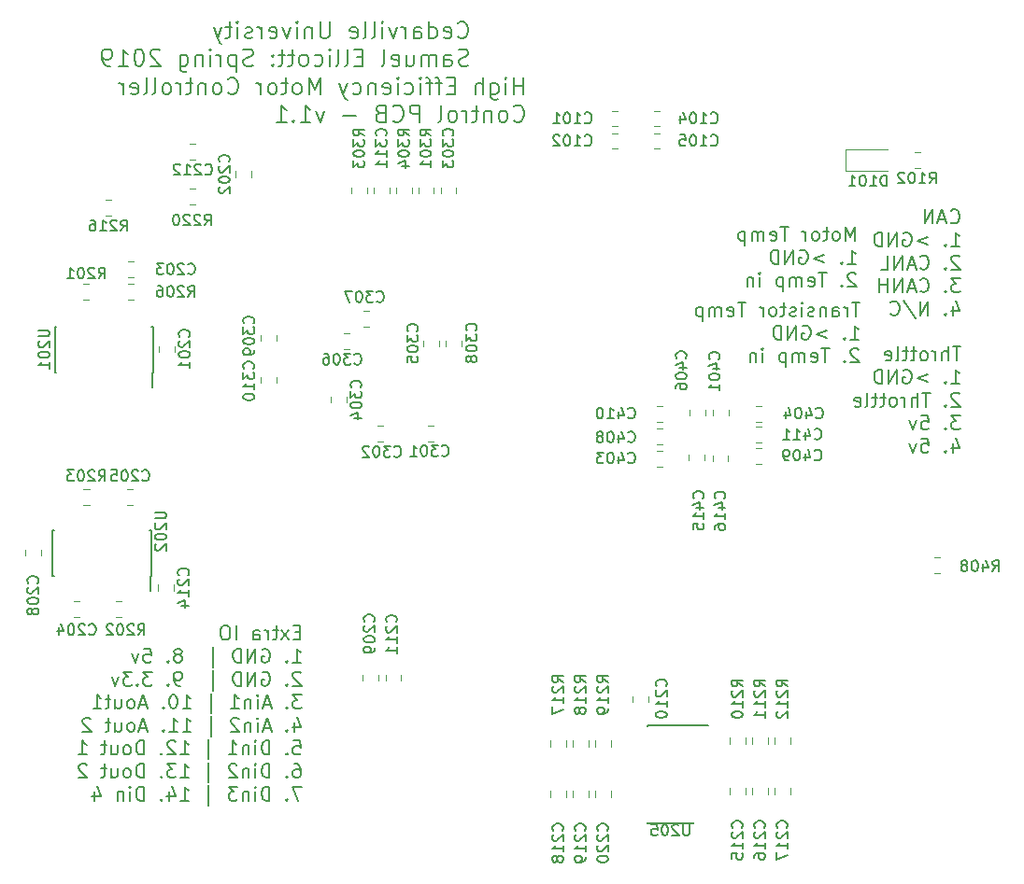
<source format=gbo>
G04 #@! TF.GenerationSoftware,KiCad,Pcbnew,(5.0.0)*
G04 #@! TF.CreationDate,2019-04-02T12:05:10-04:00*
G04 #@! TF.ProjectId,motor-controller-hw,6D6F746F722D636F6E74726F6C6C6572,rev?*
G04 #@! TF.SameCoordinates,Original*
G04 #@! TF.FileFunction,Legend,Bot*
G04 #@! TF.FilePolarity,Positive*
%FSLAX46Y46*%
G04 Gerber Fmt 4.6, Leading zero omitted, Abs format (unit mm)*
G04 Created by KiCad (PCBNEW (5.0.0)) date 04/02/19 12:05:10*
%MOMM*%
%LPD*%
G01*
G04 APERTURE LIST*
%ADD10C,0.180340*%
%ADD11C,0.203200*%
%ADD12C,0.120000*%
%ADD13C,0.150000*%
G04 APERTURE END LIST*
D10*
X69430398Y-106910595D02*
X69007064Y-106910595D01*
X68825636Y-107575833D02*
X69430398Y-107575833D01*
X69430398Y-106305833D01*
X68825636Y-106305833D01*
X68402302Y-107575833D02*
X67737064Y-106729167D01*
X68402302Y-106729167D02*
X67737064Y-107575833D01*
X67434683Y-106729167D02*
X66950874Y-106729167D01*
X67253255Y-106305833D02*
X67253255Y-107394405D01*
X67192779Y-107515357D01*
X67071826Y-107575833D01*
X66950874Y-107575833D01*
X66527540Y-107575833D02*
X66527540Y-106729167D01*
X66527540Y-106971071D02*
X66467064Y-106850119D01*
X66406588Y-106789643D01*
X66285636Y-106729167D01*
X66164683Y-106729167D01*
X65197064Y-107575833D02*
X65197064Y-106910595D01*
X65257540Y-106789643D01*
X65378493Y-106729167D01*
X65620398Y-106729167D01*
X65741350Y-106789643D01*
X65197064Y-107515357D02*
X65318017Y-107575833D01*
X65620398Y-107575833D01*
X65741350Y-107515357D01*
X65801826Y-107394405D01*
X65801826Y-107273452D01*
X65741350Y-107152500D01*
X65620398Y-107092024D01*
X65318017Y-107092024D01*
X65197064Y-107031548D01*
X63624683Y-107575833D02*
X63624683Y-106305833D01*
X62778017Y-106305833D02*
X62536112Y-106305833D01*
X62415159Y-106366310D01*
X62294207Y-106487262D01*
X62233731Y-106729167D01*
X62233731Y-107152500D01*
X62294207Y-107394405D01*
X62415159Y-107515357D01*
X62536112Y-107575833D01*
X62778017Y-107575833D01*
X62898969Y-107515357D01*
X63019921Y-107394405D01*
X63080398Y-107152500D01*
X63080398Y-106729167D01*
X63019921Y-106487262D01*
X62898969Y-106366310D01*
X62778017Y-106305833D01*
X68765159Y-109661173D02*
X69490874Y-109661173D01*
X69128017Y-109661173D02*
X69128017Y-108391173D01*
X69248969Y-108572602D01*
X69369921Y-108693554D01*
X69490874Y-108754030D01*
X68220874Y-109540221D02*
X68160398Y-109600697D01*
X68220874Y-109661173D01*
X68281350Y-109600697D01*
X68220874Y-109540221D01*
X68220874Y-109661173D01*
X65983255Y-108451650D02*
X66104207Y-108391173D01*
X66285636Y-108391173D01*
X66467064Y-108451650D01*
X66588017Y-108572602D01*
X66648493Y-108693554D01*
X66708969Y-108935459D01*
X66708969Y-109116888D01*
X66648493Y-109358792D01*
X66588017Y-109479745D01*
X66467064Y-109600697D01*
X66285636Y-109661173D01*
X66164683Y-109661173D01*
X65983255Y-109600697D01*
X65922779Y-109540221D01*
X65922779Y-109116888D01*
X66164683Y-109116888D01*
X65378493Y-109661173D02*
X65378493Y-108391173D01*
X64652779Y-109661173D01*
X64652779Y-108391173D01*
X64048017Y-109661173D02*
X64048017Y-108391173D01*
X63745636Y-108391173D01*
X63564207Y-108451650D01*
X63443255Y-108572602D01*
X63382779Y-108693554D01*
X63322302Y-108935459D01*
X63322302Y-109116888D01*
X63382779Y-109358792D01*
X63443255Y-109479745D01*
X63564207Y-109600697D01*
X63745636Y-109661173D01*
X64048017Y-109661173D01*
X61508017Y-110084507D02*
X61508017Y-108270221D01*
X58484207Y-108935459D02*
X58605159Y-108874983D01*
X58665636Y-108814507D01*
X58726112Y-108693554D01*
X58726112Y-108633078D01*
X58665636Y-108512126D01*
X58605159Y-108451650D01*
X58484207Y-108391173D01*
X58242302Y-108391173D01*
X58121350Y-108451650D01*
X58060874Y-108512126D01*
X58000398Y-108633078D01*
X58000398Y-108693554D01*
X58060874Y-108814507D01*
X58121350Y-108874983D01*
X58242302Y-108935459D01*
X58484207Y-108935459D01*
X58605159Y-108995935D01*
X58665636Y-109056411D01*
X58726112Y-109177364D01*
X58726112Y-109419269D01*
X58665636Y-109540221D01*
X58605159Y-109600697D01*
X58484207Y-109661173D01*
X58242302Y-109661173D01*
X58121350Y-109600697D01*
X58060874Y-109540221D01*
X58000398Y-109419269D01*
X58000398Y-109177364D01*
X58060874Y-109056411D01*
X58121350Y-108995935D01*
X58242302Y-108935459D01*
X57456112Y-109540221D02*
X57395636Y-109600697D01*
X57456112Y-109661173D01*
X57516588Y-109600697D01*
X57456112Y-109540221D01*
X57456112Y-109661173D01*
X55278969Y-108391173D02*
X55883731Y-108391173D01*
X55944207Y-108995935D01*
X55883731Y-108935459D01*
X55762779Y-108874983D01*
X55460398Y-108874983D01*
X55339445Y-108935459D01*
X55278969Y-108995935D01*
X55218493Y-109116888D01*
X55218493Y-109419269D01*
X55278969Y-109540221D01*
X55339445Y-109600697D01*
X55460398Y-109661173D01*
X55762779Y-109661173D01*
X55883731Y-109600697D01*
X55944207Y-109540221D01*
X54795159Y-108814507D02*
X54492779Y-109661173D01*
X54190398Y-108814507D01*
X69490874Y-110597466D02*
X69430398Y-110536990D01*
X69309445Y-110476513D01*
X69007064Y-110476513D01*
X68886112Y-110536990D01*
X68825636Y-110597466D01*
X68765159Y-110718418D01*
X68765159Y-110839370D01*
X68825636Y-111020799D01*
X69551350Y-111746513D01*
X68765159Y-111746513D01*
X68220874Y-111625561D02*
X68160398Y-111686037D01*
X68220874Y-111746513D01*
X68281350Y-111686037D01*
X68220874Y-111625561D01*
X68220874Y-111746513D01*
X65983255Y-110536990D02*
X66104207Y-110476513D01*
X66285636Y-110476513D01*
X66467064Y-110536990D01*
X66588017Y-110657942D01*
X66648493Y-110778894D01*
X66708969Y-111020799D01*
X66708969Y-111202228D01*
X66648493Y-111444132D01*
X66588017Y-111565085D01*
X66467064Y-111686037D01*
X66285636Y-111746513D01*
X66164683Y-111746513D01*
X65983255Y-111686037D01*
X65922779Y-111625561D01*
X65922779Y-111202228D01*
X66164683Y-111202228D01*
X65378493Y-111746513D02*
X65378493Y-110476513D01*
X64652779Y-111746513D01*
X64652779Y-110476513D01*
X64048017Y-111746513D02*
X64048017Y-110476513D01*
X63745636Y-110476513D01*
X63564207Y-110536990D01*
X63443255Y-110657942D01*
X63382779Y-110778894D01*
X63322302Y-111020799D01*
X63322302Y-111202228D01*
X63382779Y-111444132D01*
X63443255Y-111565085D01*
X63564207Y-111686037D01*
X63745636Y-111746513D01*
X64048017Y-111746513D01*
X61508017Y-112169847D02*
X61508017Y-110355561D01*
X58605159Y-111746513D02*
X58363255Y-111746513D01*
X58242302Y-111686037D01*
X58181826Y-111625561D01*
X58060874Y-111444132D01*
X58000398Y-111202228D01*
X58000398Y-110718418D01*
X58060874Y-110597466D01*
X58121350Y-110536990D01*
X58242302Y-110476513D01*
X58484207Y-110476513D01*
X58605159Y-110536990D01*
X58665636Y-110597466D01*
X58726112Y-110718418D01*
X58726112Y-111020799D01*
X58665636Y-111141751D01*
X58605159Y-111202228D01*
X58484207Y-111262704D01*
X58242302Y-111262704D01*
X58121350Y-111202228D01*
X58060874Y-111141751D01*
X58000398Y-111020799D01*
X57456112Y-111625561D02*
X57395636Y-111686037D01*
X57456112Y-111746513D01*
X57516588Y-111686037D01*
X57456112Y-111625561D01*
X57456112Y-111746513D01*
X56004683Y-110476513D02*
X55218493Y-110476513D01*
X55641826Y-110960323D01*
X55460398Y-110960323D01*
X55339445Y-111020799D01*
X55278969Y-111081275D01*
X55218493Y-111202228D01*
X55218493Y-111504609D01*
X55278969Y-111625561D01*
X55339445Y-111686037D01*
X55460398Y-111746513D01*
X55823255Y-111746513D01*
X55944207Y-111686037D01*
X56004683Y-111625561D01*
X54674207Y-111625561D02*
X54613731Y-111686037D01*
X54674207Y-111746513D01*
X54734683Y-111686037D01*
X54674207Y-111625561D01*
X54674207Y-111746513D01*
X54190398Y-110476513D02*
X53404207Y-110476513D01*
X53827540Y-110960323D01*
X53646112Y-110960323D01*
X53525159Y-111020799D01*
X53464683Y-111081275D01*
X53404207Y-111202228D01*
X53404207Y-111504609D01*
X53464683Y-111625561D01*
X53525159Y-111686037D01*
X53646112Y-111746513D01*
X54008969Y-111746513D01*
X54129921Y-111686037D01*
X54190398Y-111625561D01*
X52980874Y-110899847D02*
X52678493Y-111746513D01*
X52376112Y-110899847D01*
X69551350Y-112561853D02*
X68765159Y-112561853D01*
X69188493Y-113045663D01*
X69007064Y-113045663D01*
X68886112Y-113106139D01*
X68825636Y-113166615D01*
X68765159Y-113287568D01*
X68765159Y-113589949D01*
X68825636Y-113710901D01*
X68886112Y-113771377D01*
X69007064Y-113831853D01*
X69369921Y-113831853D01*
X69490874Y-113771377D01*
X69551350Y-113710901D01*
X68220874Y-113710901D02*
X68160398Y-113771377D01*
X68220874Y-113831853D01*
X68281350Y-113771377D01*
X68220874Y-113710901D01*
X68220874Y-113831853D01*
X66708969Y-113468996D02*
X66104207Y-113468996D01*
X66829921Y-113831853D02*
X66406588Y-112561853D01*
X65983255Y-113831853D01*
X65559921Y-113831853D02*
X65559921Y-112985187D01*
X65559921Y-112561853D02*
X65620398Y-112622330D01*
X65559921Y-112682806D01*
X65499445Y-112622330D01*
X65559921Y-112561853D01*
X65559921Y-112682806D01*
X64955159Y-112985187D02*
X64955159Y-113831853D01*
X64955159Y-113106139D02*
X64894683Y-113045663D01*
X64773731Y-112985187D01*
X64592302Y-112985187D01*
X64471350Y-113045663D01*
X64410874Y-113166615D01*
X64410874Y-113831853D01*
X63140874Y-113831853D02*
X63866588Y-113831853D01*
X63503731Y-113831853D02*
X63503731Y-112561853D01*
X63624683Y-112743282D01*
X63745636Y-112864234D01*
X63866588Y-112924710D01*
X61326588Y-114255187D02*
X61326588Y-112440901D01*
X58786588Y-113831853D02*
X59512302Y-113831853D01*
X59149445Y-113831853D02*
X59149445Y-112561853D01*
X59270398Y-112743282D01*
X59391350Y-112864234D01*
X59512302Y-112924710D01*
X58000398Y-112561853D02*
X57879445Y-112561853D01*
X57758493Y-112622330D01*
X57698017Y-112682806D01*
X57637540Y-112803758D01*
X57577064Y-113045663D01*
X57577064Y-113348044D01*
X57637540Y-113589949D01*
X57698017Y-113710901D01*
X57758493Y-113771377D01*
X57879445Y-113831853D01*
X58000398Y-113831853D01*
X58121350Y-113771377D01*
X58181826Y-113710901D01*
X58242302Y-113589949D01*
X58302779Y-113348044D01*
X58302779Y-113045663D01*
X58242302Y-112803758D01*
X58181826Y-112682806D01*
X58121350Y-112622330D01*
X58000398Y-112561853D01*
X57032779Y-113710901D02*
X56972302Y-113771377D01*
X57032779Y-113831853D01*
X57093255Y-113771377D01*
X57032779Y-113710901D01*
X57032779Y-113831853D01*
X55520874Y-113468996D02*
X54916112Y-113468996D01*
X55641826Y-113831853D02*
X55218493Y-112561853D01*
X54795159Y-113831853D01*
X54190398Y-113831853D02*
X54311350Y-113771377D01*
X54371826Y-113710901D01*
X54432302Y-113589949D01*
X54432302Y-113227091D01*
X54371826Y-113106139D01*
X54311350Y-113045663D01*
X54190398Y-112985187D01*
X54008969Y-112985187D01*
X53888017Y-113045663D01*
X53827540Y-113106139D01*
X53767064Y-113227091D01*
X53767064Y-113589949D01*
X53827540Y-113710901D01*
X53888017Y-113771377D01*
X54008969Y-113831853D01*
X54190398Y-113831853D01*
X52678493Y-112985187D02*
X52678493Y-113831853D01*
X53222779Y-112985187D02*
X53222779Y-113650425D01*
X53162302Y-113771377D01*
X53041350Y-113831853D01*
X52859921Y-113831853D01*
X52738969Y-113771377D01*
X52678493Y-113710901D01*
X52255159Y-112985187D02*
X51771350Y-112985187D01*
X52073731Y-112561853D02*
X52073731Y-113650425D01*
X52013255Y-113771377D01*
X51892302Y-113831853D01*
X51771350Y-113831853D01*
X50682779Y-113831853D02*
X51408493Y-113831853D01*
X51045636Y-113831853D02*
X51045636Y-112561853D01*
X51166588Y-112743282D01*
X51287540Y-112864234D01*
X51408493Y-112924710D01*
X68886112Y-115070527D02*
X68886112Y-115917193D01*
X69188493Y-114586717D02*
X69490874Y-115493860D01*
X68704683Y-115493860D01*
X68220874Y-115796241D02*
X68160398Y-115856717D01*
X68220874Y-115917193D01*
X68281350Y-115856717D01*
X68220874Y-115796241D01*
X68220874Y-115917193D01*
X66708969Y-115554336D02*
X66104207Y-115554336D01*
X66829921Y-115917193D02*
X66406588Y-114647193D01*
X65983255Y-115917193D01*
X65559921Y-115917193D02*
X65559921Y-115070527D01*
X65559921Y-114647193D02*
X65620398Y-114707670D01*
X65559921Y-114768146D01*
X65499445Y-114707670D01*
X65559921Y-114647193D01*
X65559921Y-114768146D01*
X64955159Y-115070527D02*
X64955159Y-115917193D01*
X64955159Y-115191479D02*
X64894683Y-115131003D01*
X64773731Y-115070527D01*
X64592302Y-115070527D01*
X64471350Y-115131003D01*
X64410874Y-115251955D01*
X64410874Y-115917193D01*
X63866588Y-114768146D02*
X63806112Y-114707670D01*
X63685159Y-114647193D01*
X63382779Y-114647193D01*
X63261826Y-114707670D01*
X63201350Y-114768146D01*
X63140874Y-114889098D01*
X63140874Y-115010050D01*
X63201350Y-115191479D01*
X63927064Y-115917193D01*
X63140874Y-115917193D01*
X61326588Y-116340527D02*
X61326588Y-114526241D01*
X58786588Y-115917193D02*
X59512302Y-115917193D01*
X59149445Y-115917193D02*
X59149445Y-114647193D01*
X59270398Y-114828622D01*
X59391350Y-114949574D01*
X59512302Y-115010050D01*
X57577064Y-115917193D02*
X58302779Y-115917193D01*
X57939921Y-115917193D02*
X57939921Y-114647193D01*
X58060874Y-114828622D01*
X58181826Y-114949574D01*
X58302779Y-115010050D01*
X57032779Y-115796241D02*
X56972302Y-115856717D01*
X57032779Y-115917193D01*
X57093255Y-115856717D01*
X57032779Y-115796241D01*
X57032779Y-115917193D01*
X55520874Y-115554336D02*
X54916112Y-115554336D01*
X55641826Y-115917193D02*
X55218493Y-114647193D01*
X54795159Y-115917193D01*
X54190398Y-115917193D02*
X54311350Y-115856717D01*
X54371826Y-115796241D01*
X54432302Y-115675289D01*
X54432302Y-115312431D01*
X54371826Y-115191479D01*
X54311350Y-115131003D01*
X54190398Y-115070527D01*
X54008969Y-115070527D01*
X53888017Y-115131003D01*
X53827540Y-115191479D01*
X53767064Y-115312431D01*
X53767064Y-115675289D01*
X53827540Y-115796241D01*
X53888017Y-115856717D01*
X54008969Y-115917193D01*
X54190398Y-115917193D01*
X52678493Y-115070527D02*
X52678493Y-115917193D01*
X53222779Y-115070527D02*
X53222779Y-115735765D01*
X53162302Y-115856717D01*
X53041350Y-115917193D01*
X52859921Y-115917193D01*
X52738969Y-115856717D01*
X52678493Y-115796241D01*
X52255159Y-115070527D02*
X51771350Y-115070527D01*
X52073731Y-114647193D02*
X52073731Y-115735765D01*
X52013255Y-115856717D01*
X51892302Y-115917193D01*
X51771350Y-115917193D01*
X50440874Y-114768146D02*
X50380398Y-114707670D01*
X50259445Y-114647193D01*
X49957064Y-114647193D01*
X49836112Y-114707670D01*
X49775636Y-114768146D01*
X49715159Y-114889098D01*
X49715159Y-115010050D01*
X49775636Y-115191479D01*
X50501350Y-115917193D01*
X49715159Y-115917193D01*
X68825636Y-116732533D02*
X69430398Y-116732533D01*
X69490874Y-117337295D01*
X69430398Y-117276819D01*
X69309445Y-117216343D01*
X69007064Y-117216343D01*
X68886112Y-117276819D01*
X68825636Y-117337295D01*
X68765159Y-117458248D01*
X68765159Y-117760629D01*
X68825636Y-117881581D01*
X68886112Y-117942057D01*
X69007064Y-118002533D01*
X69309445Y-118002533D01*
X69430398Y-117942057D01*
X69490874Y-117881581D01*
X68220874Y-117881581D02*
X68160398Y-117942057D01*
X68220874Y-118002533D01*
X68281350Y-117942057D01*
X68220874Y-117881581D01*
X68220874Y-118002533D01*
X66648493Y-118002533D02*
X66648493Y-116732533D01*
X66346112Y-116732533D01*
X66164683Y-116793010D01*
X66043731Y-116913962D01*
X65983255Y-117034914D01*
X65922779Y-117276819D01*
X65922779Y-117458248D01*
X65983255Y-117700152D01*
X66043731Y-117821105D01*
X66164683Y-117942057D01*
X66346112Y-118002533D01*
X66648493Y-118002533D01*
X65378493Y-118002533D02*
X65378493Y-117155867D01*
X65378493Y-116732533D02*
X65438969Y-116793010D01*
X65378493Y-116853486D01*
X65318017Y-116793010D01*
X65378493Y-116732533D01*
X65378493Y-116853486D01*
X64773731Y-117155867D02*
X64773731Y-118002533D01*
X64773731Y-117276819D02*
X64713255Y-117216343D01*
X64592302Y-117155867D01*
X64410874Y-117155867D01*
X64289921Y-117216343D01*
X64229445Y-117337295D01*
X64229445Y-118002533D01*
X62959445Y-118002533D02*
X63685159Y-118002533D01*
X63322302Y-118002533D02*
X63322302Y-116732533D01*
X63443255Y-116913962D01*
X63564207Y-117034914D01*
X63685159Y-117095390D01*
X61145159Y-118425867D02*
X61145159Y-116611581D01*
X58605159Y-118002533D02*
X59330874Y-118002533D01*
X58968017Y-118002533D02*
X58968017Y-116732533D01*
X59088969Y-116913962D01*
X59209921Y-117034914D01*
X59330874Y-117095390D01*
X58121350Y-116853486D02*
X58060874Y-116793010D01*
X57939921Y-116732533D01*
X57637540Y-116732533D01*
X57516588Y-116793010D01*
X57456112Y-116853486D01*
X57395636Y-116974438D01*
X57395636Y-117095390D01*
X57456112Y-117276819D01*
X58181826Y-118002533D01*
X57395636Y-118002533D01*
X56851350Y-117881581D02*
X56790874Y-117942057D01*
X56851350Y-118002533D01*
X56911826Y-117942057D01*
X56851350Y-117881581D01*
X56851350Y-118002533D01*
X55278969Y-118002533D02*
X55278969Y-116732533D01*
X54976588Y-116732533D01*
X54795159Y-116793010D01*
X54674207Y-116913962D01*
X54613731Y-117034914D01*
X54553255Y-117276819D01*
X54553255Y-117458248D01*
X54613731Y-117700152D01*
X54674207Y-117821105D01*
X54795159Y-117942057D01*
X54976588Y-118002533D01*
X55278969Y-118002533D01*
X53827540Y-118002533D02*
X53948493Y-117942057D01*
X54008969Y-117881581D01*
X54069445Y-117760629D01*
X54069445Y-117397771D01*
X54008969Y-117276819D01*
X53948493Y-117216343D01*
X53827540Y-117155867D01*
X53646112Y-117155867D01*
X53525159Y-117216343D01*
X53464683Y-117276819D01*
X53404207Y-117397771D01*
X53404207Y-117760629D01*
X53464683Y-117881581D01*
X53525159Y-117942057D01*
X53646112Y-118002533D01*
X53827540Y-118002533D01*
X52315636Y-117155867D02*
X52315636Y-118002533D01*
X52859921Y-117155867D02*
X52859921Y-117821105D01*
X52799445Y-117942057D01*
X52678493Y-118002533D01*
X52497064Y-118002533D01*
X52376112Y-117942057D01*
X52315636Y-117881581D01*
X51892302Y-117155867D02*
X51408493Y-117155867D01*
X51710874Y-116732533D02*
X51710874Y-117821105D01*
X51650398Y-117942057D01*
X51529445Y-118002533D01*
X51408493Y-118002533D01*
X49352302Y-118002533D02*
X50078017Y-118002533D01*
X49715159Y-118002533D02*
X49715159Y-116732533D01*
X49836112Y-116913962D01*
X49957064Y-117034914D01*
X50078017Y-117095390D01*
X68886112Y-118817873D02*
X69128017Y-118817873D01*
X69248969Y-118878350D01*
X69309445Y-118938826D01*
X69430398Y-119120254D01*
X69490874Y-119362159D01*
X69490874Y-119845969D01*
X69430398Y-119966921D01*
X69369921Y-120027397D01*
X69248969Y-120087873D01*
X69007064Y-120087873D01*
X68886112Y-120027397D01*
X68825636Y-119966921D01*
X68765159Y-119845969D01*
X68765159Y-119543588D01*
X68825636Y-119422635D01*
X68886112Y-119362159D01*
X69007064Y-119301683D01*
X69248969Y-119301683D01*
X69369921Y-119362159D01*
X69430398Y-119422635D01*
X69490874Y-119543588D01*
X68220874Y-119966921D02*
X68160398Y-120027397D01*
X68220874Y-120087873D01*
X68281350Y-120027397D01*
X68220874Y-119966921D01*
X68220874Y-120087873D01*
X66648493Y-120087873D02*
X66648493Y-118817873D01*
X66346112Y-118817873D01*
X66164683Y-118878350D01*
X66043731Y-118999302D01*
X65983255Y-119120254D01*
X65922779Y-119362159D01*
X65922779Y-119543588D01*
X65983255Y-119785492D01*
X66043731Y-119906445D01*
X66164683Y-120027397D01*
X66346112Y-120087873D01*
X66648493Y-120087873D01*
X65378493Y-120087873D02*
X65378493Y-119241207D01*
X65378493Y-118817873D02*
X65438969Y-118878350D01*
X65378493Y-118938826D01*
X65318017Y-118878350D01*
X65378493Y-118817873D01*
X65378493Y-118938826D01*
X64773731Y-119241207D02*
X64773731Y-120087873D01*
X64773731Y-119362159D02*
X64713255Y-119301683D01*
X64592302Y-119241207D01*
X64410874Y-119241207D01*
X64289921Y-119301683D01*
X64229445Y-119422635D01*
X64229445Y-120087873D01*
X63685159Y-118938826D02*
X63624683Y-118878350D01*
X63503731Y-118817873D01*
X63201350Y-118817873D01*
X63080398Y-118878350D01*
X63019921Y-118938826D01*
X62959445Y-119059778D01*
X62959445Y-119180730D01*
X63019921Y-119362159D01*
X63745636Y-120087873D01*
X62959445Y-120087873D01*
X61145159Y-120511207D02*
X61145159Y-118696921D01*
X58605159Y-120087873D02*
X59330874Y-120087873D01*
X58968017Y-120087873D02*
X58968017Y-118817873D01*
X59088969Y-118999302D01*
X59209921Y-119120254D01*
X59330874Y-119180730D01*
X58181826Y-118817873D02*
X57395636Y-118817873D01*
X57818969Y-119301683D01*
X57637540Y-119301683D01*
X57516588Y-119362159D01*
X57456112Y-119422635D01*
X57395636Y-119543588D01*
X57395636Y-119845969D01*
X57456112Y-119966921D01*
X57516588Y-120027397D01*
X57637540Y-120087873D01*
X58000398Y-120087873D01*
X58121350Y-120027397D01*
X58181826Y-119966921D01*
X56851350Y-119966921D02*
X56790874Y-120027397D01*
X56851350Y-120087873D01*
X56911826Y-120027397D01*
X56851350Y-119966921D01*
X56851350Y-120087873D01*
X55278969Y-120087873D02*
X55278969Y-118817873D01*
X54976588Y-118817873D01*
X54795159Y-118878350D01*
X54674207Y-118999302D01*
X54613731Y-119120254D01*
X54553255Y-119362159D01*
X54553255Y-119543588D01*
X54613731Y-119785492D01*
X54674207Y-119906445D01*
X54795159Y-120027397D01*
X54976588Y-120087873D01*
X55278969Y-120087873D01*
X53827540Y-120087873D02*
X53948493Y-120027397D01*
X54008969Y-119966921D01*
X54069445Y-119845969D01*
X54069445Y-119483111D01*
X54008969Y-119362159D01*
X53948493Y-119301683D01*
X53827540Y-119241207D01*
X53646112Y-119241207D01*
X53525159Y-119301683D01*
X53464683Y-119362159D01*
X53404207Y-119483111D01*
X53404207Y-119845969D01*
X53464683Y-119966921D01*
X53525159Y-120027397D01*
X53646112Y-120087873D01*
X53827540Y-120087873D01*
X52315636Y-119241207D02*
X52315636Y-120087873D01*
X52859921Y-119241207D02*
X52859921Y-119906445D01*
X52799445Y-120027397D01*
X52678493Y-120087873D01*
X52497064Y-120087873D01*
X52376112Y-120027397D01*
X52315636Y-119966921D01*
X51892302Y-119241207D02*
X51408493Y-119241207D01*
X51710874Y-118817873D02*
X51710874Y-119906445D01*
X51650398Y-120027397D01*
X51529445Y-120087873D01*
X51408493Y-120087873D01*
X50078017Y-118938826D02*
X50017540Y-118878350D01*
X49896588Y-118817873D01*
X49594207Y-118817873D01*
X49473255Y-118878350D01*
X49412779Y-118938826D01*
X49352302Y-119059778D01*
X49352302Y-119180730D01*
X49412779Y-119362159D01*
X50138493Y-120087873D01*
X49352302Y-120087873D01*
X69551350Y-120903213D02*
X68704683Y-120903213D01*
X69248969Y-122173213D01*
X68220874Y-122052261D02*
X68160398Y-122112737D01*
X68220874Y-122173213D01*
X68281350Y-122112737D01*
X68220874Y-122052261D01*
X68220874Y-122173213D01*
X66648493Y-122173213D02*
X66648493Y-120903213D01*
X66346112Y-120903213D01*
X66164683Y-120963690D01*
X66043731Y-121084642D01*
X65983255Y-121205594D01*
X65922779Y-121447499D01*
X65922779Y-121628928D01*
X65983255Y-121870832D01*
X66043731Y-121991785D01*
X66164683Y-122112737D01*
X66346112Y-122173213D01*
X66648493Y-122173213D01*
X65378493Y-122173213D02*
X65378493Y-121326547D01*
X65378493Y-120903213D02*
X65438969Y-120963690D01*
X65378493Y-121024166D01*
X65318017Y-120963690D01*
X65378493Y-120903213D01*
X65378493Y-121024166D01*
X64773731Y-121326547D02*
X64773731Y-122173213D01*
X64773731Y-121447499D02*
X64713255Y-121387023D01*
X64592302Y-121326547D01*
X64410874Y-121326547D01*
X64289921Y-121387023D01*
X64229445Y-121507975D01*
X64229445Y-122173213D01*
X63745636Y-120903213D02*
X62959445Y-120903213D01*
X63382779Y-121387023D01*
X63201350Y-121387023D01*
X63080398Y-121447499D01*
X63019921Y-121507975D01*
X62959445Y-121628928D01*
X62959445Y-121931309D01*
X63019921Y-122052261D01*
X63080398Y-122112737D01*
X63201350Y-122173213D01*
X63564207Y-122173213D01*
X63685159Y-122112737D01*
X63745636Y-122052261D01*
X61145159Y-122596547D02*
X61145159Y-120782261D01*
X58605159Y-122173213D02*
X59330874Y-122173213D01*
X58968017Y-122173213D02*
X58968017Y-120903213D01*
X59088969Y-121084642D01*
X59209921Y-121205594D01*
X59330874Y-121266070D01*
X57516588Y-121326547D02*
X57516588Y-122173213D01*
X57818969Y-120842737D02*
X58121350Y-121749880D01*
X57335159Y-121749880D01*
X56851350Y-122052261D02*
X56790874Y-122112737D01*
X56851350Y-122173213D01*
X56911826Y-122112737D01*
X56851350Y-122052261D01*
X56851350Y-122173213D01*
X55278969Y-122173213D02*
X55278969Y-120903213D01*
X54976588Y-120903213D01*
X54795159Y-120963690D01*
X54674207Y-121084642D01*
X54613731Y-121205594D01*
X54553255Y-121447499D01*
X54553255Y-121628928D01*
X54613731Y-121870832D01*
X54674207Y-121991785D01*
X54795159Y-122112737D01*
X54976588Y-122173213D01*
X55278969Y-122173213D01*
X54008969Y-122173213D02*
X54008969Y-121326547D01*
X54008969Y-120903213D02*
X54069445Y-120963690D01*
X54008969Y-121024166D01*
X53948493Y-120963690D01*
X54008969Y-120903213D01*
X54008969Y-121024166D01*
X53404207Y-121326547D02*
X53404207Y-122173213D01*
X53404207Y-121447499D02*
X53343731Y-121387023D01*
X53222778Y-121326547D01*
X53041350Y-121326547D01*
X52920398Y-121387023D01*
X52859921Y-121507975D01*
X52859921Y-122173213D01*
X50743255Y-121326547D02*
X50743255Y-122173213D01*
X51045636Y-120842737D02*
X51348017Y-121749880D01*
X50561826Y-121749880D01*
X119722398Y-71387183D02*
X119722398Y-70117183D01*
X119299064Y-71024326D01*
X118875731Y-70117183D01*
X118875731Y-71387183D01*
X118089540Y-71387183D02*
X118210493Y-71326707D01*
X118270969Y-71266231D01*
X118331445Y-71145279D01*
X118331445Y-70782421D01*
X118270969Y-70661469D01*
X118210493Y-70600993D01*
X118089540Y-70540517D01*
X117908112Y-70540517D01*
X117787159Y-70600993D01*
X117726683Y-70661469D01*
X117666207Y-70782421D01*
X117666207Y-71145279D01*
X117726683Y-71266231D01*
X117787159Y-71326707D01*
X117908112Y-71387183D01*
X118089540Y-71387183D01*
X117303350Y-70540517D02*
X116819540Y-70540517D01*
X117121921Y-70117183D02*
X117121921Y-71205755D01*
X117061445Y-71326707D01*
X116940493Y-71387183D01*
X116819540Y-71387183D01*
X116214779Y-71387183D02*
X116335731Y-71326707D01*
X116396207Y-71266231D01*
X116456683Y-71145279D01*
X116456683Y-70782421D01*
X116396207Y-70661469D01*
X116335731Y-70600993D01*
X116214779Y-70540517D01*
X116033350Y-70540517D01*
X115912398Y-70600993D01*
X115851921Y-70661469D01*
X115791445Y-70782421D01*
X115791445Y-71145279D01*
X115851921Y-71266231D01*
X115912398Y-71326707D01*
X116033350Y-71387183D01*
X116214779Y-71387183D01*
X115247159Y-71387183D02*
X115247159Y-70540517D01*
X115247159Y-70782421D02*
X115186683Y-70661469D01*
X115126207Y-70600993D01*
X115005255Y-70540517D01*
X114884302Y-70540517D01*
X113674779Y-70117183D02*
X112949064Y-70117183D01*
X113311921Y-71387183D02*
X113311921Y-70117183D01*
X112041921Y-71326707D02*
X112162874Y-71387183D01*
X112404779Y-71387183D01*
X112525731Y-71326707D01*
X112586207Y-71205755D01*
X112586207Y-70721945D01*
X112525731Y-70600993D01*
X112404779Y-70540517D01*
X112162874Y-70540517D01*
X112041921Y-70600993D01*
X111981445Y-70721945D01*
X111981445Y-70842898D01*
X112586207Y-70963850D01*
X111437159Y-71387183D02*
X111437159Y-70540517D01*
X111437159Y-70661469D02*
X111376683Y-70600993D01*
X111255731Y-70540517D01*
X111074302Y-70540517D01*
X110953350Y-70600993D01*
X110892874Y-70721945D01*
X110892874Y-71387183D01*
X110892874Y-70721945D02*
X110832398Y-70600993D01*
X110711445Y-70540517D01*
X110530017Y-70540517D01*
X110409064Y-70600993D01*
X110348588Y-70721945D01*
X110348588Y-71387183D01*
X109743826Y-70540517D02*
X109743826Y-71810517D01*
X109743826Y-70600993D02*
X109622874Y-70540517D01*
X109380969Y-70540517D01*
X109260017Y-70600993D01*
X109199540Y-70661469D01*
X109139064Y-70782421D01*
X109139064Y-71145279D01*
X109199540Y-71266231D01*
X109260017Y-71326707D01*
X109380969Y-71387183D01*
X109622874Y-71387183D01*
X109743826Y-71326707D01*
X119057159Y-73472523D02*
X119782874Y-73472523D01*
X119420017Y-73472523D02*
X119420017Y-72202523D01*
X119540969Y-72383952D01*
X119661921Y-72504904D01*
X119782874Y-72565380D01*
X118512874Y-73351571D02*
X118452398Y-73412047D01*
X118512874Y-73472523D01*
X118573350Y-73412047D01*
X118512874Y-73351571D01*
X118512874Y-73472523D01*
X116940493Y-72625857D02*
X115972874Y-72988714D01*
X116940493Y-73351571D01*
X114702874Y-72263000D02*
X114823826Y-72202523D01*
X115005255Y-72202523D01*
X115186683Y-72263000D01*
X115307636Y-72383952D01*
X115368112Y-72504904D01*
X115428588Y-72746809D01*
X115428588Y-72928238D01*
X115368112Y-73170142D01*
X115307636Y-73291095D01*
X115186683Y-73412047D01*
X115005255Y-73472523D01*
X114884302Y-73472523D01*
X114702874Y-73412047D01*
X114642398Y-73351571D01*
X114642398Y-72928238D01*
X114884302Y-72928238D01*
X114098112Y-73472523D02*
X114098112Y-72202523D01*
X113372398Y-73472523D01*
X113372398Y-72202523D01*
X112767636Y-73472523D02*
X112767636Y-72202523D01*
X112465255Y-72202523D01*
X112283826Y-72263000D01*
X112162874Y-72383952D01*
X112102398Y-72504904D01*
X112041921Y-72746809D01*
X112041921Y-72928238D01*
X112102398Y-73170142D01*
X112162874Y-73291095D01*
X112283826Y-73412047D01*
X112465255Y-73472523D01*
X112767636Y-73472523D01*
X119782874Y-74408816D02*
X119722398Y-74348340D01*
X119601445Y-74287863D01*
X119299064Y-74287863D01*
X119178112Y-74348340D01*
X119117636Y-74408816D01*
X119057159Y-74529768D01*
X119057159Y-74650720D01*
X119117636Y-74832149D01*
X119843350Y-75557863D01*
X119057159Y-75557863D01*
X118512874Y-75436911D02*
X118452398Y-75497387D01*
X118512874Y-75557863D01*
X118573350Y-75497387D01*
X118512874Y-75436911D01*
X118512874Y-75557863D01*
X117121921Y-74287863D02*
X116396207Y-74287863D01*
X116759064Y-75557863D02*
X116759064Y-74287863D01*
X115489064Y-75497387D02*
X115610017Y-75557863D01*
X115851921Y-75557863D01*
X115972874Y-75497387D01*
X116033350Y-75376435D01*
X116033350Y-74892625D01*
X115972874Y-74771673D01*
X115851921Y-74711197D01*
X115610017Y-74711197D01*
X115489064Y-74771673D01*
X115428588Y-74892625D01*
X115428588Y-75013578D01*
X116033350Y-75134530D01*
X114884302Y-75557863D02*
X114884302Y-74711197D01*
X114884302Y-74832149D02*
X114823826Y-74771673D01*
X114702874Y-74711197D01*
X114521445Y-74711197D01*
X114400493Y-74771673D01*
X114340017Y-74892625D01*
X114340017Y-75557863D01*
X114340017Y-74892625D02*
X114279540Y-74771673D01*
X114158588Y-74711197D01*
X113977159Y-74711197D01*
X113856207Y-74771673D01*
X113795731Y-74892625D01*
X113795731Y-75557863D01*
X113190969Y-74711197D02*
X113190969Y-75981197D01*
X113190969Y-74771673D02*
X113070017Y-74711197D01*
X112828112Y-74711197D01*
X112707159Y-74771673D01*
X112646683Y-74832149D01*
X112586207Y-74953101D01*
X112586207Y-75315959D01*
X112646683Y-75436911D01*
X112707159Y-75497387D01*
X112828112Y-75557863D01*
X113070017Y-75557863D01*
X113190969Y-75497387D01*
X111074302Y-75557863D02*
X111074302Y-74711197D01*
X111074302Y-74287863D02*
X111134779Y-74348340D01*
X111074302Y-74408816D01*
X111013826Y-74348340D01*
X111074302Y-74287863D01*
X111074302Y-74408816D01*
X110469540Y-74711197D02*
X110469540Y-75557863D01*
X110469540Y-74832149D02*
X110409064Y-74771673D01*
X110288112Y-74711197D01*
X110106683Y-74711197D01*
X109985731Y-74771673D01*
X109925255Y-74892625D01*
X109925255Y-75557863D01*
X120157826Y-76975183D02*
X119432112Y-76975183D01*
X119794969Y-78245183D02*
X119794969Y-76975183D01*
X119008779Y-78245183D02*
X119008779Y-77398517D01*
X119008779Y-77640421D02*
X118948302Y-77519469D01*
X118887826Y-77458993D01*
X118766874Y-77398517D01*
X118645921Y-77398517D01*
X117678302Y-78245183D02*
X117678302Y-77579945D01*
X117738779Y-77458993D01*
X117859731Y-77398517D01*
X118101636Y-77398517D01*
X118222588Y-77458993D01*
X117678302Y-78184707D02*
X117799255Y-78245183D01*
X118101636Y-78245183D01*
X118222588Y-78184707D01*
X118283064Y-78063755D01*
X118283064Y-77942802D01*
X118222588Y-77821850D01*
X118101636Y-77761374D01*
X117799255Y-77761374D01*
X117678302Y-77700898D01*
X117073540Y-77398517D02*
X117073540Y-78245183D01*
X117073540Y-77519469D02*
X117013064Y-77458993D01*
X116892112Y-77398517D01*
X116710683Y-77398517D01*
X116589731Y-77458993D01*
X116529255Y-77579945D01*
X116529255Y-78245183D01*
X115984969Y-78184707D02*
X115864017Y-78245183D01*
X115622112Y-78245183D01*
X115501159Y-78184707D01*
X115440683Y-78063755D01*
X115440683Y-78003279D01*
X115501159Y-77882326D01*
X115622112Y-77821850D01*
X115803540Y-77821850D01*
X115924493Y-77761374D01*
X115984969Y-77640421D01*
X115984969Y-77579945D01*
X115924493Y-77458993D01*
X115803540Y-77398517D01*
X115622112Y-77398517D01*
X115501159Y-77458993D01*
X114896398Y-78245183D02*
X114896398Y-77398517D01*
X114896398Y-76975183D02*
X114956874Y-77035660D01*
X114896398Y-77096136D01*
X114835921Y-77035660D01*
X114896398Y-76975183D01*
X114896398Y-77096136D01*
X114352112Y-78184707D02*
X114231159Y-78245183D01*
X113989255Y-78245183D01*
X113868302Y-78184707D01*
X113807826Y-78063755D01*
X113807826Y-78003279D01*
X113868302Y-77882326D01*
X113989255Y-77821850D01*
X114170683Y-77821850D01*
X114291636Y-77761374D01*
X114352112Y-77640421D01*
X114352112Y-77579945D01*
X114291636Y-77458993D01*
X114170683Y-77398517D01*
X113989255Y-77398517D01*
X113868302Y-77458993D01*
X113444969Y-77398517D02*
X112961159Y-77398517D01*
X113263540Y-76975183D02*
X113263540Y-78063755D01*
X113203064Y-78184707D01*
X113082112Y-78245183D01*
X112961159Y-78245183D01*
X112356398Y-78245183D02*
X112477350Y-78184707D01*
X112537826Y-78124231D01*
X112598302Y-78003279D01*
X112598302Y-77640421D01*
X112537826Y-77519469D01*
X112477350Y-77458993D01*
X112356398Y-77398517D01*
X112174969Y-77398517D01*
X112054017Y-77458993D01*
X111993540Y-77519469D01*
X111933064Y-77640421D01*
X111933064Y-78003279D01*
X111993540Y-78124231D01*
X112054017Y-78184707D01*
X112174969Y-78245183D01*
X112356398Y-78245183D01*
X111388779Y-78245183D02*
X111388779Y-77398517D01*
X111388779Y-77640421D02*
X111328302Y-77519469D01*
X111267826Y-77458993D01*
X111146874Y-77398517D01*
X111025921Y-77398517D01*
X109816398Y-76975183D02*
X109090683Y-76975183D01*
X109453540Y-78245183D02*
X109453540Y-76975183D01*
X108183540Y-78184707D02*
X108304493Y-78245183D01*
X108546398Y-78245183D01*
X108667350Y-78184707D01*
X108727826Y-78063755D01*
X108727826Y-77579945D01*
X108667350Y-77458993D01*
X108546398Y-77398517D01*
X108304493Y-77398517D01*
X108183540Y-77458993D01*
X108123064Y-77579945D01*
X108123064Y-77700898D01*
X108727826Y-77821850D01*
X107578779Y-78245183D02*
X107578779Y-77398517D01*
X107578779Y-77519469D02*
X107518302Y-77458993D01*
X107397350Y-77398517D01*
X107215921Y-77398517D01*
X107094969Y-77458993D01*
X107034493Y-77579945D01*
X107034493Y-78245183D01*
X107034493Y-77579945D02*
X106974017Y-77458993D01*
X106853064Y-77398517D01*
X106671636Y-77398517D01*
X106550683Y-77458993D01*
X106490207Y-77579945D01*
X106490207Y-78245183D01*
X105885445Y-77398517D02*
X105885445Y-78668517D01*
X105885445Y-77458993D02*
X105764493Y-77398517D01*
X105522588Y-77398517D01*
X105401636Y-77458993D01*
X105341159Y-77519469D01*
X105280683Y-77640421D01*
X105280683Y-78003279D01*
X105341159Y-78124231D01*
X105401636Y-78184707D01*
X105522588Y-78245183D01*
X105764493Y-78245183D01*
X105885445Y-78184707D01*
X119311159Y-80330523D02*
X120036874Y-80330523D01*
X119674017Y-80330523D02*
X119674017Y-79060523D01*
X119794969Y-79241952D01*
X119915921Y-79362904D01*
X120036874Y-79423380D01*
X118766874Y-80209571D02*
X118706398Y-80270047D01*
X118766874Y-80330523D01*
X118827350Y-80270047D01*
X118766874Y-80209571D01*
X118766874Y-80330523D01*
X117194493Y-79483857D02*
X116226874Y-79846714D01*
X117194493Y-80209571D01*
X114956874Y-79121000D02*
X115077826Y-79060523D01*
X115259255Y-79060523D01*
X115440683Y-79121000D01*
X115561636Y-79241952D01*
X115622112Y-79362904D01*
X115682588Y-79604809D01*
X115682588Y-79786238D01*
X115622112Y-80028142D01*
X115561636Y-80149095D01*
X115440683Y-80270047D01*
X115259255Y-80330523D01*
X115138302Y-80330523D01*
X114956874Y-80270047D01*
X114896398Y-80209571D01*
X114896398Y-79786238D01*
X115138302Y-79786238D01*
X114352112Y-80330523D02*
X114352112Y-79060523D01*
X113626398Y-80330523D01*
X113626398Y-79060523D01*
X113021636Y-80330523D02*
X113021636Y-79060523D01*
X112719255Y-79060523D01*
X112537826Y-79121000D01*
X112416874Y-79241952D01*
X112356398Y-79362904D01*
X112295921Y-79604809D01*
X112295921Y-79786238D01*
X112356398Y-80028142D01*
X112416874Y-80149095D01*
X112537826Y-80270047D01*
X112719255Y-80330523D01*
X113021636Y-80330523D01*
X120036874Y-81266816D02*
X119976398Y-81206340D01*
X119855445Y-81145863D01*
X119553064Y-81145863D01*
X119432112Y-81206340D01*
X119371636Y-81266816D01*
X119311159Y-81387768D01*
X119311159Y-81508720D01*
X119371636Y-81690149D01*
X120097350Y-82415863D01*
X119311159Y-82415863D01*
X118766874Y-82294911D02*
X118706398Y-82355387D01*
X118766874Y-82415863D01*
X118827350Y-82355387D01*
X118766874Y-82294911D01*
X118766874Y-82415863D01*
X117375921Y-81145863D02*
X116650207Y-81145863D01*
X117013064Y-82415863D02*
X117013064Y-81145863D01*
X115743064Y-82355387D02*
X115864017Y-82415863D01*
X116105921Y-82415863D01*
X116226874Y-82355387D01*
X116287350Y-82234435D01*
X116287350Y-81750625D01*
X116226874Y-81629673D01*
X116105921Y-81569197D01*
X115864017Y-81569197D01*
X115743064Y-81629673D01*
X115682588Y-81750625D01*
X115682588Y-81871578D01*
X116287350Y-81992530D01*
X115138302Y-82415863D02*
X115138302Y-81569197D01*
X115138302Y-81690149D02*
X115077826Y-81629673D01*
X114956874Y-81569197D01*
X114775445Y-81569197D01*
X114654493Y-81629673D01*
X114594017Y-81750625D01*
X114594017Y-82415863D01*
X114594017Y-81750625D02*
X114533540Y-81629673D01*
X114412588Y-81569197D01*
X114231159Y-81569197D01*
X114110207Y-81629673D01*
X114049731Y-81750625D01*
X114049731Y-82415863D01*
X113444969Y-81569197D02*
X113444969Y-82839197D01*
X113444969Y-81629673D02*
X113324017Y-81569197D01*
X113082112Y-81569197D01*
X112961159Y-81629673D01*
X112900683Y-81690149D01*
X112840207Y-81811101D01*
X112840207Y-82173959D01*
X112900683Y-82294911D01*
X112961159Y-82355387D01*
X113082112Y-82415863D01*
X113324017Y-82415863D01*
X113444969Y-82355387D01*
X111328302Y-82415863D02*
X111328302Y-81569197D01*
X111328302Y-81145863D02*
X111388779Y-81206340D01*
X111328302Y-81266816D01*
X111267826Y-81206340D01*
X111328302Y-81145863D01*
X111328302Y-81266816D01*
X110723540Y-81569197D02*
X110723540Y-82415863D01*
X110723540Y-81690149D02*
X110663064Y-81629673D01*
X110542112Y-81569197D01*
X110360683Y-81569197D01*
X110239731Y-81629673D01*
X110179255Y-81750625D01*
X110179255Y-82415863D01*
X129301826Y-80985843D02*
X128576112Y-80985843D01*
X128938969Y-82255843D02*
X128938969Y-80985843D01*
X128152779Y-82255843D02*
X128152779Y-80985843D01*
X127608493Y-82255843D02*
X127608493Y-81590605D01*
X127668969Y-81469653D01*
X127789921Y-81409177D01*
X127971350Y-81409177D01*
X128092302Y-81469653D01*
X128152779Y-81530129D01*
X127003731Y-82255843D02*
X127003731Y-81409177D01*
X127003731Y-81651081D02*
X126943255Y-81530129D01*
X126882779Y-81469653D01*
X126761826Y-81409177D01*
X126640874Y-81409177D01*
X126036112Y-82255843D02*
X126157064Y-82195367D01*
X126217540Y-82134891D01*
X126278017Y-82013939D01*
X126278017Y-81651081D01*
X126217540Y-81530129D01*
X126157064Y-81469653D01*
X126036112Y-81409177D01*
X125854683Y-81409177D01*
X125733731Y-81469653D01*
X125673255Y-81530129D01*
X125612779Y-81651081D01*
X125612779Y-82013939D01*
X125673255Y-82134891D01*
X125733731Y-82195367D01*
X125854683Y-82255843D01*
X126036112Y-82255843D01*
X125249921Y-81409177D02*
X124766112Y-81409177D01*
X125068493Y-80985843D02*
X125068493Y-82074415D01*
X125008017Y-82195367D01*
X124887064Y-82255843D01*
X124766112Y-82255843D01*
X124524207Y-81409177D02*
X124040398Y-81409177D01*
X124342779Y-80985843D02*
X124342779Y-82074415D01*
X124282302Y-82195367D01*
X124161350Y-82255843D01*
X124040398Y-82255843D01*
X123435636Y-82255843D02*
X123556588Y-82195367D01*
X123617064Y-82074415D01*
X123617064Y-80985843D01*
X122468017Y-82195367D02*
X122588969Y-82255843D01*
X122830874Y-82255843D01*
X122951826Y-82195367D01*
X123012302Y-82074415D01*
X123012302Y-81590605D01*
X122951826Y-81469653D01*
X122830874Y-81409177D01*
X122588969Y-81409177D01*
X122468017Y-81469653D01*
X122407540Y-81590605D01*
X122407540Y-81711558D01*
X123012302Y-81832510D01*
X128455159Y-84341183D02*
X129180874Y-84341183D01*
X128818017Y-84341183D02*
X128818017Y-83071183D01*
X128938969Y-83252612D01*
X129059921Y-83373564D01*
X129180874Y-83434040D01*
X127910874Y-84220231D02*
X127850398Y-84280707D01*
X127910874Y-84341183D01*
X127971350Y-84280707D01*
X127910874Y-84220231D01*
X127910874Y-84341183D01*
X126338493Y-83494517D02*
X125370874Y-83857374D01*
X126338493Y-84220231D01*
X124100874Y-83131660D02*
X124221826Y-83071183D01*
X124403255Y-83071183D01*
X124584683Y-83131660D01*
X124705636Y-83252612D01*
X124766112Y-83373564D01*
X124826588Y-83615469D01*
X124826588Y-83796898D01*
X124766112Y-84038802D01*
X124705636Y-84159755D01*
X124584683Y-84280707D01*
X124403255Y-84341183D01*
X124282302Y-84341183D01*
X124100874Y-84280707D01*
X124040398Y-84220231D01*
X124040398Y-83796898D01*
X124282302Y-83796898D01*
X123496112Y-84341183D02*
X123496112Y-83071183D01*
X122770398Y-84341183D01*
X122770398Y-83071183D01*
X122165636Y-84341183D02*
X122165636Y-83071183D01*
X121863255Y-83071183D01*
X121681826Y-83131660D01*
X121560874Y-83252612D01*
X121500398Y-83373564D01*
X121439921Y-83615469D01*
X121439921Y-83796898D01*
X121500398Y-84038802D01*
X121560874Y-84159755D01*
X121681826Y-84280707D01*
X121863255Y-84341183D01*
X122165636Y-84341183D01*
X129180874Y-85277476D02*
X129120398Y-85217000D01*
X128999445Y-85156523D01*
X128697064Y-85156523D01*
X128576112Y-85217000D01*
X128515636Y-85277476D01*
X128455159Y-85398428D01*
X128455159Y-85519380D01*
X128515636Y-85700809D01*
X129241350Y-86426523D01*
X128455159Y-86426523D01*
X127910874Y-86305571D02*
X127850398Y-86366047D01*
X127910874Y-86426523D01*
X127971350Y-86366047D01*
X127910874Y-86305571D01*
X127910874Y-86426523D01*
X126519921Y-85156523D02*
X125794207Y-85156523D01*
X126157064Y-86426523D02*
X126157064Y-85156523D01*
X125370874Y-86426523D02*
X125370874Y-85156523D01*
X124826588Y-86426523D02*
X124826588Y-85761285D01*
X124887064Y-85640333D01*
X125008017Y-85579857D01*
X125189445Y-85579857D01*
X125310398Y-85640333D01*
X125370874Y-85700809D01*
X124221826Y-86426523D02*
X124221826Y-85579857D01*
X124221826Y-85821761D02*
X124161350Y-85700809D01*
X124100874Y-85640333D01*
X123979921Y-85579857D01*
X123858969Y-85579857D01*
X123254207Y-86426523D02*
X123375159Y-86366047D01*
X123435636Y-86305571D01*
X123496112Y-86184619D01*
X123496112Y-85821761D01*
X123435636Y-85700809D01*
X123375159Y-85640333D01*
X123254207Y-85579857D01*
X123072779Y-85579857D01*
X122951826Y-85640333D01*
X122891350Y-85700809D01*
X122830874Y-85821761D01*
X122830874Y-86184619D01*
X122891350Y-86305571D01*
X122951826Y-86366047D01*
X123072779Y-86426523D01*
X123254207Y-86426523D01*
X122468017Y-85579857D02*
X121984207Y-85579857D01*
X122286588Y-85156523D02*
X122286588Y-86245095D01*
X122226112Y-86366047D01*
X122105159Y-86426523D01*
X121984207Y-86426523D01*
X121742302Y-85579857D02*
X121258493Y-85579857D01*
X121560874Y-85156523D02*
X121560874Y-86245095D01*
X121500398Y-86366047D01*
X121379445Y-86426523D01*
X121258493Y-86426523D01*
X120653731Y-86426523D02*
X120774683Y-86366047D01*
X120835159Y-86245095D01*
X120835159Y-85156523D01*
X119686112Y-86366047D02*
X119807064Y-86426523D01*
X120048969Y-86426523D01*
X120169921Y-86366047D01*
X120230398Y-86245095D01*
X120230398Y-85761285D01*
X120169921Y-85640333D01*
X120048969Y-85579857D01*
X119807064Y-85579857D01*
X119686112Y-85640333D01*
X119625636Y-85761285D01*
X119625636Y-85882238D01*
X120230398Y-86003190D01*
X129241350Y-87241863D02*
X128455159Y-87241863D01*
X128878493Y-87725673D01*
X128697064Y-87725673D01*
X128576112Y-87786149D01*
X128515636Y-87846625D01*
X128455159Y-87967578D01*
X128455159Y-88269959D01*
X128515636Y-88390911D01*
X128576112Y-88451387D01*
X128697064Y-88511863D01*
X129059921Y-88511863D01*
X129180874Y-88451387D01*
X129241350Y-88390911D01*
X127910874Y-88390911D02*
X127850398Y-88451387D01*
X127910874Y-88511863D01*
X127971350Y-88451387D01*
X127910874Y-88390911D01*
X127910874Y-88511863D01*
X125733731Y-87241863D02*
X126338493Y-87241863D01*
X126398969Y-87846625D01*
X126338493Y-87786149D01*
X126217540Y-87725673D01*
X125915159Y-87725673D01*
X125794207Y-87786149D01*
X125733731Y-87846625D01*
X125673255Y-87967578D01*
X125673255Y-88269959D01*
X125733731Y-88390911D01*
X125794207Y-88451387D01*
X125915159Y-88511863D01*
X126217540Y-88511863D01*
X126338493Y-88451387D01*
X126398969Y-88390911D01*
X125249921Y-87665197D02*
X124947540Y-88511863D01*
X124645159Y-87665197D01*
X128576112Y-89750537D02*
X128576112Y-90597203D01*
X128878493Y-89266727D02*
X129180874Y-90173870D01*
X128394683Y-90173870D01*
X127910874Y-90476251D02*
X127850398Y-90536727D01*
X127910874Y-90597203D01*
X127971350Y-90536727D01*
X127910874Y-90476251D01*
X127910874Y-90597203D01*
X125733731Y-89327203D02*
X126338493Y-89327203D01*
X126398969Y-89931965D01*
X126338493Y-89871489D01*
X126217540Y-89811013D01*
X125915159Y-89811013D01*
X125794207Y-89871489D01*
X125733731Y-89931965D01*
X125673255Y-90052918D01*
X125673255Y-90355299D01*
X125733731Y-90476251D01*
X125794207Y-90536727D01*
X125915159Y-90597203D01*
X126217540Y-90597203D01*
X126338493Y-90536727D01*
X126398969Y-90476251D01*
X125249921Y-89750537D02*
X124947540Y-90597203D01*
X124645159Y-89750537D01*
X128394683Y-69688891D02*
X128455159Y-69749367D01*
X128636588Y-69809843D01*
X128757540Y-69809843D01*
X128938969Y-69749367D01*
X129059921Y-69628415D01*
X129120398Y-69507462D01*
X129180874Y-69265558D01*
X129180874Y-69084129D01*
X129120398Y-68842224D01*
X129059921Y-68721272D01*
X128938969Y-68600320D01*
X128757540Y-68539843D01*
X128636588Y-68539843D01*
X128455159Y-68600320D01*
X128394683Y-68660796D01*
X127910874Y-69446986D02*
X127306112Y-69446986D01*
X128031826Y-69809843D02*
X127608493Y-68539843D01*
X127185159Y-69809843D01*
X126761826Y-69809843D02*
X126761826Y-68539843D01*
X126036112Y-69809843D01*
X126036112Y-68539843D01*
X128455159Y-71895183D02*
X129180874Y-71895183D01*
X128818017Y-71895183D02*
X128818017Y-70625183D01*
X128938969Y-70806612D01*
X129059921Y-70927564D01*
X129180874Y-70988040D01*
X127910874Y-71774231D02*
X127850398Y-71834707D01*
X127910874Y-71895183D01*
X127971350Y-71834707D01*
X127910874Y-71774231D01*
X127910874Y-71895183D01*
X126338493Y-71048517D02*
X125370874Y-71411374D01*
X126338493Y-71774231D01*
X124100874Y-70685660D02*
X124221826Y-70625183D01*
X124403255Y-70625183D01*
X124584683Y-70685660D01*
X124705636Y-70806612D01*
X124766112Y-70927564D01*
X124826588Y-71169469D01*
X124826588Y-71350898D01*
X124766112Y-71592802D01*
X124705636Y-71713755D01*
X124584683Y-71834707D01*
X124403255Y-71895183D01*
X124282302Y-71895183D01*
X124100874Y-71834707D01*
X124040398Y-71774231D01*
X124040398Y-71350898D01*
X124282302Y-71350898D01*
X123496112Y-71895183D02*
X123496112Y-70625183D01*
X122770398Y-71895183D01*
X122770398Y-70625183D01*
X122165636Y-71895183D02*
X122165636Y-70625183D01*
X121863255Y-70625183D01*
X121681826Y-70685660D01*
X121560874Y-70806612D01*
X121500398Y-70927564D01*
X121439921Y-71169469D01*
X121439921Y-71350898D01*
X121500398Y-71592802D01*
X121560874Y-71713755D01*
X121681826Y-71834707D01*
X121863255Y-71895183D01*
X122165636Y-71895183D01*
X129180874Y-72831476D02*
X129120398Y-72771000D01*
X128999445Y-72710523D01*
X128697064Y-72710523D01*
X128576112Y-72771000D01*
X128515636Y-72831476D01*
X128455159Y-72952428D01*
X128455159Y-73073380D01*
X128515636Y-73254809D01*
X129241350Y-73980523D01*
X128455159Y-73980523D01*
X127910874Y-73859571D02*
X127850398Y-73920047D01*
X127910874Y-73980523D01*
X127971350Y-73920047D01*
X127910874Y-73859571D01*
X127910874Y-73980523D01*
X125612779Y-73859571D02*
X125673255Y-73920047D01*
X125854683Y-73980523D01*
X125975636Y-73980523D01*
X126157064Y-73920047D01*
X126278017Y-73799095D01*
X126338493Y-73678142D01*
X126398969Y-73436238D01*
X126398969Y-73254809D01*
X126338493Y-73012904D01*
X126278017Y-72891952D01*
X126157064Y-72771000D01*
X125975636Y-72710523D01*
X125854683Y-72710523D01*
X125673255Y-72771000D01*
X125612779Y-72831476D01*
X125128969Y-73617666D02*
X124524207Y-73617666D01*
X125249921Y-73980523D02*
X124826588Y-72710523D01*
X124403255Y-73980523D01*
X123979921Y-73980523D02*
X123979921Y-72710523D01*
X123254207Y-73980523D01*
X123254207Y-72710523D01*
X122044683Y-73980523D02*
X122649445Y-73980523D01*
X122649445Y-72710523D01*
X129241350Y-74795863D02*
X128455159Y-74795863D01*
X128878493Y-75279673D01*
X128697064Y-75279673D01*
X128576112Y-75340149D01*
X128515636Y-75400625D01*
X128455159Y-75521578D01*
X128455159Y-75823959D01*
X128515636Y-75944911D01*
X128576112Y-76005387D01*
X128697064Y-76065863D01*
X129059921Y-76065863D01*
X129180874Y-76005387D01*
X129241350Y-75944911D01*
X127910874Y-75944911D02*
X127850398Y-76005387D01*
X127910874Y-76065863D01*
X127971350Y-76005387D01*
X127910874Y-75944911D01*
X127910874Y-76065863D01*
X125612779Y-75944911D02*
X125673255Y-76005387D01*
X125854683Y-76065863D01*
X125975636Y-76065863D01*
X126157064Y-76005387D01*
X126278017Y-75884435D01*
X126338493Y-75763482D01*
X126398969Y-75521578D01*
X126398969Y-75340149D01*
X126338493Y-75098244D01*
X126278017Y-74977292D01*
X126157064Y-74856340D01*
X125975636Y-74795863D01*
X125854683Y-74795863D01*
X125673255Y-74856340D01*
X125612779Y-74916816D01*
X125128969Y-75703006D02*
X124524207Y-75703006D01*
X125249921Y-76065863D02*
X124826588Y-74795863D01*
X124403255Y-76065863D01*
X123979921Y-76065863D02*
X123979921Y-74795863D01*
X123254207Y-76065863D01*
X123254207Y-74795863D01*
X122649445Y-76065863D02*
X122649445Y-74795863D01*
X122649445Y-75400625D02*
X121923731Y-75400625D01*
X121923731Y-76065863D02*
X121923731Y-74795863D01*
X128576112Y-77304537D02*
X128576112Y-78151203D01*
X128878493Y-76820727D02*
X129180874Y-77727870D01*
X128394683Y-77727870D01*
X127910874Y-78030251D02*
X127850398Y-78090727D01*
X127910874Y-78151203D01*
X127971350Y-78090727D01*
X127910874Y-78030251D01*
X127910874Y-78151203D01*
X126338493Y-78151203D02*
X126338493Y-76881203D01*
X125612779Y-78151203D01*
X125612779Y-76881203D01*
X124100874Y-76820727D02*
X125189445Y-78453584D01*
X122951826Y-78030251D02*
X123012302Y-78090727D01*
X123193731Y-78151203D01*
X123314683Y-78151203D01*
X123496112Y-78090727D01*
X123617064Y-77969775D01*
X123677540Y-77848822D01*
X123738017Y-77606918D01*
X123738017Y-77425489D01*
X123677540Y-77183584D01*
X123617064Y-77062632D01*
X123496112Y-76941680D01*
X123314683Y-76881203D01*
X123193731Y-76881203D01*
X123012302Y-76941680D01*
X122951826Y-77002156D01*
D11*
X89675062Y-58118828D02*
X89675062Y-56594828D01*
X89675062Y-57320542D02*
X88804205Y-57320542D01*
X88804205Y-58118828D02*
X88804205Y-56594828D01*
X88078491Y-58118828D02*
X88078491Y-57102828D01*
X88078491Y-56594828D02*
X88151062Y-56667400D01*
X88078491Y-56739971D01*
X88005920Y-56667400D01*
X88078491Y-56594828D01*
X88078491Y-56739971D01*
X86699634Y-57102828D02*
X86699634Y-58336542D01*
X86772205Y-58481685D01*
X86844777Y-58554257D01*
X86989920Y-58626828D01*
X87207634Y-58626828D01*
X87352777Y-58554257D01*
X86699634Y-58046257D02*
X86844777Y-58118828D01*
X87135062Y-58118828D01*
X87280205Y-58046257D01*
X87352777Y-57973685D01*
X87425348Y-57828542D01*
X87425348Y-57393114D01*
X87352777Y-57247971D01*
X87280205Y-57175400D01*
X87135062Y-57102828D01*
X86844777Y-57102828D01*
X86699634Y-57175400D01*
X85973920Y-58118828D02*
X85973920Y-56594828D01*
X85320777Y-58118828D02*
X85320777Y-57320542D01*
X85393348Y-57175400D01*
X85538491Y-57102828D01*
X85756205Y-57102828D01*
X85901348Y-57175400D01*
X85973920Y-57247971D01*
X83433920Y-57320542D02*
X82925920Y-57320542D01*
X82708205Y-58118828D02*
X83433920Y-58118828D01*
X83433920Y-56594828D01*
X82708205Y-56594828D01*
X82272777Y-57102828D02*
X81692205Y-57102828D01*
X82055062Y-58118828D02*
X82055062Y-56812542D01*
X81982491Y-56667400D01*
X81837348Y-56594828D01*
X81692205Y-56594828D01*
X81401920Y-57102828D02*
X80821348Y-57102828D01*
X81184205Y-58118828D02*
X81184205Y-56812542D01*
X81111634Y-56667400D01*
X80966491Y-56594828D01*
X80821348Y-56594828D01*
X80313348Y-58118828D02*
X80313348Y-57102828D01*
X80313348Y-56594828D02*
X80385920Y-56667400D01*
X80313348Y-56739971D01*
X80240777Y-56667400D01*
X80313348Y-56594828D01*
X80313348Y-56739971D01*
X78934491Y-58046257D02*
X79079634Y-58118828D01*
X79369920Y-58118828D01*
X79515062Y-58046257D01*
X79587634Y-57973685D01*
X79660205Y-57828542D01*
X79660205Y-57393114D01*
X79587634Y-57247971D01*
X79515062Y-57175400D01*
X79369920Y-57102828D01*
X79079634Y-57102828D01*
X78934491Y-57175400D01*
X78281348Y-58118828D02*
X78281348Y-57102828D01*
X78281348Y-56594828D02*
X78353920Y-56667400D01*
X78281348Y-56739971D01*
X78208777Y-56667400D01*
X78281348Y-56594828D01*
X78281348Y-56739971D01*
X76975062Y-58046257D02*
X77120205Y-58118828D01*
X77410491Y-58118828D01*
X77555634Y-58046257D01*
X77628205Y-57901114D01*
X77628205Y-57320542D01*
X77555634Y-57175400D01*
X77410491Y-57102828D01*
X77120205Y-57102828D01*
X76975062Y-57175400D01*
X76902491Y-57320542D01*
X76902491Y-57465685D01*
X77628205Y-57610828D01*
X76249348Y-57102828D02*
X76249348Y-58118828D01*
X76249348Y-57247971D02*
X76176777Y-57175400D01*
X76031634Y-57102828D01*
X75813920Y-57102828D01*
X75668777Y-57175400D01*
X75596205Y-57320542D01*
X75596205Y-58118828D01*
X74217348Y-58046257D02*
X74362491Y-58118828D01*
X74652777Y-58118828D01*
X74797920Y-58046257D01*
X74870491Y-57973685D01*
X74943062Y-57828542D01*
X74943062Y-57393114D01*
X74870491Y-57247971D01*
X74797920Y-57175400D01*
X74652777Y-57102828D01*
X74362491Y-57102828D01*
X74217348Y-57175400D01*
X73709348Y-57102828D02*
X73346491Y-58118828D01*
X72983634Y-57102828D02*
X73346491Y-58118828D01*
X73491634Y-58481685D01*
X73564205Y-58554257D01*
X73709348Y-58626828D01*
X71241920Y-58118828D02*
X71241920Y-56594828D01*
X70733920Y-57683400D01*
X70225920Y-56594828D01*
X70225920Y-58118828D01*
X69282491Y-58118828D02*
X69427634Y-58046257D01*
X69500205Y-57973685D01*
X69572777Y-57828542D01*
X69572777Y-57393114D01*
X69500205Y-57247971D01*
X69427634Y-57175400D01*
X69282491Y-57102828D01*
X69064777Y-57102828D01*
X68919634Y-57175400D01*
X68847062Y-57247971D01*
X68774491Y-57393114D01*
X68774491Y-57828542D01*
X68847062Y-57973685D01*
X68919634Y-58046257D01*
X69064777Y-58118828D01*
X69282491Y-58118828D01*
X68339062Y-57102828D02*
X67758491Y-57102828D01*
X68121348Y-56594828D02*
X68121348Y-57901114D01*
X68048777Y-58046257D01*
X67903634Y-58118828D01*
X67758491Y-58118828D01*
X67032777Y-58118828D02*
X67177920Y-58046257D01*
X67250491Y-57973685D01*
X67323062Y-57828542D01*
X67323062Y-57393114D01*
X67250491Y-57247971D01*
X67177920Y-57175400D01*
X67032777Y-57102828D01*
X66815062Y-57102828D01*
X66669920Y-57175400D01*
X66597348Y-57247971D01*
X66524777Y-57393114D01*
X66524777Y-57828542D01*
X66597348Y-57973685D01*
X66669920Y-58046257D01*
X66815062Y-58118828D01*
X67032777Y-58118828D01*
X65871634Y-58118828D02*
X65871634Y-57102828D01*
X65871634Y-57393114D02*
X65799062Y-57247971D01*
X65726491Y-57175400D01*
X65581348Y-57102828D01*
X65436205Y-57102828D01*
X62896205Y-57973685D02*
X62968777Y-58046257D01*
X63186491Y-58118828D01*
X63331634Y-58118828D01*
X63549348Y-58046257D01*
X63694491Y-57901114D01*
X63767062Y-57755971D01*
X63839634Y-57465685D01*
X63839634Y-57247971D01*
X63767062Y-56957685D01*
X63694491Y-56812542D01*
X63549348Y-56667400D01*
X63331634Y-56594828D01*
X63186491Y-56594828D01*
X62968777Y-56667400D01*
X62896205Y-56739971D01*
X62025348Y-58118828D02*
X62170491Y-58046257D01*
X62243062Y-57973685D01*
X62315634Y-57828542D01*
X62315634Y-57393114D01*
X62243062Y-57247971D01*
X62170491Y-57175400D01*
X62025348Y-57102828D01*
X61807634Y-57102828D01*
X61662491Y-57175400D01*
X61589920Y-57247971D01*
X61517348Y-57393114D01*
X61517348Y-57828542D01*
X61589920Y-57973685D01*
X61662491Y-58046257D01*
X61807634Y-58118828D01*
X62025348Y-58118828D01*
X60864205Y-57102828D02*
X60864205Y-58118828D01*
X60864205Y-57247971D02*
X60791634Y-57175400D01*
X60646491Y-57102828D01*
X60428777Y-57102828D01*
X60283634Y-57175400D01*
X60211062Y-57320542D01*
X60211062Y-58118828D01*
X59703062Y-57102828D02*
X59122491Y-57102828D01*
X59485348Y-56594828D02*
X59485348Y-57901114D01*
X59412777Y-58046257D01*
X59267634Y-58118828D01*
X59122491Y-58118828D01*
X58614491Y-58118828D02*
X58614491Y-57102828D01*
X58614491Y-57393114D02*
X58541920Y-57247971D01*
X58469348Y-57175400D01*
X58324205Y-57102828D01*
X58179062Y-57102828D01*
X57453348Y-58118828D02*
X57598491Y-58046257D01*
X57671062Y-57973685D01*
X57743634Y-57828542D01*
X57743634Y-57393114D01*
X57671062Y-57247971D01*
X57598491Y-57175400D01*
X57453348Y-57102828D01*
X57235634Y-57102828D01*
X57090491Y-57175400D01*
X57017920Y-57247971D01*
X56945348Y-57393114D01*
X56945348Y-57828542D01*
X57017920Y-57973685D01*
X57090491Y-58046257D01*
X57235634Y-58118828D01*
X57453348Y-58118828D01*
X56074491Y-58118828D02*
X56219634Y-58046257D01*
X56292205Y-57901114D01*
X56292205Y-56594828D01*
X55276205Y-58118828D02*
X55421348Y-58046257D01*
X55493920Y-57901114D01*
X55493920Y-56594828D01*
X54115062Y-58046257D02*
X54260205Y-58118828D01*
X54550491Y-58118828D01*
X54695634Y-58046257D01*
X54768205Y-57901114D01*
X54768205Y-57320542D01*
X54695634Y-57175400D01*
X54550491Y-57102828D01*
X54260205Y-57102828D01*
X54115062Y-57175400D01*
X54042491Y-57320542D01*
X54042491Y-57465685D01*
X54768205Y-57610828D01*
X53389348Y-58118828D02*
X53389348Y-57102828D01*
X53389348Y-57393114D02*
X53316777Y-57247971D01*
X53244205Y-57175400D01*
X53099062Y-57102828D01*
X52953920Y-57102828D01*
X88804205Y-60462885D02*
X88876777Y-60535457D01*
X89094491Y-60608028D01*
X89239634Y-60608028D01*
X89457348Y-60535457D01*
X89602491Y-60390314D01*
X89675062Y-60245171D01*
X89747634Y-59954885D01*
X89747634Y-59737171D01*
X89675062Y-59446885D01*
X89602491Y-59301742D01*
X89457348Y-59156600D01*
X89239634Y-59084028D01*
X89094491Y-59084028D01*
X88876777Y-59156600D01*
X88804205Y-59229171D01*
X87933348Y-60608028D02*
X88078491Y-60535457D01*
X88151062Y-60462885D01*
X88223634Y-60317742D01*
X88223634Y-59882314D01*
X88151062Y-59737171D01*
X88078491Y-59664600D01*
X87933348Y-59592028D01*
X87715634Y-59592028D01*
X87570491Y-59664600D01*
X87497920Y-59737171D01*
X87425348Y-59882314D01*
X87425348Y-60317742D01*
X87497920Y-60462885D01*
X87570491Y-60535457D01*
X87715634Y-60608028D01*
X87933348Y-60608028D01*
X86772205Y-59592028D02*
X86772205Y-60608028D01*
X86772205Y-59737171D02*
X86699634Y-59664600D01*
X86554491Y-59592028D01*
X86336777Y-59592028D01*
X86191634Y-59664600D01*
X86119062Y-59809742D01*
X86119062Y-60608028D01*
X85611062Y-59592028D02*
X85030491Y-59592028D01*
X85393348Y-59084028D02*
X85393348Y-60390314D01*
X85320777Y-60535457D01*
X85175634Y-60608028D01*
X85030491Y-60608028D01*
X84522491Y-60608028D02*
X84522491Y-59592028D01*
X84522491Y-59882314D02*
X84449920Y-59737171D01*
X84377348Y-59664600D01*
X84232205Y-59592028D01*
X84087062Y-59592028D01*
X83361348Y-60608028D02*
X83506491Y-60535457D01*
X83579062Y-60462885D01*
X83651634Y-60317742D01*
X83651634Y-59882314D01*
X83579062Y-59737171D01*
X83506491Y-59664600D01*
X83361348Y-59592028D01*
X83143634Y-59592028D01*
X82998491Y-59664600D01*
X82925920Y-59737171D01*
X82853348Y-59882314D01*
X82853348Y-60317742D01*
X82925920Y-60462885D01*
X82998491Y-60535457D01*
X83143634Y-60608028D01*
X83361348Y-60608028D01*
X81982491Y-60608028D02*
X82127634Y-60535457D01*
X82200205Y-60390314D01*
X82200205Y-59084028D01*
X80240777Y-60608028D02*
X80240777Y-59084028D01*
X79660205Y-59084028D01*
X79515062Y-59156600D01*
X79442491Y-59229171D01*
X79369920Y-59374314D01*
X79369920Y-59592028D01*
X79442491Y-59737171D01*
X79515062Y-59809742D01*
X79660205Y-59882314D01*
X80240777Y-59882314D01*
X77845920Y-60462885D02*
X77918491Y-60535457D01*
X78136205Y-60608028D01*
X78281348Y-60608028D01*
X78499062Y-60535457D01*
X78644205Y-60390314D01*
X78716777Y-60245171D01*
X78789348Y-59954885D01*
X78789348Y-59737171D01*
X78716777Y-59446885D01*
X78644205Y-59301742D01*
X78499062Y-59156600D01*
X78281348Y-59084028D01*
X78136205Y-59084028D01*
X77918491Y-59156600D01*
X77845920Y-59229171D01*
X76684777Y-59809742D02*
X76467062Y-59882314D01*
X76394491Y-59954885D01*
X76321920Y-60100028D01*
X76321920Y-60317742D01*
X76394491Y-60462885D01*
X76467062Y-60535457D01*
X76612205Y-60608028D01*
X77192777Y-60608028D01*
X77192777Y-59084028D01*
X76684777Y-59084028D01*
X76539634Y-59156600D01*
X76467062Y-59229171D01*
X76394491Y-59374314D01*
X76394491Y-59519457D01*
X76467062Y-59664600D01*
X76539634Y-59737171D01*
X76684777Y-59809742D01*
X77192777Y-59809742D01*
X74507634Y-60027457D02*
X73346491Y-60027457D01*
X71604777Y-59592028D02*
X71241920Y-60608028D01*
X70879062Y-59592028D01*
X69500205Y-60608028D02*
X70371062Y-60608028D01*
X69935634Y-60608028D02*
X69935634Y-59084028D01*
X70080777Y-59301742D01*
X70225920Y-59446885D01*
X70371062Y-59519457D01*
X68847062Y-60462885D02*
X68774491Y-60535457D01*
X68847062Y-60608028D01*
X68919634Y-60535457D01*
X68847062Y-60462885D01*
X68847062Y-60608028D01*
X67323062Y-60608028D02*
X68193920Y-60608028D01*
X67758491Y-60608028D02*
X67758491Y-59084028D01*
X67903634Y-59301742D01*
X68048777Y-59446885D01*
X68193920Y-59519457D01*
X83724205Y-52893685D02*
X83796777Y-52966257D01*
X84014491Y-53038828D01*
X84159634Y-53038828D01*
X84377348Y-52966257D01*
X84522491Y-52821114D01*
X84595062Y-52675971D01*
X84667634Y-52385685D01*
X84667634Y-52167971D01*
X84595062Y-51877685D01*
X84522491Y-51732542D01*
X84377348Y-51587400D01*
X84159634Y-51514828D01*
X84014491Y-51514828D01*
X83796777Y-51587400D01*
X83724205Y-51659971D01*
X82490491Y-52966257D02*
X82635634Y-53038828D01*
X82925920Y-53038828D01*
X83071062Y-52966257D01*
X83143634Y-52821114D01*
X83143634Y-52240542D01*
X83071062Y-52095400D01*
X82925920Y-52022828D01*
X82635634Y-52022828D01*
X82490491Y-52095400D01*
X82417920Y-52240542D01*
X82417920Y-52385685D01*
X83143634Y-52530828D01*
X81111634Y-53038828D02*
X81111634Y-51514828D01*
X81111634Y-52966257D02*
X81256777Y-53038828D01*
X81547062Y-53038828D01*
X81692205Y-52966257D01*
X81764777Y-52893685D01*
X81837348Y-52748542D01*
X81837348Y-52313114D01*
X81764777Y-52167971D01*
X81692205Y-52095400D01*
X81547062Y-52022828D01*
X81256777Y-52022828D01*
X81111634Y-52095400D01*
X79732777Y-53038828D02*
X79732777Y-52240542D01*
X79805348Y-52095400D01*
X79950491Y-52022828D01*
X80240777Y-52022828D01*
X80385920Y-52095400D01*
X79732777Y-52966257D02*
X79877920Y-53038828D01*
X80240777Y-53038828D01*
X80385920Y-52966257D01*
X80458491Y-52821114D01*
X80458491Y-52675971D01*
X80385920Y-52530828D01*
X80240777Y-52458257D01*
X79877920Y-52458257D01*
X79732777Y-52385685D01*
X79007062Y-53038828D02*
X79007062Y-52022828D01*
X79007062Y-52313114D02*
X78934491Y-52167971D01*
X78861920Y-52095400D01*
X78716777Y-52022828D01*
X78571634Y-52022828D01*
X78208777Y-52022828D02*
X77845920Y-53038828D01*
X77483062Y-52022828D01*
X76902491Y-53038828D02*
X76902491Y-52022828D01*
X76902491Y-51514828D02*
X76975062Y-51587400D01*
X76902491Y-51659971D01*
X76829920Y-51587400D01*
X76902491Y-51514828D01*
X76902491Y-51659971D01*
X75959062Y-53038828D02*
X76104205Y-52966257D01*
X76176777Y-52821114D01*
X76176777Y-51514828D01*
X75160777Y-53038828D02*
X75305920Y-52966257D01*
X75378491Y-52821114D01*
X75378491Y-51514828D01*
X73999634Y-52966257D02*
X74144777Y-53038828D01*
X74435062Y-53038828D01*
X74580205Y-52966257D01*
X74652777Y-52821114D01*
X74652777Y-52240542D01*
X74580205Y-52095400D01*
X74435062Y-52022828D01*
X74144777Y-52022828D01*
X73999634Y-52095400D01*
X73927062Y-52240542D01*
X73927062Y-52385685D01*
X74652777Y-52530828D01*
X72112777Y-51514828D02*
X72112777Y-52748542D01*
X72040205Y-52893685D01*
X71967634Y-52966257D01*
X71822491Y-53038828D01*
X71532205Y-53038828D01*
X71387062Y-52966257D01*
X71314491Y-52893685D01*
X71241920Y-52748542D01*
X71241920Y-51514828D01*
X70516205Y-52022828D02*
X70516205Y-53038828D01*
X70516205Y-52167971D02*
X70443634Y-52095400D01*
X70298491Y-52022828D01*
X70080777Y-52022828D01*
X69935634Y-52095400D01*
X69863062Y-52240542D01*
X69863062Y-53038828D01*
X69137348Y-53038828D02*
X69137348Y-52022828D01*
X69137348Y-51514828D02*
X69209920Y-51587400D01*
X69137348Y-51659971D01*
X69064777Y-51587400D01*
X69137348Y-51514828D01*
X69137348Y-51659971D01*
X68556777Y-52022828D02*
X68193920Y-53038828D01*
X67831062Y-52022828D01*
X66669920Y-52966257D02*
X66815062Y-53038828D01*
X67105348Y-53038828D01*
X67250491Y-52966257D01*
X67323062Y-52821114D01*
X67323062Y-52240542D01*
X67250491Y-52095400D01*
X67105348Y-52022828D01*
X66815062Y-52022828D01*
X66669920Y-52095400D01*
X66597348Y-52240542D01*
X66597348Y-52385685D01*
X67323062Y-52530828D01*
X65944205Y-53038828D02*
X65944205Y-52022828D01*
X65944205Y-52313114D02*
X65871634Y-52167971D01*
X65799062Y-52095400D01*
X65653920Y-52022828D01*
X65508777Y-52022828D01*
X65073348Y-52966257D02*
X64928205Y-53038828D01*
X64637920Y-53038828D01*
X64492777Y-52966257D01*
X64420205Y-52821114D01*
X64420205Y-52748542D01*
X64492777Y-52603400D01*
X64637920Y-52530828D01*
X64855634Y-52530828D01*
X65000777Y-52458257D01*
X65073348Y-52313114D01*
X65073348Y-52240542D01*
X65000777Y-52095400D01*
X64855634Y-52022828D01*
X64637920Y-52022828D01*
X64492777Y-52095400D01*
X63767062Y-53038828D02*
X63767062Y-52022828D01*
X63767062Y-51514828D02*
X63839634Y-51587400D01*
X63767062Y-51659971D01*
X63694491Y-51587400D01*
X63767062Y-51514828D01*
X63767062Y-51659971D01*
X63259062Y-52022828D02*
X62678491Y-52022828D01*
X63041348Y-51514828D02*
X63041348Y-52821114D01*
X62968777Y-52966257D01*
X62823634Y-53038828D01*
X62678491Y-53038828D01*
X62315634Y-52022828D02*
X61952777Y-53038828D01*
X61589920Y-52022828D02*
X61952777Y-53038828D01*
X62097920Y-53401685D01*
X62170491Y-53474257D01*
X62315634Y-53546828D01*
X84667634Y-55455457D02*
X84449920Y-55528028D01*
X84087062Y-55528028D01*
X83941920Y-55455457D01*
X83869348Y-55382885D01*
X83796777Y-55237742D01*
X83796777Y-55092600D01*
X83869348Y-54947457D01*
X83941920Y-54874885D01*
X84087062Y-54802314D01*
X84377348Y-54729742D01*
X84522491Y-54657171D01*
X84595062Y-54584600D01*
X84667634Y-54439457D01*
X84667634Y-54294314D01*
X84595062Y-54149171D01*
X84522491Y-54076600D01*
X84377348Y-54004028D01*
X84014491Y-54004028D01*
X83796777Y-54076600D01*
X82490491Y-55528028D02*
X82490491Y-54729742D01*
X82563062Y-54584600D01*
X82708205Y-54512028D01*
X82998491Y-54512028D01*
X83143634Y-54584600D01*
X82490491Y-55455457D02*
X82635634Y-55528028D01*
X82998491Y-55528028D01*
X83143634Y-55455457D01*
X83216205Y-55310314D01*
X83216205Y-55165171D01*
X83143634Y-55020028D01*
X82998491Y-54947457D01*
X82635634Y-54947457D01*
X82490491Y-54874885D01*
X81764777Y-55528028D02*
X81764777Y-54512028D01*
X81764777Y-54657171D02*
X81692205Y-54584600D01*
X81547062Y-54512028D01*
X81329348Y-54512028D01*
X81184205Y-54584600D01*
X81111634Y-54729742D01*
X81111634Y-55528028D01*
X81111634Y-54729742D02*
X81039062Y-54584600D01*
X80893920Y-54512028D01*
X80676205Y-54512028D01*
X80531062Y-54584600D01*
X80458491Y-54729742D01*
X80458491Y-55528028D01*
X79079634Y-54512028D02*
X79079634Y-55528028D01*
X79732777Y-54512028D02*
X79732777Y-55310314D01*
X79660205Y-55455457D01*
X79515062Y-55528028D01*
X79297348Y-55528028D01*
X79152205Y-55455457D01*
X79079634Y-55382885D01*
X77773348Y-55455457D02*
X77918491Y-55528028D01*
X78208777Y-55528028D01*
X78353920Y-55455457D01*
X78426491Y-55310314D01*
X78426491Y-54729742D01*
X78353920Y-54584600D01*
X78208777Y-54512028D01*
X77918491Y-54512028D01*
X77773348Y-54584600D01*
X77700777Y-54729742D01*
X77700777Y-54874885D01*
X78426491Y-55020028D01*
X76829920Y-55528028D02*
X76975062Y-55455457D01*
X77047634Y-55310314D01*
X77047634Y-54004028D01*
X75088205Y-54729742D02*
X74580205Y-54729742D01*
X74362491Y-55528028D02*
X75088205Y-55528028D01*
X75088205Y-54004028D01*
X74362491Y-54004028D01*
X73491634Y-55528028D02*
X73636777Y-55455457D01*
X73709348Y-55310314D01*
X73709348Y-54004028D01*
X72693348Y-55528028D02*
X72838491Y-55455457D01*
X72911062Y-55310314D01*
X72911062Y-54004028D01*
X72112777Y-55528028D02*
X72112777Y-54512028D01*
X72112777Y-54004028D02*
X72185348Y-54076600D01*
X72112777Y-54149171D01*
X72040205Y-54076600D01*
X72112777Y-54004028D01*
X72112777Y-54149171D01*
X70733920Y-55455457D02*
X70879062Y-55528028D01*
X71169348Y-55528028D01*
X71314491Y-55455457D01*
X71387062Y-55382885D01*
X71459634Y-55237742D01*
X71459634Y-54802314D01*
X71387062Y-54657171D01*
X71314491Y-54584600D01*
X71169348Y-54512028D01*
X70879062Y-54512028D01*
X70733920Y-54584600D01*
X69863062Y-55528028D02*
X70008205Y-55455457D01*
X70080777Y-55382885D01*
X70153348Y-55237742D01*
X70153348Y-54802314D01*
X70080777Y-54657171D01*
X70008205Y-54584600D01*
X69863062Y-54512028D01*
X69645348Y-54512028D01*
X69500205Y-54584600D01*
X69427634Y-54657171D01*
X69355062Y-54802314D01*
X69355062Y-55237742D01*
X69427634Y-55382885D01*
X69500205Y-55455457D01*
X69645348Y-55528028D01*
X69863062Y-55528028D01*
X68919634Y-54512028D02*
X68339062Y-54512028D01*
X68701920Y-54004028D02*
X68701920Y-55310314D01*
X68629348Y-55455457D01*
X68484205Y-55528028D01*
X68339062Y-55528028D01*
X68048777Y-54512028D02*
X67468205Y-54512028D01*
X67831062Y-54004028D02*
X67831062Y-55310314D01*
X67758491Y-55455457D01*
X67613348Y-55528028D01*
X67468205Y-55528028D01*
X66960205Y-55382885D02*
X66887634Y-55455457D01*
X66960205Y-55528028D01*
X67032777Y-55455457D01*
X66960205Y-55382885D01*
X66960205Y-55528028D01*
X66960205Y-54584600D02*
X66887634Y-54657171D01*
X66960205Y-54729742D01*
X67032777Y-54657171D01*
X66960205Y-54584600D01*
X66960205Y-54729742D01*
X65145920Y-55455457D02*
X64928205Y-55528028D01*
X64565348Y-55528028D01*
X64420205Y-55455457D01*
X64347634Y-55382885D01*
X64275062Y-55237742D01*
X64275062Y-55092600D01*
X64347634Y-54947457D01*
X64420205Y-54874885D01*
X64565348Y-54802314D01*
X64855634Y-54729742D01*
X65000777Y-54657171D01*
X65073348Y-54584600D01*
X65145920Y-54439457D01*
X65145920Y-54294314D01*
X65073348Y-54149171D01*
X65000777Y-54076600D01*
X64855634Y-54004028D01*
X64492777Y-54004028D01*
X64275062Y-54076600D01*
X63621920Y-54512028D02*
X63621920Y-56036028D01*
X63621920Y-54584600D02*
X63476777Y-54512028D01*
X63186491Y-54512028D01*
X63041348Y-54584600D01*
X62968777Y-54657171D01*
X62896205Y-54802314D01*
X62896205Y-55237742D01*
X62968777Y-55382885D01*
X63041348Y-55455457D01*
X63186491Y-55528028D01*
X63476777Y-55528028D01*
X63621920Y-55455457D01*
X62243062Y-55528028D02*
X62243062Y-54512028D01*
X62243062Y-54802314D02*
X62170491Y-54657171D01*
X62097920Y-54584600D01*
X61952777Y-54512028D01*
X61807634Y-54512028D01*
X61299634Y-55528028D02*
X61299634Y-54512028D01*
X61299634Y-54004028D02*
X61372205Y-54076600D01*
X61299634Y-54149171D01*
X61227062Y-54076600D01*
X61299634Y-54004028D01*
X61299634Y-54149171D01*
X60573920Y-54512028D02*
X60573920Y-55528028D01*
X60573920Y-54657171D02*
X60501348Y-54584600D01*
X60356205Y-54512028D01*
X60138491Y-54512028D01*
X59993348Y-54584600D01*
X59920777Y-54729742D01*
X59920777Y-55528028D01*
X58541920Y-54512028D02*
X58541920Y-55745742D01*
X58614491Y-55890885D01*
X58687062Y-55963457D01*
X58832205Y-56036028D01*
X59049920Y-56036028D01*
X59195062Y-55963457D01*
X58541920Y-55455457D02*
X58687062Y-55528028D01*
X58977348Y-55528028D01*
X59122491Y-55455457D01*
X59195062Y-55382885D01*
X59267634Y-55237742D01*
X59267634Y-54802314D01*
X59195062Y-54657171D01*
X59122491Y-54584600D01*
X58977348Y-54512028D01*
X58687062Y-54512028D01*
X58541920Y-54584600D01*
X56727634Y-54149171D02*
X56655062Y-54076600D01*
X56509920Y-54004028D01*
X56147062Y-54004028D01*
X56001920Y-54076600D01*
X55929348Y-54149171D01*
X55856777Y-54294314D01*
X55856777Y-54439457D01*
X55929348Y-54657171D01*
X56800205Y-55528028D01*
X55856777Y-55528028D01*
X54913348Y-54004028D02*
X54768205Y-54004028D01*
X54623062Y-54076600D01*
X54550491Y-54149171D01*
X54477920Y-54294314D01*
X54405348Y-54584600D01*
X54405348Y-54947457D01*
X54477920Y-55237742D01*
X54550491Y-55382885D01*
X54623062Y-55455457D01*
X54768205Y-55528028D01*
X54913348Y-55528028D01*
X55058491Y-55455457D01*
X55131062Y-55382885D01*
X55203634Y-55237742D01*
X55276205Y-54947457D01*
X55276205Y-54584600D01*
X55203634Y-54294314D01*
X55131062Y-54149171D01*
X55058491Y-54076600D01*
X54913348Y-54004028D01*
X52953920Y-55528028D02*
X53824777Y-55528028D01*
X53389348Y-55528028D02*
X53389348Y-54004028D01*
X53534491Y-54221742D01*
X53679634Y-54366885D01*
X53824777Y-54439457D01*
X52228205Y-55528028D02*
X51937920Y-55528028D01*
X51792777Y-55455457D01*
X51720205Y-55382885D01*
X51575062Y-55165171D01*
X51502491Y-54874885D01*
X51502491Y-54294314D01*
X51575062Y-54149171D01*
X51647634Y-54076600D01*
X51792777Y-54004028D01*
X52083062Y-54004028D01*
X52228205Y-54076600D01*
X52300777Y-54149171D01*
X52373348Y-54294314D01*
X52373348Y-54657171D01*
X52300777Y-54802314D01*
X52228205Y-54874885D01*
X52083062Y-54947457D01*
X51792777Y-54947457D01*
X51647634Y-54874885D01*
X51575062Y-54802314D01*
X51502491Y-54657171D01*
D12*
G04 #@! TO.C,C101*
X97655748Y-61009936D02*
X98178252Y-61009936D01*
X97655748Y-59589936D02*
X98178252Y-59589936D01*
G04 #@! TO.C,C102*
X97655748Y-61621936D02*
X98178252Y-61621936D01*
X97655748Y-63041936D02*
X98178252Y-63041936D01*
G04 #@! TO.C,C104*
X101988252Y-59589936D02*
X101465748Y-59589936D01*
X101988252Y-61009936D02*
X101465748Y-61009936D01*
G04 #@! TO.C,C105*
X101988252Y-63041936D02*
X101465748Y-63041936D01*
X101988252Y-61621936D02*
X101465748Y-61621936D01*
G04 #@! TO.C,C201*
X58037902Y-81467359D02*
X58037902Y-80944855D01*
X56617902Y-81467359D02*
X56617902Y-80944855D01*
G04 #@! TO.C,C202*
X63552000Y-65083948D02*
X63552000Y-65606452D01*
X64972000Y-65083948D02*
X64972000Y-65606452D01*
G04 #@! TO.C,C203*
X53840748Y-73280200D02*
X54363252Y-73280200D01*
X53840748Y-74700200D02*
X54363252Y-74700200D01*
G04 #@! TO.C,C204*
X49437473Y-104084892D02*
X48914969Y-104084892D01*
X49437473Y-105504892D02*
X48914969Y-105504892D01*
G04 #@! TO.C,C205*
X53749969Y-93924892D02*
X54272473Y-93924892D01*
X53749969Y-95344892D02*
X54272473Y-95344892D01*
G04 #@! TO.C,C208*
X44502000Y-99905452D02*
X44502000Y-99382948D01*
X45922000Y-99905452D02*
X45922000Y-99382948D01*
G04 #@! TO.C,C209*
X76529000Y-111310052D02*
X76529000Y-110787548D01*
X75109000Y-111310052D02*
X75109000Y-110787548D01*
G04 #@! TO.C,C210*
X99569200Y-113249452D02*
X99569200Y-112726948D01*
X100989200Y-113249452D02*
X100989200Y-112726948D01*
G04 #@! TO.C,C211*
X77166400Y-111310052D02*
X77166400Y-110787548D01*
X78586400Y-111310052D02*
X78586400Y-110787548D01*
G04 #@! TO.C,C212*
X59437748Y-62612200D02*
X59960252Y-62612200D01*
X59437748Y-64032200D02*
X59960252Y-64032200D01*
G04 #@! TO.C,C214*
X57961600Y-103105852D02*
X57961600Y-102583348D01*
X56541600Y-103105852D02*
X56541600Y-102583348D01*
G04 #@! TO.C,C215*
X108383000Y-121049148D02*
X108383000Y-121571652D01*
X109803000Y-121049148D02*
X109803000Y-121571652D01*
G04 #@! TO.C,C216*
X111835000Y-121049148D02*
X111835000Y-121571652D01*
X110415000Y-121049148D02*
X110415000Y-121571652D01*
G04 #@! TO.C,C217*
X112447000Y-121049148D02*
X112447000Y-121571652D01*
X113867000Y-121049148D02*
X113867000Y-121571652D01*
G04 #@! TO.C,C218*
X92127000Y-121303148D02*
X92127000Y-121825652D01*
X93547000Y-121303148D02*
X93547000Y-121825652D01*
G04 #@! TO.C,C219*
X95579000Y-121303148D02*
X95579000Y-121825652D01*
X94159000Y-121303148D02*
X94159000Y-121825652D01*
G04 #@! TO.C,C220*
X96191000Y-121303148D02*
X96191000Y-121825652D01*
X97611000Y-121303148D02*
X97611000Y-121825652D01*
G04 #@! TO.C,C301*
X81541252Y-89559200D02*
X81018748Y-89559200D01*
X81541252Y-88139200D02*
X81018748Y-88139200D01*
G04 #@! TO.C,C302*
X76446748Y-89559200D02*
X76969252Y-89559200D01*
X76446748Y-88139200D02*
X76969252Y-88139200D01*
G04 #@! TO.C,C303*
X82170200Y-67063252D02*
X82170200Y-66540748D01*
X83590200Y-67063252D02*
X83590200Y-66540748D01*
G04 #@! TO.C,C304*
X73608000Y-86062452D02*
X73608000Y-85539948D01*
X72188000Y-86062452D02*
X72188000Y-85539948D01*
G04 #@! TO.C,C305*
X81990000Y-80459948D02*
X81990000Y-80982452D01*
X80570000Y-80459948D02*
X80570000Y-80982452D01*
G04 #@! TO.C,C306*
X73398748Y-81177200D02*
X73921252Y-81177200D01*
X73398748Y-79757200D02*
X73921252Y-79757200D01*
G04 #@! TO.C,C307*
X75176748Y-79145200D02*
X75699252Y-79145200D01*
X75176748Y-77725200D02*
X75699252Y-77725200D01*
G04 #@! TO.C,C308*
X84022000Y-80459948D02*
X84022000Y-80982452D01*
X82602000Y-80459948D02*
X82602000Y-80982452D01*
G04 #@! TO.C,C309*
X67258000Y-79951948D02*
X67258000Y-80474452D01*
X65838000Y-79951948D02*
X65838000Y-80474452D01*
G04 #@! TO.C,C310*
X67258000Y-84284452D02*
X67258000Y-83761948D01*
X65838000Y-84284452D02*
X65838000Y-83761948D01*
G04 #@! TO.C,C311*
X76125000Y-66531748D02*
X76125000Y-67054252D01*
X77545000Y-66531748D02*
X77545000Y-67054252D01*
G04 #@! TO.C,C401*
X106859000Y-86682948D02*
X106859000Y-87205452D01*
X108279000Y-86682948D02*
X108279000Y-87205452D01*
G04 #@! TO.C,C403*
X101719748Y-90425200D02*
X102242252Y-90425200D01*
X101719748Y-91845200D02*
X102242252Y-91845200D01*
G04 #@! TO.C,C404*
X111259252Y-86361200D02*
X110736748Y-86361200D01*
X111259252Y-87781200D02*
X110736748Y-87781200D01*
G04 #@! TO.C,C406*
X106120000Y-86682948D02*
X106120000Y-87205452D01*
X104700000Y-86682948D02*
X104700000Y-87205452D01*
G04 #@! TO.C,C408*
X101728748Y-89813200D02*
X102251252Y-89813200D01*
X101728748Y-88393200D02*
X102251252Y-88393200D01*
G04 #@! TO.C,C409*
X111259252Y-90171200D02*
X110736748Y-90171200D01*
X111259252Y-91591200D02*
X110736748Y-91591200D01*
G04 #@! TO.C,C410*
X101719748Y-86361200D02*
X102242252Y-86361200D01*
X101719748Y-87781200D02*
X102242252Y-87781200D01*
G04 #@! TO.C,C411*
X111259252Y-89686200D02*
X110736748Y-89686200D01*
X111259252Y-88266200D02*
X110736748Y-88266200D01*
G04 #@! TO.C,C415*
X106043800Y-91336652D02*
X106043800Y-90814148D01*
X104623800Y-91336652D02*
X104623800Y-90814148D01*
G04 #@! TO.C,C416*
X106808200Y-91371052D02*
X106808200Y-90848548D01*
X108228200Y-91371052D02*
X108228200Y-90848548D01*
G04 #@! TO.C,D101*
X118831000Y-65084200D02*
X122681000Y-65084200D01*
X118831000Y-63084200D02*
X122681000Y-63084200D01*
X118831000Y-65084200D02*
X118831000Y-63084200D01*
G04 #@! TO.C,R102*
X125087748Y-63374200D02*
X125610252Y-63374200D01*
X125087748Y-64794200D02*
X125610252Y-64794200D01*
G04 #@! TO.C,R201*
X50308252Y-76732200D02*
X49785748Y-76732200D01*
X50308252Y-75312200D02*
X49785748Y-75312200D01*
G04 #@! TO.C,R202*
X52724969Y-104084892D02*
X53247473Y-104084892D01*
X52724969Y-105504892D02*
X53247473Y-105504892D01*
G04 #@! TO.C,R203*
X50317473Y-93924892D02*
X49794969Y-93924892D01*
X50317473Y-95344892D02*
X49794969Y-95344892D01*
G04 #@! TO.C,R206*
X54363252Y-75312200D02*
X53840748Y-75312200D01*
X54363252Y-76732200D02*
X53840748Y-76732200D01*
G04 #@! TO.C,R210*
X108383000Y-116477148D02*
X108383000Y-116999652D01*
X109803000Y-116477148D02*
X109803000Y-116999652D01*
G04 #@! TO.C,R211*
X111835000Y-116477148D02*
X111835000Y-116999652D01*
X110415000Y-116477148D02*
X110415000Y-116999652D01*
G04 #@! TO.C,R212*
X112447000Y-116477148D02*
X112447000Y-116999652D01*
X113867000Y-116477148D02*
X113867000Y-116999652D01*
G04 #@! TO.C,R216*
X51808748Y-69112200D02*
X52331252Y-69112200D01*
X51808748Y-67692200D02*
X52331252Y-67692200D01*
G04 #@! TO.C,R217*
X92127000Y-116731148D02*
X92127000Y-117253652D01*
X93547000Y-116731148D02*
X93547000Y-117253652D01*
G04 #@! TO.C,R218*
X95579000Y-116731148D02*
X95579000Y-117253652D01*
X94159000Y-116731148D02*
X94159000Y-117253652D01*
G04 #@! TO.C,R219*
X96191000Y-116731148D02*
X96191000Y-117253652D01*
X97611000Y-116731148D02*
X97611000Y-117253652D01*
G04 #@! TO.C,R220*
X59951252Y-66676200D02*
X59428748Y-66676200D01*
X59951252Y-68096200D02*
X59428748Y-68096200D01*
G04 #@! TO.C,R301*
X80138200Y-67063252D02*
X80138200Y-66540748D01*
X81558200Y-67063252D02*
X81558200Y-66540748D01*
G04 #@! TO.C,R303*
X75513000Y-67063252D02*
X75513000Y-66540748D01*
X74093000Y-67063252D02*
X74093000Y-66540748D01*
G04 #@! TO.C,R304*
X78157000Y-67054252D02*
X78157000Y-66531748D01*
X79577000Y-67054252D02*
X79577000Y-66531748D01*
G04 #@! TO.C,R408*
X126865748Y-100077200D02*
X127388252Y-100077200D01*
X126865748Y-101497200D02*
X127388252Y-101497200D01*
D13*
G04 #@! TO.C,U201*
X56060255Y-83311061D02*
X56060255Y-84686061D01*
X47185255Y-83311061D02*
X47185255Y-79161061D01*
X56085255Y-83311061D02*
X56085255Y-79161061D01*
X47185255Y-83311061D02*
X47300255Y-83311061D01*
X47185255Y-79161061D02*
X47300255Y-79161061D01*
X56085255Y-79161061D02*
X55970255Y-79161061D01*
X56085255Y-83311061D02*
X56060255Y-83311061D01*
G04 #@! TO.C,U202*
X55912221Y-101789892D02*
X55887221Y-101789892D01*
X55912221Y-97639892D02*
X55797221Y-97639892D01*
X47012221Y-97639892D02*
X47127221Y-97639892D01*
X47012221Y-101789892D02*
X47127221Y-101789892D01*
X55912221Y-101789892D02*
X55912221Y-97639892D01*
X47012221Y-101789892D02*
X47012221Y-97639892D01*
X55887221Y-101789892D02*
X55887221Y-103164892D01*
G04 #@! TO.C,U205*
X105072000Y-115336400D02*
X105072000Y-115361400D01*
X100922000Y-115336400D02*
X100922000Y-115451400D01*
X100922000Y-124236400D02*
X100922000Y-124121400D01*
X105072000Y-124236400D02*
X105072000Y-124121400D01*
X105072000Y-115336400D02*
X100922000Y-115336400D01*
X105072000Y-124236400D02*
X100922000Y-124236400D01*
X105072000Y-115361400D02*
X106447000Y-115361400D01*
G04 #@! TO.C,C101*
X95226047Y-60657078D02*
X95273666Y-60704697D01*
X95416523Y-60752316D01*
X95511761Y-60752316D01*
X95654619Y-60704697D01*
X95749857Y-60609459D01*
X95797476Y-60514221D01*
X95845095Y-60323745D01*
X95845095Y-60180888D01*
X95797476Y-59990412D01*
X95749857Y-59895174D01*
X95654619Y-59799936D01*
X95511761Y-59752316D01*
X95416523Y-59752316D01*
X95273666Y-59799936D01*
X95226047Y-59847555D01*
X94273666Y-60752316D02*
X94845095Y-60752316D01*
X94559380Y-60752316D02*
X94559380Y-59752316D01*
X94654619Y-59895174D01*
X94749857Y-59990412D01*
X94845095Y-60038031D01*
X93654619Y-59752316D02*
X93559380Y-59752316D01*
X93464142Y-59799936D01*
X93416523Y-59847555D01*
X93368904Y-59942793D01*
X93321285Y-60133269D01*
X93321285Y-60371364D01*
X93368904Y-60561840D01*
X93416523Y-60657078D01*
X93464142Y-60704697D01*
X93559380Y-60752316D01*
X93654619Y-60752316D01*
X93749857Y-60704697D01*
X93797476Y-60657078D01*
X93845095Y-60561840D01*
X93892714Y-60371364D01*
X93892714Y-60133269D01*
X93845095Y-59942793D01*
X93797476Y-59847555D01*
X93749857Y-59799936D01*
X93654619Y-59752316D01*
X92368904Y-60752316D02*
X92940333Y-60752316D01*
X92654619Y-60752316D02*
X92654619Y-59752316D01*
X92749857Y-59895174D01*
X92845095Y-59990412D01*
X92940333Y-60038031D01*
G04 #@! TO.C,C102*
X95226047Y-62689078D02*
X95273666Y-62736697D01*
X95416523Y-62784316D01*
X95511761Y-62784316D01*
X95654619Y-62736697D01*
X95749857Y-62641459D01*
X95797476Y-62546221D01*
X95845095Y-62355745D01*
X95845095Y-62212888D01*
X95797476Y-62022412D01*
X95749857Y-61927174D01*
X95654619Y-61831936D01*
X95511761Y-61784316D01*
X95416523Y-61784316D01*
X95273666Y-61831936D01*
X95226047Y-61879555D01*
X94273666Y-62784316D02*
X94845095Y-62784316D01*
X94559380Y-62784316D02*
X94559380Y-61784316D01*
X94654619Y-61927174D01*
X94749857Y-62022412D01*
X94845095Y-62070031D01*
X93654619Y-61784316D02*
X93559380Y-61784316D01*
X93464142Y-61831936D01*
X93416523Y-61879555D01*
X93368904Y-61974793D01*
X93321285Y-62165269D01*
X93321285Y-62403364D01*
X93368904Y-62593840D01*
X93416523Y-62689078D01*
X93464142Y-62736697D01*
X93559380Y-62784316D01*
X93654619Y-62784316D01*
X93749857Y-62736697D01*
X93797476Y-62689078D01*
X93845095Y-62593840D01*
X93892714Y-62403364D01*
X93892714Y-62165269D01*
X93845095Y-61974793D01*
X93797476Y-61879555D01*
X93749857Y-61831936D01*
X93654619Y-61784316D01*
X92940333Y-61879555D02*
X92892714Y-61831936D01*
X92797476Y-61784316D01*
X92559380Y-61784316D01*
X92464142Y-61831936D01*
X92416523Y-61879555D01*
X92368904Y-61974793D01*
X92368904Y-62070031D01*
X92416523Y-62212888D01*
X92987952Y-62784316D01*
X92368904Y-62784316D01*
G04 #@! TO.C,C104*
X106656047Y-60657078D02*
X106703666Y-60704697D01*
X106846523Y-60752316D01*
X106941761Y-60752316D01*
X107084619Y-60704697D01*
X107179857Y-60609459D01*
X107227476Y-60514221D01*
X107275095Y-60323745D01*
X107275095Y-60180888D01*
X107227476Y-59990412D01*
X107179857Y-59895174D01*
X107084619Y-59799936D01*
X106941761Y-59752316D01*
X106846523Y-59752316D01*
X106703666Y-59799936D01*
X106656047Y-59847555D01*
X105703666Y-60752316D02*
X106275095Y-60752316D01*
X105989380Y-60752316D02*
X105989380Y-59752316D01*
X106084619Y-59895174D01*
X106179857Y-59990412D01*
X106275095Y-60038031D01*
X105084619Y-59752316D02*
X104989380Y-59752316D01*
X104894142Y-59799936D01*
X104846523Y-59847555D01*
X104798904Y-59942793D01*
X104751285Y-60133269D01*
X104751285Y-60371364D01*
X104798904Y-60561840D01*
X104846523Y-60657078D01*
X104894142Y-60704697D01*
X104989380Y-60752316D01*
X105084619Y-60752316D01*
X105179857Y-60704697D01*
X105227476Y-60657078D01*
X105275095Y-60561840D01*
X105322714Y-60371364D01*
X105322714Y-60133269D01*
X105275095Y-59942793D01*
X105227476Y-59847555D01*
X105179857Y-59799936D01*
X105084619Y-59752316D01*
X103894142Y-60085650D02*
X103894142Y-60752316D01*
X104132238Y-59704697D02*
X104370333Y-60418983D01*
X103751285Y-60418983D01*
G04 #@! TO.C,C105*
X106656047Y-62689078D02*
X106703666Y-62736697D01*
X106846523Y-62784316D01*
X106941761Y-62784316D01*
X107084619Y-62736697D01*
X107179857Y-62641459D01*
X107227476Y-62546221D01*
X107275095Y-62355745D01*
X107275095Y-62212888D01*
X107227476Y-62022412D01*
X107179857Y-61927174D01*
X107084619Y-61831936D01*
X106941761Y-61784316D01*
X106846523Y-61784316D01*
X106703666Y-61831936D01*
X106656047Y-61879555D01*
X105703666Y-62784316D02*
X106275095Y-62784316D01*
X105989380Y-62784316D02*
X105989380Y-61784316D01*
X106084619Y-61927174D01*
X106179857Y-62022412D01*
X106275095Y-62070031D01*
X105084619Y-61784316D02*
X104989380Y-61784316D01*
X104894142Y-61831936D01*
X104846523Y-61879555D01*
X104798904Y-61974793D01*
X104751285Y-62165269D01*
X104751285Y-62403364D01*
X104798904Y-62593840D01*
X104846523Y-62689078D01*
X104894142Y-62736697D01*
X104989380Y-62784316D01*
X105084619Y-62784316D01*
X105179857Y-62736697D01*
X105227476Y-62689078D01*
X105275095Y-62593840D01*
X105322714Y-62403364D01*
X105322714Y-62165269D01*
X105275095Y-61974793D01*
X105227476Y-61879555D01*
X105179857Y-61831936D01*
X105084619Y-61784316D01*
X103846523Y-61784316D02*
X104322714Y-61784316D01*
X104370333Y-62260507D01*
X104322714Y-62212888D01*
X104227476Y-62165269D01*
X103989380Y-62165269D01*
X103894142Y-62212888D01*
X103846523Y-62260507D01*
X103798904Y-62355745D01*
X103798904Y-62593840D01*
X103846523Y-62689078D01*
X103894142Y-62736697D01*
X103989380Y-62784316D01*
X104227476Y-62784316D01*
X104322714Y-62736697D01*
X104370333Y-62689078D01*
G04 #@! TO.C,C201*
X59335044Y-80087059D02*
X59382663Y-80039440D01*
X59430282Y-79896583D01*
X59430282Y-79801345D01*
X59382663Y-79658487D01*
X59287425Y-79563249D01*
X59192187Y-79515630D01*
X59001711Y-79468011D01*
X58858854Y-79468011D01*
X58668378Y-79515630D01*
X58573140Y-79563249D01*
X58477902Y-79658487D01*
X58430282Y-79801345D01*
X58430282Y-79896583D01*
X58477902Y-80039440D01*
X58525521Y-80087059D01*
X58525521Y-80468011D02*
X58477902Y-80515630D01*
X58430282Y-80610868D01*
X58430282Y-80848964D01*
X58477902Y-80944202D01*
X58525521Y-80991821D01*
X58620759Y-81039440D01*
X58715997Y-81039440D01*
X58858854Y-80991821D01*
X59430282Y-80420392D01*
X59430282Y-81039440D01*
X58430282Y-81658487D02*
X58430282Y-81753726D01*
X58477902Y-81848964D01*
X58525521Y-81896583D01*
X58620759Y-81944202D01*
X58811235Y-81991821D01*
X59049330Y-81991821D01*
X59239806Y-81944202D01*
X59335044Y-81896583D01*
X59382663Y-81848964D01*
X59430282Y-81753726D01*
X59430282Y-81658487D01*
X59382663Y-81563249D01*
X59335044Y-81515630D01*
X59239806Y-81468011D01*
X59049330Y-81420392D01*
X58811235Y-81420392D01*
X58620759Y-81468011D01*
X58525521Y-81515630D01*
X58477902Y-81563249D01*
X58430282Y-81658487D01*
X59430282Y-82944202D02*
X59430282Y-82372773D01*
X59430282Y-82658487D02*
X58430282Y-82658487D01*
X58573140Y-82563249D01*
X58668378Y-82468011D01*
X58715997Y-82372773D01*
G04 #@! TO.C,C202*
X62969142Y-64226152D02*
X63016761Y-64178533D01*
X63064380Y-64035676D01*
X63064380Y-63940438D01*
X63016761Y-63797580D01*
X62921523Y-63702342D01*
X62826285Y-63654723D01*
X62635809Y-63607104D01*
X62492952Y-63607104D01*
X62302476Y-63654723D01*
X62207238Y-63702342D01*
X62112000Y-63797580D01*
X62064380Y-63940438D01*
X62064380Y-64035676D01*
X62112000Y-64178533D01*
X62159619Y-64226152D01*
X62159619Y-64607104D02*
X62112000Y-64654723D01*
X62064380Y-64749961D01*
X62064380Y-64988057D01*
X62112000Y-65083295D01*
X62159619Y-65130914D01*
X62254857Y-65178533D01*
X62350095Y-65178533D01*
X62492952Y-65130914D01*
X63064380Y-64559485D01*
X63064380Y-65178533D01*
X62064380Y-65797580D02*
X62064380Y-65892819D01*
X62112000Y-65988057D01*
X62159619Y-66035676D01*
X62254857Y-66083295D01*
X62445333Y-66130914D01*
X62683428Y-66130914D01*
X62873904Y-66083295D01*
X62969142Y-66035676D01*
X63016761Y-65988057D01*
X63064380Y-65892819D01*
X63064380Y-65797580D01*
X63016761Y-65702342D01*
X62969142Y-65654723D01*
X62873904Y-65607104D01*
X62683428Y-65559485D01*
X62445333Y-65559485D01*
X62254857Y-65607104D01*
X62159619Y-65654723D01*
X62112000Y-65702342D01*
X62064380Y-65797580D01*
X62159619Y-66511866D02*
X62112000Y-66559485D01*
X62064380Y-66654723D01*
X62064380Y-66892819D01*
X62112000Y-66988057D01*
X62159619Y-67035676D01*
X62254857Y-67083295D01*
X62350095Y-67083295D01*
X62492952Y-67035676D01*
X63064380Y-66464247D01*
X63064380Y-67083295D01*
G04 #@! TO.C,C203*
X59285047Y-74347342D02*
X59332666Y-74394961D01*
X59475523Y-74442580D01*
X59570761Y-74442580D01*
X59713619Y-74394961D01*
X59808857Y-74299723D01*
X59856476Y-74204485D01*
X59904095Y-74014009D01*
X59904095Y-73871152D01*
X59856476Y-73680676D01*
X59808857Y-73585438D01*
X59713619Y-73490200D01*
X59570761Y-73442580D01*
X59475523Y-73442580D01*
X59332666Y-73490200D01*
X59285047Y-73537819D01*
X58904095Y-73537819D02*
X58856476Y-73490200D01*
X58761238Y-73442580D01*
X58523142Y-73442580D01*
X58427904Y-73490200D01*
X58380285Y-73537819D01*
X58332666Y-73633057D01*
X58332666Y-73728295D01*
X58380285Y-73871152D01*
X58951714Y-74442580D01*
X58332666Y-74442580D01*
X57713619Y-73442580D02*
X57618380Y-73442580D01*
X57523142Y-73490200D01*
X57475523Y-73537819D01*
X57427904Y-73633057D01*
X57380285Y-73823533D01*
X57380285Y-74061628D01*
X57427904Y-74252104D01*
X57475523Y-74347342D01*
X57523142Y-74394961D01*
X57618380Y-74442580D01*
X57713619Y-74442580D01*
X57808857Y-74394961D01*
X57856476Y-74347342D01*
X57904095Y-74252104D01*
X57951714Y-74061628D01*
X57951714Y-73823533D01*
X57904095Y-73633057D01*
X57856476Y-73537819D01*
X57808857Y-73490200D01*
X57713619Y-73442580D01*
X57046952Y-73442580D02*
X56427904Y-73442580D01*
X56761238Y-73823533D01*
X56618380Y-73823533D01*
X56523142Y-73871152D01*
X56475523Y-73918771D01*
X56427904Y-74014009D01*
X56427904Y-74252104D01*
X56475523Y-74347342D01*
X56523142Y-74394961D01*
X56618380Y-74442580D01*
X56904095Y-74442580D01*
X56999333Y-74394961D01*
X57046952Y-74347342D01*
G04 #@! TO.C,C204*
X50295268Y-107057034D02*
X50342887Y-107104653D01*
X50485744Y-107152272D01*
X50580982Y-107152272D01*
X50723840Y-107104653D01*
X50819078Y-107009415D01*
X50866697Y-106914177D01*
X50914316Y-106723701D01*
X50914316Y-106580844D01*
X50866697Y-106390368D01*
X50819078Y-106295130D01*
X50723840Y-106199892D01*
X50580982Y-106152272D01*
X50485744Y-106152272D01*
X50342887Y-106199892D01*
X50295268Y-106247511D01*
X49914316Y-106247511D02*
X49866697Y-106199892D01*
X49771459Y-106152272D01*
X49533363Y-106152272D01*
X49438125Y-106199892D01*
X49390506Y-106247511D01*
X49342887Y-106342749D01*
X49342887Y-106437987D01*
X49390506Y-106580844D01*
X49961935Y-107152272D01*
X49342887Y-107152272D01*
X48723840Y-106152272D02*
X48628601Y-106152272D01*
X48533363Y-106199892D01*
X48485744Y-106247511D01*
X48438125Y-106342749D01*
X48390506Y-106533225D01*
X48390506Y-106771320D01*
X48438125Y-106961796D01*
X48485744Y-107057034D01*
X48533363Y-107104653D01*
X48628601Y-107152272D01*
X48723840Y-107152272D01*
X48819078Y-107104653D01*
X48866697Y-107057034D01*
X48914316Y-106961796D01*
X48961935Y-106771320D01*
X48961935Y-106533225D01*
X48914316Y-106342749D01*
X48866697Y-106247511D01*
X48819078Y-106199892D01*
X48723840Y-106152272D01*
X47533363Y-106485606D02*
X47533363Y-107152272D01*
X47771459Y-106104653D02*
X48009554Y-106818939D01*
X47390506Y-106818939D01*
G04 #@! TO.C,C205*
X55130268Y-93087034D02*
X55177887Y-93134653D01*
X55320744Y-93182272D01*
X55415982Y-93182272D01*
X55558840Y-93134653D01*
X55654078Y-93039415D01*
X55701697Y-92944177D01*
X55749316Y-92753701D01*
X55749316Y-92610844D01*
X55701697Y-92420368D01*
X55654078Y-92325130D01*
X55558840Y-92229892D01*
X55415982Y-92182272D01*
X55320744Y-92182272D01*
X55177887Y-92229892D01*
X55130268Y-92277511D01*
X54749316Y-92277511D02*
X54701697Y-92229892D01*
X54606459Y-92182272D01*
X54368363Y-92182272D01*
X54273125Y-92229892D01*
X54225506Y-92277511D01*
X54177887Y-92372749D01*
X54177887Y-92467987D01*
X54225506Y-92610844D01*
X54796935Y-93182272D01*
X54177887Y-93182272D01*
X53558840Y-92182272D02*
X53463601Y-92182272D01*
X53368363Y-92229892D01*
X53320744Y-92277511D01*
X53273125Y-92372749D01*
X53225506Y-92563225D01*
X53225506Y-92801320D01*
X53273125Y-92991796D01*
X53320744Y-93087034D01*
X53368363Y-93134653D01*
X53463601Y-93182272D01*
X53558840Y-93182272D01*
X53654078Y-93134653D01*
X53701697Y-93087034D01*
X53749316Y-92991796D01*
X53796935Y-92801320D01*
X53796935Y-92563225D01*
X53749316Y-92372749D01*
X53701697Y-92277511D01*
X53654078Y-92229892D01*
X53558840Y-92182272D01*
X52320744Y-92182272D02*
X52796935Y-92182272D01*
X52844554Y-92658463D01*
X52796935Y-92610844D01*
X52701697Y-92563225D01*
X52463601Y-92563225D01*
X52368363Y-92610844D01*
X52320744Y-92658463D01*
X52273125Y-92753701D01*
X52273125Y-92991796D01*
X52320744Y-93087034D01*
X52368363Y-93134653D01*
X52463601Y-93182272D01*
X52701697Y-93182272D01*
X52796935Y-93134653D01*
X52844554Y-93087034D01*
G04 #@! TO.C,C208*
X45619942Y-102436752D02*
X45667561Y-102389133D01*
X45715180Y-102246276D01*
X45715180Y-102151038D01*
X45667561Y-102008180D01*
X45572323Y-101912942D01*
X45477085Y-101865323D01*
X45286609Y-101817704D01*
X45143752Y-101817704D01*
X44953276Y-101865323D01*
X44858038Y-101912942D01*
X44762800Y-102008180D01*
X44715180Y-102151038D01*
X44715180Y-102246276D01*
X44762800Y-102389133D01*
X44810419Y-102436752D01*
X44810419Y-102817704D02*
X44762800Y-102865323D01*
X44715180Y-102960561D01*
X44715180Y-103198657D01*
X44762800Y-103293895D01*
X44810419Y-103341514D01*
X44905657Y-103389133D01*
X45000895Y-103389133D01*
X45143752Y-103341514D01*
X45715180Y-102770085D01*
X45715180Y-103389133D01*
X44715180Y-104008180D02*
X44715180Y-104103419D01*
X44762800Y-104198657D01*
X44810419Y-104246276D01*
X44905657Y-104293895D01*
X45096133Y-104341514D01*
X45334228Y-104341514D01*
X45524704Y-104293895D01*
X45619942Y-104246276D01*
X45667561Y-104198657D01*
X45715180Y-104103419D01*
X45715180Y-104008180D01*
X45667561Y-103912942D01*
X45619942Y-103865323D01*
X45524704Y-103817704D01*
X45334228Y-103770085D01*
X45096133Y-103770085D01*
X44905657Y-103817704D01*
X44810419Y-103865323D01*
X44762800Y-103912942D01*
X44715180Y-104008180D01*
X45143752Y-104912942D02*
X45096133Y-104817704D01*
X45048514Y-104770085D01*
X44953276Y-104722466D01*
X44905657Y-104722466D01*
X44810419Y-104770085D01*
X44762800Y-104817704D01*
X44715180Y-104912942D01*
X44715180Y-105103419D01*
X44762800Y-105198657D01*
X44810419Y-105246276D01*
X44905657Y-105293895D01*
X44953276Y-105293895D01*
X45048514Y-105246276D01*
X45096133Y-105198657D01*
X45143752Y-105103419D01*
X45143752Y-104912942D01*
X45191371Y-104817704D01*
X45238990Y-104770085D01*
X45334228Y-104722466D01*
X45524704Y-104722466D01*
X45619942Y-104770085D01*
X45667561Y-104817704D01*
X45715180Y-104912942D01*
X45715180Y-105103419D01*
X45667561Y-105198657D01*
X45619942Y-105246276D01*
X45524704Y-105293895D01*
X45334228Y-105293895D01*
X45238990Y-105246276D01*
X45191371Y-105198657D01*
X45143752Y-105103419D01*
G04 #@! TO.C,C209*
X76099942Y-105916552D02*
X76147561Y-105868933D01*
X76195180Y-105726076D01*
X76195180Y-105630838D01*
X76147561Y-105487980D01*
X76052323Y-105392742D01*
X75957085Y-105345123D01*
X75766609Y-105297504D01*
X75623752Y-105297504D01*
X75433276Y-105345123D01*
X75338038Y-105392742D01*
X75242800Y-105487980D01*
X75195180Y-105630838D01*
X75195180Y-105726076D01*
X75242800Y-105868933D01*
X75290419Y-105916552D01*
X75290419Y-106297504D02*
X75242800Y-106345123D01*
X75195180Y-106440361D01*
X75195180Y-106678457D01*
X75242800Y-106773695D01*
X75290419Y-106821314D01*
X75385657Y-106868933D01*
X75480895Y-106868933D01*
X75623752Y-106821314D01*
X76195180Y-106249885D01*
X76195180Y-106868933D01*
X75195180Y-107487980D02*
X75195180Y-107583219D01*
X75242800Y-107678457D01*
X75290419Y-107726076D01*
X75385657Y-107773695D01*
X75576133Y-107821314D01*
X75814228Y-107821314D01*
X76004704Y-107773695D01*
X76099942Y-107726076D01*
X76147561Y-107678457D01*
X76195180Y-107583219D01*
X76195180Y-107487980D01*
X76147561Y-107392742D01*
X76099942Y-107345123D01*
X76004704Y-107297504D01*
X75814228Y-107249885D01*
X75576133Y-107249885D01*
X75385657Y-107297504D01*
X75290419Y-107345123D01*
X75242800Y-107392742D01*
X75195180Y-107487980D01*
X76195180Y-108297504D02*
X76195180Y-108487980D01*
X76147561Y-108583219D01*
X76099942Y-108630838D01*
X75957085Y-108726076D01*
X75766609Y-108773695D01*
X75385657Y-108773695D01*
X75290419Y-108726076D01*
X75242800Y-108678457D01*
X75195180Y-108583219D01*
X75195180Y-108392742D01*
X75242800Y-108297504D01*
X75290419Y-108249885D01*
X75385657Y-108202266D01*
X75623752Y-108202266D01*
X75718990Y-108249885D01*
X75766609Y-108297504D01*
X75814228Y-108392742D01*
X75814228Y-108583219D01*
X75766609Y-108678457D01*
X75718990Y-108726076D01*
X75623752Y-108773695D01*
G04 #@! TO.C,C210*
X102566742Y-111783952D02*
X102614361Y-111736333D01*
X102661980Y-111593476D01*
X102661980Y-111498238D01*
X102614361Y-111355380D01*
X102519123Y-111260142D01*
X102423885Y-111212523D01*
X102233409Y-111164904D01*
X102090552Y-111164904D01*
X101900076Y-111212523D01*
X101804838Y-111260142D01*
X101709600Y-111355380D01*
X101661980Y-111498238D01*
X101661980Y-111593476D01*
X101709600Y-111736333D01*
X101757219Y-111783952D01*
X101757219Y-112164904D02*
X101709600Y-112212523D01*
X101661980Y-112307761D01*
X101661980Y-112545857D01*
X101709600Y-112641095D01*
X101757219Y-112688714D01*
X101852457Y-112736333D01*
X101947695Y-112736333D01*
X102090552Y-112688714D01*
X102661980Y-112117285D01*
X102661980Y-112736333D01*
X102661980Y-113688714D02*
X102661980Y-113117285D01*
X102661980Y-113403000D02*
X101661980Y-113403000D01*
X101804838Y-113307761D01*
X101900076Y-113212523D01*
X101947695Y-113117285D01*
X101661980Y-114307761D02*
X101661980Y-114403000D01*
X101709600Y-114498238D01*
X101757219Y-114545857D01*
X101852457Y-114593476D01*
X102042933Y-114641095D01*
X102281028Y-114641095D01*
X102471504Y-114593476D01*
X102566742Y-114545857D01*
X102614361Y-114498238D01*
X102661980Y-114403000D01*
X102661980Y-114307761D01*
X102614361Y-114212523D01*
X102566742Y-114164904D01*
X102471504Y-114117285D01*
X102281028Y-114069666D01*
X102042933Y-114069666D01*
X101852457Y-114117285D01*
X101757219Y-114164904D01*
X101709600Y-114212523D01*
X101661980Y-114307761D01*
G04 #@! TO.C,C211*
X78106542Y-105967352D02*
X78154161Y-105919733D01*
X78201780Y-105776876D01*
X78201780Y-105681638D01*
X78154161Y-105538780D01*
X78058923Y-105443542D01*
X77963685Y-105395923D01*
X77773209Y-105348304D01*
X77630352Y-105348304D01*
X77439876Y-105395923D01*
X77344638Y-105443542D01*
X77249400Y-105538780D01*
X77201780Y-105681638D01*
X77201780Y-105776876D01*
X77249400Y-105919733D01*
X77297019Y-105967352D01*
X77297019Y-106348304D02*
X77249400Y-106395923D01*
X77201780Y-106491161D01*
X77201780Y-106729257D01*
X77249400Y-106824495D01*
X77297019Y-106872114D01*
X77392257Y-106919733D01*
X77487495Y-106919733D01*
X77630352Y-106872114D01*
X78201780Y-106300685D01*
X78201780Y-106919733D01*
X78201780Y-107872114D02*
X78201780Y-107300685D01*
X78201780Y-107586400D02*
X77201780Y-107586400D01*
X77344638Y-107491161D01*
X77439876Y-107395923D01*
X77487495Y-107300685D01*
X78201780Y-108824495D02*
X78201780Y-108253066D01*
X78201780Y-108538780D02*
X77201780Y-108538780D01*
X77344638Y-108443542D01*
X77439876Y-108348304D01*
X77487495Y-108253066D01*
G04 #@! TO.C,C212*
X60818047Y-65329342D02*
X60865666Y-65376961D01*
X61008523Y-65424580D01*
X61103761Y-65424580D01*
X61246619Y-65376961D01*
X61341857Y-65281723D01*
X61389476Y-65186485D01*
X61437095Y-64996009D01*
X61437095Y-64853152D01*
X61389476Y-64662676D01*
X61341857Y-64567438D01*
X61246619Y-64472200D01*
X61103761Y-64424580D01*
X61008523Y-64424580D01*
X60865666Y-64472200D01*
X60818047Y-64519819D01*
X60437095Y-64519819D02*
X60389476Y-64472200D01*
X60294238Y-64424580D01*
X60056142Y-64424580D01*
X59960904Y-64472200D01*
X59913285Y-64519819D01*
X59865666Y-64615057D01*
X59865666Y-64710295D01*
X59913285Y-64853152D01*
X60484714Y-65424580D01*
X59865666Y-65424580D01*
X58913285Y-65424580D02*
X59484714Y-65424580D01*
X59199000Y-65424580D02*
X59199000Y-64424580D01*
X59294238Y-64567438D01*
X59389476Y-64662676D01*
X59484714Y-64710295D01*
X58532333Y-64519819D02*
X58484714Y-64472200D01*
X58389476Y-64424580D01*
X58151380Y-64424580D01*
X58056142Y-64472200D01*
X58008523Y-64519819D01*
X57960904Y-64615057D01*
X57960904Y-64710295D01*
X58008523Y-64853152D01*
X58579952Y-65424580D01*
X57960904Y-65424580D01*
G04 #@! TO.C,C214*
X59258742Y-101725552D02*
X59306361Y-101677933D01*
X59353980Y-101535076D01*
X59353980Y-101439838D01*
X59306361Y-101296980D01*
X59211123Y-101201742D01*
X59115885Y-101154123D01*
X58925409Y-101106504D01*
X58782552Y-101106504D01*
X58592076Y-101154123D01*
X58496838Y-101201742D01*
X58401600Y-101296980D01*
X58353980Y-101439838D01*
X58353980Y-101535076D01*
X58401600Y-101677933D01*
X58449219Y-101725552D01*
X58449219Y-102106504D02*
X58401600Y-102154123D01*
X58353980Y-102249361D01*
X58353980Y-102487457D01*
X58401600Y-102582695D01*
X58449219Y-102630314D01*
X58544457Y-102677933D01*
X58639695Y-102677933D01*
X58782552Y-102630314D01*
X59353980Y-102058885D01*
X59353980Y-102677933D01*
X59353980Y-103630314D02*
X59353980Y-103058885D01*
X59353980Y-103344600D02*
X58353980Y-103344600D01*
X58496838Y-103249361D01*
X58592076Y-103154123D01*
X58639695Y-103058885D01*
X58687314Y-104487457D02*
X59353980Y-104487457D01*
X58306361Y-104249361D02*
X59020647Y-104011266D01*
X59020647Y-104630314D01*
G04 #@! TO.C,C215*
X109450142Y-124636352D02*
X109497761Y-124588733D01*
X109545380Y-124445876D01*
X109545380Y-124350638D01*
X109497761Y-124207780D01*
X109402523Y-124112542D01*
X109307285Y-124064923D01*
X109116809Y-124017304D01*
X108973952Y-124017304D01*
X108783476Y-124064923D01*
X108688238Y-124112542D01*
X108593000Y-124207780D01*
X108545380Y-124350638D01*
X108545380Y-124445876D01*
X108593000Y-124588733D01*
X108640619Y-124636352D01*
X108640619Y-125017304D02*
X108593000Y-125064923D01*
X108545380Y-125160161D01*
X108545380Y-125398257D01*
X108593000Y-125493495D01*
X108640619Y-125541114D01*
X108735857Y-125588733D01*
X108831095Y-125588733D01*
X108973952Y-125541114D01*
X109545380Y-124969685D01*
X109545380Y-125588733D01*
X109545380Y-126541114D02*
X109545380Y-125969685D01*
X109545380Y-126255400D02*
X108545380Y-126255400D01*
X108688238Y-126160161D01*
X108783476Y-126064923D01*
X108831095Y-125969685D01*
X108545380Y-127445876D02*
X108545380Y-126969685D01*
X109021571Y-126922066D01*
X108973952Y-126969685D01*
X108926333Y-127064923D01*
X108926333Y-127303019D01*
X108973952Y-127398257D01*
X109021571Y-127445876D01*
X109116809Y-127493495D01*
X109354904Y-127493495D01*
X109450142Y-127445876D01*
X109497761Y-127398257D01*
X109545380Y-127303019D01*
X109545380Y-127064923D01*
X109497761Y-126969685D01*
X109450142Y-126922066D01*
G04 #@! TO.C,C216*
X111482142Y-124636352D02*
X111529761Y-124588733D01*
X111577380Y-124445876D01*
X111577380Y-124350638D01*
X111529761Y-124207780D01*
X111434523Y-124112542D01*
X111339285Y-124064923D01*
X111148809Y-124017304D01*
X111005952Y-124017304D01*
X110815476Y-124064923D01*
X110720238Y-124112542D01*
X110625000Y-124207780D01*
X110577380Y-124350638D01*
X110577380Y-124445876D01*
X110625000Y-124588733D01*
X110672619Y-124636352D01*
X110672619Y-125017304D02*
X110625000Y-125064923D01*
X110577380Y-125160161D01*
X110577380Y-125398257D01*
X110625000Y-125493495D01*
X110672619Y-125541114D01*
X110767857Y-125588733D01*
X110863095Y-125588733D01*
X111005952Y-125541114D01*
X111577380Y-124969685D01*
X111577380Y-125588733D01*
X111577380Y-126541114D02*
X111577380Y-125969685D01*
X111577380Y-126255400D02*
X110577380Y-126255400D01*
X110720238Y-126160161D01*
X110815476Y-126064923D01*
X110863095Y-125969685D01*
X110577380Y-127398257D02*
X110577380Y-127207780D01*
X110625000Y-127112542D01*
X110672619Y-127064923D01*
X110815476Y-126969685D01*
X111005952Y-126922066D01*
X111386904Y-126922066D01*
X111482142Y-126969685D01*
X111529761Y-127017304D01*
X111577380Y-127112542D01*
X111577380Y-127303019D01*
X111529761Y-127398257D01*
X111482142Y-127445876D01*
X111386904Y-127493495D01*
X111148809Y-127493495D01*
X111053571Y-127445876D01*
X111005952Y-127398257D01*
X110958333Y-127303019D01*
X110958333Y-127112542D01*
X111005952Y-127017304D01*
X111053571Y-126969685D01*
X111148809Y-126922066D01*
G04 #@! TO.C,C217*
X113514142Y-124636352D02*
X113561761Y-124588733D01*
X113609380Y-124445876D01*
X113609380Y-124350638D01*
X113561761Y-124207780D01*
X113466523Y-124112542D01*
X113371285Y-124064923D01*
X113180809Y-124017304D01*
X113037952Y-124017304D01*
X112847476Y-124064923D01*
X112752238Y-124112542D01*
X112657000Y-124207780D01*
X112609380Y-124350638D01*
X112609380Y-124445876D01*
X112657000Y-124588733D01*
X112704619Y-124636352D01*
X112704619Y-125017304D02*
X112657000Y-125064923D01*
X112609380Y-125160161D01*
X112609380Y-125398257D01*
X112657000Y-125493495D01*
X112704619Y-125541114D01*
X112799857Y-125588733D01*
X112895095Y-125588733D01*
X113037952Y-125541114D01*
X113609380Y-124969685D01*
X113609380Y-125588733D01*
X113609380Y-126541114D02*
X113609380Y-125969685D01*
X113609380Y-126255400D02*
X112609380Y-126255400D01*
X112752238Y-126160161D01*
X112847476Y-126064923D01*
X112895095Y-125969685D01*
X112609380Y-126874447D02*
X112609380Y-127541114D01*
X113609380Y-127112542D01*
G04 #@! TO.C,C218*
X93194142Y-124890352D02*
X93241761Y-124842733D01*
X93289380Y-124699876D01*
X93289380Y-124604638D01*
X93241761Y-124461780D01*
X93146523Y-124366542D01*
X93051285Y-124318923D01*
X92860809Y-124271304D01*
X92717952Y-124271304D01*
X92527476Y-124318923D01*
X92432238Y-124366542D01*
X92337000Y-124461780D01*
X92289380Y-124604638D01*
X92289380Y-124699876D01*
X92337000Y-124842733D01*
X92384619Y-124890352D01*
X92384619Y-125271304D02*
X92337000Y-125318923D01*
X92289380Y-125414161D01*
X92289380Y-125652257D01*
X92337000Y-125747495D01*
X92384619Y-125795114D01*
X92479857Y-125842733D01*
X92575095Y-125842733D01*
X92717952Y-125795114D01*
X93289380Y-125223685D01*
X93289380Y-125842733D01*
X93289380Y-126795114D02*
X93289380Y-126223685D01*
X93289380Y-126509400D02*
X92289380Y-126509400D01*
X92432238Y-126414161D01*
X92527476Y-126318923D01*
X92575095Y-126223685D01*
X92717952Y-127366542D02*
X92670333Y-127271304D01*
X92622714Y-127223685D01*
X92527476Y-127176066D01*
X92479857Y-127176066D01*
X92384619Y-127223685D01*
X92337000Y-127271304D01*
X92289380Y-127366542D01*
X92289380Y-127557019D01*
X92337000Y-127652257D01*
X92384619Y-127699876D01*
X92479857Y-127747495D01*
X92527476Y-127747495D01*
X92622714Y-127699876D01*
X92670333Y-127652257D01*
X92717952Y-127557019D01*
X92717952Y-127366542D01*
X92765571Y-127271304D01*
X92813190Y-127223685D01*
X92908428Y-127176066D01*
X93098904Y-127176066D01*
X93194142Y-127223685D01*
X93241761Y-127271304D01*
X93289380Y-127366542D01*
X93289380Y-127557019D01*
X93241761Y-127652257D01*
X93194142Y-127699876D01*
X93098904Y-127747495D01*
X92908428Y-127747495D01*
X92813190Y-127699876D01*
X92765571Y-127652257D01*
X92717952Y-127557019D01*
G04 #@! TO.C,C219*
X95226142Y-124890352D02*
X95273761Y-124842733D01*
X95321380Y-124699876D01*
X95321380Y-124604638D01*
X95273761Y-124461780D01*
X95178523Y-124366542D01*
X95083285Y-124318923D01*
X94892809Y-124271304D01*
X94749952Y-124271304D01*
X94559476Y-124318923D01*
X94464238Y-124366542D01*
X94369000Y-124461780D01*
X94321380Y-124604638D01*
X94321380Y-124699876D01*
X94369000Y-124842733D01*
X94416619Y-124890352D01*
X94416619Y-125271304D02*
X94369000Y-125318923D01*
X94321380Y-125414161D01*
X94321380Y-125652257D01*
X94369000Y-125747495D01*
X94416619Y-125795114D01*
X94511857Y-125842733D01*
X94607095Y-125842733D01*
X94749952Y-125795114D01*
X95321380Y-125223685D01*
X95321380Y-125842733D01*
X95321380Y-126795114D02*
X95321380Y-126223685D01*
X95321380Y-126509400D02*
X94321380Y-126509400D01*
X94464238Y-126414161D01*
X94559476Y-126318923D01*
X94607095Y-126223685D01*
X95321380Y-127271304D02*
X95321380Y-127461780D01*
X95273761Y-127557019D01*
X95226142Y-127604638D01*
X95083285Y-127699876D01*
X94892809Y-127747495D01*
X94511857Y-127747495D01*
X94416619Y-127699876D01*
X94369000Y-127652257D01*
X94321380Y-127557019D01*
X94321380Y-127366542D01*
X94369000Y-127271304D01*
X94416619Y-127223685D01*
X94511857Y-127176066D01*
X94749952Y-127176066D01*
X94845190Y-127223685D01*
X94892809Y-127271304D01*
X94940428Y-127366542D01*
X94940428Y-127557019D01*
X94892809Y-127652257D01*
X94845190Y-127699876D01*
X94749952Y-127747495D01*
G04 #@! TO.C,C220*
X97258142Y-124890352D02*
X97305761Y-124842733D01*
X97353380Y-124699876D01*
X97353380Y-124604638D01*
X97305761Y-124461780D01*
X97210523Y-124366542D01*
X97115285Y-124318923D01*
X96924809Y-124271304D01*
X96781952Y-124271304D01*
X96591476Y-124318923D01*
X96496238Y-124366542D01*
X96401000Y-124461780D01*
X96353380Y-124604638D01*
X96353380Y-124699876D01*
X96401000Y-124842733D01*
X96448619Y-124890352D01*
X96448619Y-125271304D02*
X96401000Y-125318923D01*
X96353380Y-125414161D01*
X96353380Y-125652257D01*
X96401000Y-125747495D01*
X96448619Y-125795114D01*
X96543857Y-125842733D01*
X96639095Y-125842733D01*
X96781952Y-125795114D01*
X97353380Y-125223685D01*
X97353380Y-125842733D01*
X96448619Y-126223685D02*
X96401000Y-126271304D01*
X96353380Y-126366542D01*
X96353380Y-126604638D01*
X96401000Y-126699876D01*
X96448619Y-126747495D01*
X96543857Y-126795114D01*
X96639095Y-126795114D01*
X96781952Y-126747495D01*
X97353380Y-126176066D01*
X97353380Y-126795114D01*
X96353380Y-127414161D02*
X96353380Y-127509400D01*
X96401000Y-127604638D01*
X96448619Y-127652257D01*
X96543857Y-127699876D01*
X96734333Y-127747495D01*
X96972428Y-127747495D01*
X97162904Y-127699876D01*
X97258142Y-127652257D01*
X97305761Y-127604638D01*
X97353380Y-127509400D01*
X97353380Y-127414161D01*
X97305761Y-127318923D01*
X97258142Y-127271304D01*
X97162904Y-127223685D01*
X96972428Y-127176066D01*
X96734333Y-127176066D01*
X96543857Y-127223685D01*
X96448619Y-127271304D01*
X96401000Y-127318923D01*
X96353380Y-127414161D01*
G04 #@! TO.C,C301*
X82272047Y-90831942D02*
X82319666Y-90879561D01*
X82462523Y-90927180D01*
X82557761Y-90927180D01*
X82700619Y-90879561D01*
X82795857Y-90784323D01*
X82843476Y-90689085D01*
X82891095Y-90498609D01*
X82891095Y-90355752D01*
X82843476Y-90165276D01*
X82795857Y-90070038D01*
X82700619Y-89974800D01*
X82557761Y-89927180D01*
X82462523Y-89927180D01*
X82319666Y-89974800D01*
X82272047Y-90022419D01*
X81938714Y-89927180D02*
X81319666Y-89927180D01*
X81653000Y-90308133D01*
X81510142Y-90308133D01*
X81414904Y-90355752D01*
X81367285Y-90403371D01*
X81319666Y-90498609D01*
X81319666Y-90736704D01*
X81367285Y-90831942D01*
X81414904Y-90879561D01*
X81510142Y-90927180D01*
X81795857Y-90927180D01*
X81891095Y-90879561D01*
X81938714Y-90831942D01*
X80700619Y-89927180D02*
X80605380Y-89927180D01*
X80510142Y-89974800D01*
X80462523Y-90022419D01*
X80414904Y-90117657D01*
X80367285Y-90308133D01*
X80367285Y-90546228D01*
X80414904Y-90736704D01*
X80462523Y-90831942D01*
X80510142Y-90879561D01*
X80605380Y-90927180D01*
X80700619Y-90927180D01*
X80795857Y-90879561D01*
X80843476Y-90831942D01*
X80891095Y-90736704D01*
X80938714Y-90546228D01*
X80938714Y-90308133D01*
X80891095Y-90117657D01*
X80843476Y-90022419D01*
X80795857Y-89974800D01*
X80700619Y-89927180D01*
X79414904Y-90927180D02*
X79986333Y-90927180D01*
X79700619Y-90927180D02*
X79700619Y-89927180D01*
X79795857Y-90070038D01*
X79891095Y-90165276D01*
X79986333Y-90212895D01*
G04 #@! TO.C,C302*
X77954047Y-90908142D02*
X78001666Y-90955761D01*
X78144523Y-91003380D01*
X78239761Y-91003380D01*
X78382619Y-90955761D01*
X78477857Y-90860523D01*
X78525476Y-90765285D01*
X78573095Y-90574809D01*
X78573095Y-90431952D01*
X78525476Y-90241476D01*
X78477857Y-90146238D01*
X78382619Y-90051000D01*
X78239761Y-90003380D01*
X78144523Y-90003380D01*
X78001666Y-90051000D01*
X77954047Y-90098619D01*
X77620714Y-90003380D02*
X77001666Y-90003380D01*
X77335000Y-90384333D01*
X77192142Y-90384333D01*
X77096904Y-90431952D01*
X77049285Y-90479571D01*
X77001666Y-90574809D01*
X77001666Y-90812904D01*
X77049285Y-90908142D01*
X77096904Y-90955761D01*
X77192142Y-91003380D01*
X77477857Y-91003380D01*
X77573095Y-90955761D01*
X77620714Y-90908142D01*
X76382619Y-90003380D02*
X76287380Y-90003380D01*
X76192142Y-90051000D01*
X76144523Y-90098619D01*
X76096904Y-90193857D01*
X76049285Y-90384333D01*
X76049285Y-90622428D01*
X76096904Y-90812904D01*
X76144523Y-90908142D01*
X76192142Y-90955761D01*
X76287380Y-91003380D01*
X76382619Y-91003380D01*
X76477857Y-90955761D01*
X76525476Y-90908142D01*
X76573095Y-90812904D01*
X76620714Y-90622428D01*
X76620714Y-90384333D01*
X76573095Y-90193857D01*
X76525476Y-90098619D01*
X76477857Y-90051000D01*
X76382619Y-90003380D01*
X75668333Y-90098619D02*
X75620714Y-90051000D01*
X75525476Y-90003380D01*
X75287380Y-90003380D01*
X75192142Y-90051000D01*
X75144523Y-90098619D01*
X75096904Y-90193857D01*
X75096904Y-90289095D01*
X75144523Y-90431952D01*
X75715952Y-91003380D01*
X75096904Y-91003380D01*
G04 #@! TO.C,C303*
X83237342Y-61872952D02*
X83284961Y-61825333D01*
X83332580Y-61682476D01*
X83332580Y-61587238D01*
X83284961Y-61444380D01*
X83189723Y-61349142D01*
X83094485Y-61301523D01*
X82904009Y-61253904D01*
X82761152Y-61253904D01*
X82570676Y-61301523D01*
X82475438Y-61349142D01*
X82380200Y-61444380D01*
X82332580Y-61587238D01*
X82332580Y-61682476D01*
X82380200Y-61825333D01*
X82427819Y-61872952D01*
X82332580Y-62206285D02*
X82332580Y-62825333D01*
X82713533Y-62492000D01*
X82713533Y-62634857D01*
X82761152Y-62730095D01*
X82808771Y-62777714D01*
X82904009Y-62825333D01*
X83142104Y-62825333D01*
X83237342Y-62777714D01*
X83284961Y-62730095D01*
X83332580Y-62634857D01*
X83332580Y-62349142D01*
X83284961Y-62253904D01*
X83237342Y-62206285D01*
X82332580Y-63444380D02*
X82332580Y-63539619D01*
X82380200Y-63634857D01*
X82427819Y-63682476D01*
X82523057Y-63730095D01*
X82713533Y-63777714D01*
X82951628Y-63777714D01*
X83142104Y-63730095D01*
X83237342Y-63682476D01*
X83284961Y-63634857D01*
X83332580Y-63539619D01*
X83332580Y-63444380D01*
X83284961Y-63349142D01*
X83237342Y-63301523D01*
X83142104Y-63253904D01*
X82951628Y-63206285D01*
X82713533Y-63206285D01*
X82523057Y-63253904D01*
X82427819Y-63301523D01*
X82380200Y-63349142D01*
X82332580Y-63444380D01*
X82332580Y-64111047D02*
X82332580Y-64730095D01*
X82713533Y-64396761D01*
X82713533Y-64539619D01*
X82761152Y-64634857D01*
X82808771Y-64682476D01*
X82904009Y-64730095D01*
X83142104Y-64730095D01*
X83237342Y-64682476D01*
X83284961Y-64634857D01*
X83332580Y-64539619D01*
X83332580Y-64253904D01*
X83284961Y-64158666D01*
X83237342Y-64111047D01*
G04 #@! TO.C,C304*
X74905142Y-84682152D02*
X74952761Y-84634533D01*
X75000380Y-84491676D01*
X75000380Y-84396438D01*
X74952761Y-84253580D01*
X74857523Y-84158342D01*
X74762285Y-84110723D01*
X74571809Y-84063104D01*
X74428952Y-84063104D01*
X74238476Y-84110723D01*
X74143238Y-84158342D01*
X74048000Y-84253580D01*
X74000380Y-84396438D01*
X74000380Y-84491676D01*
X74048000Y-84634533D01*
X74095619Y-84682152D01*
X74000380Y-85015485D02*
X74000380Y-85634533D01*
X74381333Y-85301200D01*
X74381333Y-85444057D01*
X74428952Y-85539295D01*
X74476571Y-85586914D01*
X74571809Y-85634533D01*
X74809904Y-85634533D01*
X74905142Y-85586914D01*
X74952761Y-85539295D01*
X75000380Y-85444057D01*
X75000380Y-85158342D01*
X74952761Y-85063104D01*
X74905142Y-85015485D01*
X74000380Y-86253580D02*
X74000380Y-86348819D01*
X74048000Y-86444057D01*
X74095619Y-86491676D01*
X74190857Y-86539295D01*
X74381333Y-86586914D01*
X74619428Y-86586914D01*
X74809904Y-86539295D01*
X74905142Y-86491676D01*
X74952761Y-86444057D01*
X75000380Y-86348819D01*
X75000380Y-86253580D01*
X74952761Y-86158342D01*
X74905142Y-86110723D01*
X74809904Y-86063104D01*
X74619428Y-86015485D01*
X74381333Y-86015485D01*
X74190857Y-86063104D01*
X74095619Y-86110723D01*
X74048000Y-86158342D01*
X74000380Y-86253580D01*
X74333714Y-87444057D02*
X75000380Y-87444057D01*
X73952761Y-87205961D02*
X74667047Y-86967866D01*
X74667047Y-87586914D01*
G04 #@! TO.C,C305*
X80011542Y-79576752D02*
X80059161Y-79529133D01*
X80106780Y-79386276D01*
X80106780Y-79291038D01*
X80059161Y-79148180D01*
X79963923Y-79052942D01*
X79868685Y-79005323D01*
X79678209Y-78957704D01*
X79535352Y-78957704D01*
X79344876Y-79005323D01*
X79249638Y-79052942D01*
X79154400Y-79148180D01*
X79106780Y-79291038D01*
X79106780Y-79386276D01*
X79154400Y-79529133D01*
X79202019Y-79576752D01*
X79106780Y-79910085D02*
X79106780Y-80529133D01*
X79487733Y-80195800D01*
X79487733Y-80338657D01*
X79535352Y-80433895D01*
X79582971Y-80481514D01*
X79678209Y-80529133D01*
X79916304Y-80529133D01*
X80011542Y-80481514D01*
X80059161Y-80433895D01*
X80106780Y-80338657D01*
X80106780Y-80052942D01*
X80059161Y-79957704D01*
X80011542Y-79910085D01*
X79106780Y-81148180D02*
X79106780Y-81243419D01*
X79154400Y-81338657D01*
X79202019Y-81386276D01*
X79297257Y-81433895D01*
X79487733Y-81481514D01*
X79725828Y-81481514D01*
X79916304Y-81433895D01*
X80011542Y-81386276D01*
X80059161Y-81338657D01*
X80106780Y-81243419D01*
X80106780Y-81148180D01*
X80059161Y-81052942D01*
X80011542Y-81005323D01*
X79916304Y-80957704D01*
X79725828Y-80910085D01*
X79487733Y-80910085D01*
X79297257Y-80957704D01*
X79202019Y-81005323D01*
X79154400Y-81052942D01*
X79106780Y-81148180D01*
X79106780Y-82386276D02*
X79106780Y-81910085D01*
X79582971Y-81862466D01*
X79535352Y-81910085D01*
X79487733Y-82005323D01*
X79487733Y-82243419D01*
X79535352Y-82338657D01*
X79582971Y-82386276D01*
X79678209Y-82433895D01*
X79916304Y-82433895D01*
X80011542Y-82386276D01*
X80059161Y-82338657D01*
X80106780Y-82243419D01*
X80106780Y-82005323D01*
X80059161Y-81910085D01*
X80011542Y-81862466D01*
G04 #@! TO.C,C306*
X74347247Y-82526142D02*
X74394866Y-82573761D01*
X74537723Y-82621380D01*
X74632961Y-82621380D01*
X74775819Y-82573761D01*
X74871057Y-82478523D01*
X74918676Y-82383285D01*
X74966295Y-82192809D01*
X74966295Y-82049952D01*
X74918676Y-81859476D01*
X74871057Y-81764238D01*
X74775819Y-81669000D01*
X74632961Y-81621380D01*
X74537723Y-81621380D01*
X74394866Y-81669000D01*
X74347247Y-81716619D01*
X74013914Y-81621380D02*
X73394866Y-81621380D01*
X73728200Y-82002333D01*
X73585342Y-82002333D01*
X73490104Y-82049952D01*
X73442485Y-82097571D01*
X73394866Y-82192809D01*
X73394866Y-82430904D01*
X73442485Y-82526142D01*
X73490104Y-82573761D01*
X73585342Y-82621380D01*
X73871057Y-82621380D01*
X73966295Y-82573761D01*
X74013914Y-82526142D01*
X72775819Y-81621380D02*
X72680580Y-81621380D01*
X72585342Y-81669000D01*
X72537723Y-81716619D01*
X72490104Y-81811857D01*
X72442485Y-82002333D01*
X72442485Y-82240428D01*
X72490104Y-82430904D01*
X72537723Y-82526142D01*
X72585342Y-82573761D01*
X72680580Y-82621380D01*
X72775819Y-82621380D01*
X72871057Y-82573761D01*
X72918676Y-82526142D01*
X72966295Y-82430904D01*
X73013914Y-82240428D01*
X73013914Y-82002333D01*
X72966295Y-81811857D01*
X72918676Y-81716619D01*
X72871057Y-81669000D01*
X72775819Y-81621380D01*
X71585342Y-81621380D02*
X71775819Y-81621380D01*
X71871057Y-81669000D01*
X71918676Y-81716619D01*
X72013914Y-81859476D01*
X72061533Y-82049952D01*
X72061533Y-82430904D01*
X72013914Y-82526142D01*
X71966295Y-82573761D01*
X71871057Y-82621380D01*
X71680580Y-82621380D01*
X71585342Y-82573761D01*
X71537723Y-82526142D01*
X71490104Y-82430904D01*
X71490104Y-82192809D01*
X71537723Y-82097571D01*
X71585342Y-82049952D01*
X71680580Y-82002333D01*
X71871057Y-82002333D01*
X71966295Y-82049952D01*
X72013914Y-82097571D01*
X72061533Y-82192809D01*
G04 #@! TO.C,C307*
X76379247Y-76861942D02*
X76426866Y-76909561D01*
X76569723Y-76957180D01*
X76664961Y-76957180D01*
X76807819Y-76909561D01*
X76903057Y-76814323D01*
X76950676Y-76719085D01*
X76998295Y-76528609D01*
X76998295Y-76385752D01*
X76950676Y-76195276D01*
X76903057Y-76100038D01*
X76807819Y-76004800D01*
X76664961Y-75957180D01*
X76569723Y-75957180D01*
X76426866Y-76004800D01*
X76379247Y-76052419D01*
X76045914Y-75957180D02*
X75426866Y-75957180D01*
X75760200Y-76338133D01*
X75617342Y-76338133D01*
X75522104Y-76385752D01*
X75474485Y-76433371D01*
X75426866Y-76528609D01*
X75426866Y-76766704D01*
X75474485Y-76861942D01*
X75522104Y-76909561D01*
X75617342Y-76957180D01*
X75903057Y-76957180D01*
X75998295Y-76909561D01*
X76045914Y-76861942D01*
X74807819Y-75957180D02*
X74712580Y-75957180D01*
X74617342Y-76004800D01*
X74569723Y-76052419D01*
X74522104Y-76147657D01*
X74474485Y-76338133D01*
X74474485Y-76576228D01*
X74522104Y-76766704D01*
X74569723Y-76861942D01*
X74617342Y-76909561D01*
X74712580Y-76957180D01*
X74807819Y-76957180D01*
X74903057Y-76909561D01*
X74950676Y-76861942D01*
X74998295Y-76766704D01*
X75045914Y-76576228D01*
X75045914Y-76338133D01*
X74998295Y-76147657D01*
X74950676Y-76052419D01*
X74903057Y-76004800D01*
X74807819Y-75957180D01*
X74141152Y-75957180D02*
X73474485Y-75957180D01*
X73903057Y-76957180D01*
G04 #@! TO.C,C308*
X85345542Y-79525952D02*
X85393161Y-79478333D01*
X85440780Y-79335476D01*
X85440780Y-79240238D01*
X85393161Y-79097380D01*
X85297923Y-79002142D01*
X85202685Y-78954523D01*
X85012209Y-78906904D01*
X84869352Y-78906904D01*
X84678876Y-78954523D01*
X84583638Y-79002142D01*
X84488400Y-79097380D01*
X84440780Y-79240238D01*
X84440780Y-79335476D01*
X84488400Y-79478333D01*
X84536019Y-79525952D01*
X84440780Y-79859285D02*
X84440780Y-80478333D01*
X84821733Y-80145000D01*
X84821733Y-80287857D01*
X84869352Y-80383095D01*
X84916971Y-80430714D01*
X85012209Y-80478333D01*
X85250304Y-80478333D01*
X85345542Y-80430714D01*
X85393161Y-80383095D01*
X85440780Y-80287857D01*
X85440780Y-80002142D01*
X85393161Y-79906904D01*
X85345542Y-79859285D01*
X84440780Y-81097380D02*
X84440780Y-81192619D01*
X84488400Y-81287857D01*
X84536019Y-81335476D01*
X84631257Y-81383095D01*
X84821733Y-81430714D01*
X85059828Y-81430714D01*
X85250304Y-81383095D01*
X85345542Y-81335476D01*
X85393161Y-81287857D01*
X85440780Y-81192619D01*
X85440780Y-81097380D01*
X85393161Y-81002142D01*
X85345542Y-80954523D01*
X85250304Y-80906904D01*
X85059828Y-80859285D01*
X84821733Y-80859285D01*
X84631257Y-80906904D01*
X84536019Y-80954523D01*
X84488400Y-81002142D01*
X84440780Y-81097380D01*
X84869352Y-82002142D02*
X84821733Y-81906904D01*
X84774114Y-81859285D01*
X84678876Y-81811666D01*
X84631257Y-81811666D01*
X84536019Y-81859285D01*
X84488400Y-81906904D01*
X84440780Y-82002142D01*
X84440780Y-82192619D01*
X84488400Y-82287857D01*
X84536019Y-82335476D01*
X84631257Y-82383095D01*
X84678876Y-82383095D01*
X84774114Y-82335476D01*
X84821733Y-82287857D01*
X84869352Y-82192619D01*
X84869352Y-82002142D01*
X84916971Y-81906904D01*
X84964590Y-81859285D01*
X85059828Y-81811666D01*
X85250304Y-81811666D01*
X85345542Y-81859285D01*
X85393161Y-81906904D01*
X85440780Y-82002142D01*
X85440780Y-82192619D01*
X85393161Y-82287857D01*
X85345542Y-82335476D01*
X85250304Y-82383095D01*
X85059828Y-82383095D01*
X84964590Y-82335476D01*
X84916971Y-82287857D01*
X84869352Y-82192619D01*
G04 #@! TO.C,C309*
X65177942Y-78890952D02*
X65225561Y-78843333D01*
X65273180Y-78700476D01*
X65273180Y-78605238D01*
X65225561Y-78462380D01*
X65130323Y-78367142D01*
X65035085Y-78319523D01*
X64844609Y-78271904D01*
X64701752Y-78271904D01*
X64511276Y-78319523D01*
X64416038Y-78367142D01*
X64320800Y-78462380D01*
X64273180Y-78605238D01*
X64273180Y-78700476D01*
X64320800Y-78843333D01*
X64368419Y-78890952D01*
X64273180Y-79224285D02*
X64273180Y-79843333D01*
X64654133Y-79510000D01*
X64654133Y-79652857D01*
X64701752Y-79748095D01*
X64749371Y-79795714D01*
X64844609Y-79843333D01*
X65082704Y-79843333D01*
X65177942Y-79795714D01*
X65225561Y-79748095D01*
X65273180Y-79652857D01*
X65273180Y-79367142D01*
X65225561Y-79271904D01*
X65177942Y-79224285D01*
X64273180Y-80462380D02*
X64273180Y-80557619D01*
X64320800Y-80652857D01*
X64368419Y-80700476D01*
X64463657Y-80748095D01*
X64654133Y-80795714D01*
X64892228Y-80795714D01*
X65082704Y-80748095D01*
X65177942Y-80700476D01*
X65225561Y-80652857D01*
X65273180Y-80557619D01*
X65273180Y-80462380D01*
X65225561Y-80367142D01*
X65177942Y-80319523D01*
X65082704Y-80271904D01*
X64892228Y-80224285D01*
X64654133Y-80224285D01*
X64463657Y-80271904D01*
X64368419Y-80319523D01*
X64320800Y-80367142D01*
X64273180Y-80462380D01*
X65273180Y-81271904D02*
X65273180Y-81462380D01*
X65225561Y-81557619D01*
X65177942Y-81605238D01*
X65035085Y-81700476D01*
X64844609Y-81748095D01*
X64463657Y-81748095D01*
X64368419Y-81700476D01*
X64320800Y-81652857D01*
X64273180Y-81557619D01*
X64273180Y-81367142D01*
X64320800Y-81271904D01*
X64368419Y-81224285D01*
X64463657Y-81176666D01*
X64701752Y-81176666D01*
X64796990Y-81224285D01*
X64844609Y-81271904D01*
X64892228Y-81367142D01*
X64892228Y-81557619D01*
X64844609Y-81652857D01*
X64796990Y-81700476D01*
X64701752Y-81748095D01*
G04 #@! TO.C,C310*
X65177942Y-82980352D02*
X65225561Y-82932733D01*
X65273180Y-82789876D01*
X65273180Y-82694638D01*
X65225561Y-82551780D01*
X65130323Y-82456542D01*
X65035085Y-82408923D01*
X64844609Y-82361304D01*
X64701752Y-82361304D01*
X64511276Y-82408923D01*
X64416038Y-82456542D01*
X64320800Y-82551780D01*
X64273180Y-82694638D01*
X64273180Y-82789876D01*
X64320800Y-82932733D01*
X64368419Y-82980352D01*
X64273180Y-83313685D02*
X64273180Y-83932733D01*
X64654133Y-83599400D01*
X64654133Y-83742257D01*
X64701752Y-83837495D01*
X64749371Y-83885114D01*
X64844609Y-83932733D01*
X65082704Y-83932733D01*
X65177942Y-83885114D01*
X65225561Y-83837495D01*
X65273180Y-83742257D01*
X65273180Y-83456542D01*
X65225561Y-83361304D01*
X65177942Y-83313685D01*
X65273180Y-84885114D02*
X65273180Y-84313685D01*
X65273180Y-84599400D02*
X64273180Y-84599400D01*
X64416038Y-84504161D01*
X64511276Y-84408923D01*
X64558895Y-84313685D01*
X64273180Y-85504161D02*
X64273180Y-85599400D01*
X64320800Y-85694638D01*
X64368419Y-85742257D01*
X64463657Y-85789876D01*
X64654133Y-85837495D01*
X64892228Y-85837495D01*
X65082704Y-85789876D01*
X65177942Y-85742257D01*
X65225561Y-85694638D01*
X65273180Y-85599400D01*
X65273180Y-85504161D01*
X65225561Y-85408923D01*
X65177942Y-85361304D01*
X65082704Y-85313685D01*
X64892228Y-85266066D01*
X64654133Y-85266066D01*
X64463657Y-85313685D01*
X64368419Y-85361304D01*
X64320800Y-85408923D01*
X64273180Y-85504161D01*
G04 #@! TO.C,C311*
X77192142Y-61863952D02*
X77239761Y-61816333D01*
X77287380Y-61673476D01*
X77287380Y-61578238D01*
X77239761Y-61435380D01*
X77144523Y-61340142D01*
X77049285Y-61292523D01*
X76858809Y-61244904D01*
X76715952Y-61244904D01*
X76525476Y-61292523D01*
X76430238Y-61340142D01*
X76335000Y-61435380D01*
X76287380Y-61578238D01*
X76287380Y-61673476D01*
X76335000Y-61816333D01*
X76382619Y-61863952D01*
X76287380Y-62197285D02*
X76287380Y-62816333D01*
X76668333Y-62483000D01*
X76668333Y-62625857D01*
X76715952Y-62721095D01*
X76763571Y-62768714D01*
X76858809Y-62816333D01*
X77096904Y-62816333D01*
X77192142Y-62768714D01*
X77239761Y-62721095D01*
X77287380Y-62625857D01*
X77287380Y-62340142D01*
X77239761Y-62244904D01*
X77192142Y-62197285D01*
X77287380Y-63768714D02*
X77287380Y-63197285D01*
X77287380Y-63483000D02*
X76287380Y-63483000D01*
X76430238Y-63387761D01*
X76525476Y-63292523D01*
X76573095Y-63197285D01*
X77287380Y-64721095D02*
X77287380Y-64149666D01*
X77287380Y-64435380D02*
X76287380Y-64435380D01*
X76430238Y-64340142D01*
X76525476Y-64244904D01*
X76573095Y-64149666D01*
G04 #@! TO.C,C401*
X107367342Y-82116752D02*
X107414961Y-82069133D01*
X107462580Y-81926276D01*
X107462580Y-81831038D01*
X107414961Y-81688180D01*
X107319723Y-81592942D01*
X107224485Y-81545323D01*
X107034009Y-81497704D01*
X106891152Y-81497704D01*
X106700676Y-81545323D01*
X106605438Y-81592942D01*
X106510200Y-81688180D01*
X106462580Y-81831038D01*
X106462580Y-81926276D01*
X106510200Y-82069133D01*
X106557819Y-82116752D01*
X106795914Y-82973895D02*
X107462580Y-82973895D01*
X106414961Y-82735800D02*
X107129247Y-82497704D01*
X107129247Y-83116752D01*
X106462580Y-83688180D02*
X106462580Y-83783419D01*
X106510200Y-83878657D01*
X106557819Y-83926276D01*
X106653057Y-83973895D01*
X106843533Y-84021514D01*
X107081628Y-84021514D01*
X107272104Y-83973895D01*
X107367342Y-83926276D01*
X107414961Y-83878657D01*
X107462580Y-83783419D01*
X107462580Y-83688180D01*
X107414961Y-83592942D01*
X107367342Y-83545323D01*
X107272104Y-83497704D01*
X107081628Y-83450085D01*
X106843533Y-83450085D01*
X106653057Y-83497704D01*
X106557819Y-83545323D01*
X106510200Y-83592942D01*
X106462580Y-83688180D01*
X107462580Y-84973895D02*
X107462580Y-84402466D01*
X107462580Y-84688180D02*
X106462580Y-84688180D01*
X106605438Y-84592942D01*
X106700676Y-84497704D01*
X106748295Y-84402466D01*
G04 #@! TO.C,C403*
X99163047Y-91492342D02*
X99210666Y-91539961D01*
X99353523Y-91587580D01*
X99448761Y-91587580D01*
X99591619Y-91539961D01*
X99686857Y-91444723D01*
X99734476Y-91349485D01*
X99782095Y-91159009D01*
X99782095Y-91016152D01*
X99734476Y-90825676D01*
X99686857Y-90730438D01*
X99591619Y-90635200D01*
X99448761Y-90587580D01*
X99353523Y-90587580D01*
X99210666Y-90635200D01*
X99163047Y-90682819D01*
X98305904Y-90920914D02*
X98305904Y-91587580D01*
X98544000Y-90539961D02*
X98782095Y-91254247D01*
X98163047Y-91254247D01*
X97591619Y-90587580D02*
X97496380Y-90587580D01*
X97401142Y-90635200D01*
X97353523Y-90682819D01*
X97305904Y-90778057D01*
X97258285Y-90968533D01*
X97258285Y-91206628D01*
X97305904Y-91397104D01*
X97353523Y-91492342D01*
X97401142Y-91539961D01*
X97496380Y-91587580D01*
X97591619Y-91587580D01*
X97686857Y-91539961D01*
X97734476Y-91492342D01*
X97782095Y-91397104D01*
X97829714Y-91206628D01*
X97829714Y-90968533D01*
X97782095Y-90778057D01*
X97734476Y-90682819D01*
X97686857Y-90635200D01*
X97591619Y-90587580D01*
X96924952Y-90587580D02*
X96305904Y-90587580D01*
X96639238Y-90968533D01*
X96496380Y-90968533D01*
X96401142Y-91016152D01*
X96353523Y-91063771D01*
X96305904Y-91159009D01*
X96305904Y-91397104D01*
X96353523Y-91492342D01*
X96401142Y-91539961D01*
X96496380Y-91587580D01*
X96782095Y-91587580D01*
X96877333Y-91539961D01*
X96924952Y-91492342D01*
G04 #@! TO.C,C404*
X116181047Y-87428342D02*
X116228666Y-87475961D01*
X116371523Y-87523580D01*
X116466761Y-87523580D01*
X116609619Y-87475961D01*
X116704857Y-87380723D01*
X116752476Y-87285485D01*
X116800095Y-87095009D01*
X116800095Y-86952152D01*
X116752476Y-86761676D01*
X116704857Y-86666438D01*
X116609619Y-86571200D01*
X116466761Y-86523580D01*
X116371523Y-86523580D01*
X116228666Y-86571200D01*
X116181047Y-86618819D01*
X115323904Y-86856914D02*
X115323904Y-87523580D01*
X115562000Y-86475961D02*
X115800095Y-87190247D01*
X115181047Y-87190247D01*
X114609619Y-86523580D02*
X114514380Y-86523580D01*
X114419142Y-86571200D01*
X114371523Y-86618819D01*
X114323904Y-86714057D01*
X114276285Y-86904533D01*
X114276285Y-87142628D01*
X114323904Y-87333104D01*
X114371523Y-87428342D01*
X114419142Y-87475961D01*
X114514380Y-87523580D01*
X114609619Y-87523580D01*
X114704857Y-87475961D01*
X114752476Y-87428342D01*
X114800095Y-87333104D01*
X114847714Y-87142628D01*
X114847714Y-86904533D01*
X114800095Y-86714057D01*
X114752476Y-86618819D01*
X114704857Y-86571200D01*
X114609619Y-86523580D01*
X113419142Y-86856914D02*
X113419142Y-87523580D01*
X113657238Y-86475961D02*
X113895333Y-87190247D01*
X113276285Y-87190247D01*
G04 #@! TO.C,C406*
X104370142Y-82040552D02*
X104417761Y-81992933D01*
X104465380Y-81850076D01*
X104465380Y-81754838D01*
X104417761Y-81611980D01*
X104322523Y-81516742D01*
X104227285Y-81469123D01*
X104036809Y-81421504D01*
X103893952Y-81421504D01*
X103703476Y-81469123D01*
X103608238Y-81516742D01*
X103513000Y-81611980D01*
X103465380Y-81754838D01*
X103465380Y-81850076D01*
X103513000Y-81992933D01*
X103560619Y-82040552D01*
X103798714Y-82897695D02*
X104465380Y-82897695D01*
X103417761Y-82659600D02*
X104132047Y-82421504D01*
X104132047Y-83040552D01*
X103465380Y-83611980D02*
X103465380Y-83707219D01*
X103513000Y-83802457D01*
X103560619Y-83850076D01*
X103655857Y-83897695D01*
X103846333Y-83945314D01*
X104084428Y-83945314D01*
X104274904Y-83897695D01*
X104370142Y-83850076D01*
X104417761Y-83802457D01*
X104465380Y-83707219D01*
X104465380Y-83611980D01*
X104417761Y-83516742D01*
X104370142Y-83469123D01*
X104274904Y-83421504D01*
X104084428Y-83373885D01*
X103846333Y-83373885D01*
X103655857Y-83421504D01*
X103560619Y-83469123D01*
X103513000Y-83516742D01*
X103465380Y-83611980D01*
X103465380Y-84802457D02*
X103465380Y-84611980D01*
X103513000Y-84516742D01*
X103560619Y-84469123D01*
X103703476Y-84373885D01*
X103893952Y-84326266D01*
X104274904Y-84326266D01*
X104370142Y-84373885D01*
X104417761Y-84421504D01*
X104465380Y-84516742D01*
X104465380Y-84707219D01*
X104417761Y-84802457D01*
X104370142Y-84850076D01*
X104274904Y-84897695D01*
X104036809Y-84897695D01*
X103941571Y-84850076D01*
X103893952Y-84802457D01*
X103846333Y-84707219D01*
X103846333Y-84516742D01*
X103893952Y-84421504D01*
X103941571Y-84373885D01*
X104036809Y-84326266D01*
G04 #@! TO.C,C408*
X99163047Y-89587342D02*
X99210666Y-89634961D01*
X99353523Y-89682580D01*
X99448761Y-89682580D01*
X99591619Y-89634961D01*
X99686857Y-89539723D01*
X99734476Y-89444485D01*
X99782095Y-89254009D01*
X99782095Y-89111152D01*
X99734476Y-88920676D01*
X99686857Y-88825438D01*
X99591619Y-88730200D01*
X99448761Y-88682580D01*
X99353523Y-88682580D01*
X99210666Y-88730200D01*
X99163047Y-88777819D01*
X98305904Y-89015914D02*
X98305904Y-89682580D01*
X98544000Y-88634961D02*
X98782095Y-89349247D01*
X98163047Y-89349247D01*
X97591619Y-88682580D02*
X97496380Y-88682580D01*
X97401142Y-88730200D01*
X97353523Y-88777819D01*
X97305904Y-88873057D01*
X97258285Y-89063533D01*
X97258285Y-89301628D01*
X97305904Y-89492104D01*
X97353523Y-89587342D01*
X97401142Y-89634961D01*
X97496380Y-89682580D01*
X97591619Y-89682580D01*
X97686857Y-89634961D01*
X97734476Y-89587342D01*
X97782095Y-89492104D01*
X97829714Y-89301628D01*
X97829714Y-89063533D01*
X97782095Y-88873057D01*
X97734476Y-88777819D01*
X97686857Y-88730200D01*
X97591619Y-88682580D01*
X96686857Y-89111152D02*
X96782095Y-89063533D01*
X96829714Y-89015914D01*
X96877333Y-88920676D01*
X96877333Y-88873057D01*
X96829714Y-88777819D01*
X96782095Y-88730200D01*
X96686857Y-88682580D01*
X96496380Y-88682580D01*
X96401142Y-88730200D01*
X96353523Y-88777819D01*
X96305904Y-88873057D01*
X96305904Y-88920676D01*
X96353523Y-89015914D01*
X96401142Y-89063533D01*
X96496380Y-89111152D01*
X96686857Y-89111152D01*
X96782095Y-89158771D01*
X96829714Y-89206390D01*
X96877333Y-89301628D01*
X96877333Y-89492104D01*
X96829714Y-89587342D01*
X96782095Y-89634961D01*
X96686857Y-89682580D01*
X96496380Y-89682580D01*
X96401142Y-89634961D01*
X96353523Y-89587342D01*
X96305904Y-89492104D01*
X96305904Y-89301628D01*
X96353523Y-89206390D01*
X96401142Y-89158771D01*
X96496380Y-89111152D01*
G04 #@! TO.C,C409*
X116054047Y-91238342D02*
X116101666Y-91285961D01*
X116244523Y-91333580D01*
X116339761Y-91333580D01*
X116482619Y-91285961D01*
X116577857Y-91190723D01*
X116625476Y-91095485D01*
X116673095Y-90905009D01*
X116673095Y-90762152D01*
X116625476Y-90571676D01*
X116577857Y-90476438D01*
X116482619Y-90381200D01*
X116339761Y-90333580D01*
X116244523Y-90333580D01*
X116101666Y-90381200D01*
X116054047Y-90428819D01*
X115196904Y-90666914D02*
X115196904Y-91333580D01*
X115435000Y-90285961D02*
X115673095Y-91000247D01*
X115054047Y-91000247D01*
X114482619Y-90333580D02*
X114387380Y-90333580D01*
X114292142Y-90381200D01*
X114244523Y-90428819D01*
X114196904Y-90524057D01*
X114149285Y-90714533D01*
X114149285Y-90952628D01*
X114196904Y-91143104D01*
X114244523Y-91238342D01*
X114292142Y-91285961D01*
X114387380Y-91333580D01*
X114482619Y-91333580D01*
X114577857Y-91285961D01*
X114625476Y-91238342D01*
X114673095Y-91143104D01*
X114720714Y-90952628D01*
X114720714Y-90714533D01*
X114673095Y-90524057D01*
X114625476Y-90428819D01*
X114577857Y-90381200D01*
X114482619Y-90333580D01*
X113673095Y-91333580D02*
X113482619Y-91333580D01*
X113387380Y-91285961D01*
X113339761Y-91238342D01*
X113244523Y-91095485D01*
X113196904Y-90905009D01*
X113196904Y-90524057D01*
X113244523Y-90428819D01*
X113292142Y-90381200D01*
X113387380Y-90333580D01*
X113577857Y-90333580D01*
X113673095Y-90381200D01*
X113720714Y-90428819D01*
X113768333Y-90524057D01*
X113768333Y-90762152D01*
X113720714Y-90857390D01*
X113673095Y-90905009D01*
X113577857Y-90952628D01*
X113387380Y-90952628D01*
X113292142Y-90905009D01*
X113244523Y-90857390D01*
X113196904Y-90762152D01*
G04 #@! TO.C,C410*
X99163047Y-87428342D02*
X99210666Y-87475961D01*
X99353523Y-87523580D01*
X99448761Y-87523580D01*
X99591619Y-87475961D01*
X99686857Y-87380723D01*
X99734476Y-87285485D01*
X99782095Y-87095009D01*
X99782095Y-86952152D01*
X99734476Y-86761676D01*
X99686857Y-86666438D01*
X99591619Y-86571200D01*
X99448761Y-86523580D01*
X99353523Y-86523580D01*
X99210666Y-86571200D01*
X99163047Y-86618819D01*
X98305904Y-86856914D02*
X98305904Y-87523580D01*
X98544000Y-86475961D02*
X98782095Y-87190247D01*
X98163047Y-87190247D01*
X97258285Y-87523580D02*
X97829714Y-87523580D01*
X97544000Y-87523580D02*
X97544000Y-86523580D01*
X97639238Y-86666438D01*
X97734476Y-86761676D01*
X97829714Y-86809295D01*
X96639238Y-86523580D02*
X96544000Y-86523580D01*
X96448761Y-86571200D01*
X96401142Y-86618819D01*
X96353523Y-86714057D01*
X96305904Y-86904533D01*
X96305904Y-87142628D01*
X96353523Y-87333104D01*
X96401142Y-87428342D01*
X96448761Y-87475961D01*
X96544000Y-87523580D01*
X96639238Y-87523580D01*
X96734476Y-87475961D01*
X96782095Y-87428342D01*
X96829714Y-87333104D01*
X96877333Y-87142628D01*
X96877333Y-86904533D01*
X96829714Y-86714057D01*
X96782095Y-86618819D01*
X96734476Y-86571200D01*
X96639238Y-86523580D01*
G04 #@! TO.C,C411*
X116054047Y-89333342D02*
X116101666Y-89380961D01*
X116244523Y-89428580D01*
X116339761Y-89428580D01*
X116482619Y-89380961D01*
X116577857Y-89285723D01*
X116625476Y-89190485D01*
X116673095Y-89000009D01*
X116673095Y-88857152D01*
X116625476Y-88666676D01*
X116577857Y-88571438D01*
X116482619Y-88476200D01*
X116339761Y-88428580D01*
X116244523Y-88428580D01*
X116101666Y-88476200D01*
X116054047Y-88523819D01*
X115196904Y-88761914D02*
X115196904Y-89428580D01*
X115435000Y-88380961D02*
X115673095Y-89095247D01*
X115054047Y-89095247D01*
X114149285Y-89428580D02*
X114720714Y-89428580D01*
X114435000Y-89428580D02*
X114435000Y-88428580D01*
X114530238Y-88571438D01*
X114625476Y-88666676D01*
X114720714Y-88714295D01*
X113196904Y-89428580D02*
X113768333Y-89428580D01*
X113482619Y-89428580D02*
X113482619Y-88428580D01*
X113577857Y-88571438D01*
X113673095Y-88666676D01*
X113768333Y-88714295D01*
G04 #@! TO.C,C415*
X105919542Y-94740552D02*
X105967161Y-94692933D01*
X106014780Y-94550076D01*
X106014780Y-94454838D01*
X105967161Y-94311980D01*
X105871923Y-94216742D01*
X105776685Y-94169123D01*
X105586209Y-94121504D01*
X105443352Y-94121504D01*
X105252876Y-94169123D01*
X105157638Y-94216742D01*
X105062400Y-94311980D01*
X105014780Y-94454838D01*
X105014780Y-94550076D01*
X105062400Y-94692933D01*
X105110019Y-94740552D01*
X105348114Y-95597695D02*
X106014780Y-95597695D01*
X104967161Y-95359600D02*
X105681447Y-95121504D01*
X105681447Y-95740552D01*
X106014780Y-96645314D02*
X106014780Y-96073885D01*
X106014780Y-96359600D02*
X105014780Y-96359600D01*
X105157638Y-96264361D01*
X105252876Y-96169123D01*
X105300495Y-96073885D01*
X105014780Y-97550076D02*
X105014780Y-97073885D01*
X105490971Y-97026266D01*
X105443352Y-97073885D01*
X105395733Y-97169123D01*
X105395733Y-97407219D01*
X105443352Y-97502457D01*
X105490971Y-97550076D01*
X105586209Y-97597695D01*
X105824304Y-97597695D01*
X105919542Y-97550076D01*
X105967161Y-97502457D01*
X106014780Y-97407219D01*
X106014780Y-97169123D01*
X105967161Y-97073885D01*
X105919542Y-97026266D01*
G04 #@! TO.C,C416*
X107875342Y-94765952D02*
X107922961Y-94718333D01*
X107970580Y-94575476D01*
X107970580Y-94480238D01*
X107922961Y-94337380D01*
X107827723Y-94242142D01*
X107732485Y-94194523D01*
X107542009Y-94146904D01*
X107399152Y-94146904D01*
X107208676Y-94194523D01*
X107113438Y-94242142D01*
X107018200Y-94337380D01*
X106970580Y-94480238D01*
X106970580Y-94575476D01*
X107018200Y-94718333D01*
X107065819Y-94765952D01*
X107303914Y-95623095D02*
X107970580Y-95623095D01*
X106922961Y-95385000D02*
X107637247Y-95146904D01*
X107637247Y-95765952D01*
X107970580Y-96670714D02*
X107970580Y-96099285D01*
X107970580Y-96385000D02*
X106970580Y-96385000D01*
X107113438Y-96289761D01*
X107208676Y-96194523D01*
X107256295Y-96099285D01*
X106970580Y-97527857D02*
X106970580Y-97337380D01*
X107018200Y-97242142D01*
X107065819Y-97194523D01*
X107208676Y-97099285D01*
X107399152Y-97051666D01*
X107780104Y-97051666D01*
X107875342Y-97099285D01*
X107922961Y-97146904D01*
X107970580Y-97242142D01*
X107970580Y-97432619D01*
X107922961Y-97527857D01*
X107875342Y-97575476D01*
X107780104Y-97623095D01*
X107542009Y-97623095D01*
X107446771Y-97575476D01*
X107399152Y-97527857D01*
X107351533Y-97432619D01*
X107351533Y-97242142D01*
X107399152Y-97146904D01*
X107446771Y-97099285D01*
X107542009Y-97051666D01*
G04 #@! TO.C,D101*
X122594476Y-66441580D02*
X122594476Y-65441580D01*
X122356380Y-65441580D01*
X122213523Y-65489200D01*
X122118285Y-65584438D01*
X122070666Y-65679676D01*
X122023047Y-65870152D01*
X122023047Y-66013009D01*
X122070666Y-66203485D01*
X122118285Y-66298723D01*
X122213523Y-66393961D01*
X122356380Y-66441580D01*
X122594476Y-66441580D01*
X121070666Y-66441580D02*
X121642095Y-66441580D01*
X121356380Y-66441580D02*
X121356380Y-65441580D01*
X121451619Y-65584438D01*
X121546857Y-65679676D01*
X121642095Y-65727295D01*
X120451619Y-65441580D02*
X120356380Y-65441580D01*
X120261142Y-65489200D01*
X120213523Y-65536819D01*
X120165904Y-65632057D01*
X120118285Y-65822533D01*
X120118285Y-66060628D01*
X120165904Y-66251104D01*
X120213523Y-66346342D01*
X120261142Y-66393961D01*
X120356380Y-66441580D01*
X120451619Y-66441580D01*
X120546857Y-66393961D01*
X120594476Y-66346342D01*
X120642095Y-66251104D01*
X120689714Y-66060628D01*
X120689714Y-65822533D01*
X120642095Y-65632057D01*
X120594476Y-65536819D01*
X120546857Y-65489200D01*
X120451619Y-65441580D01*
X119165904Y-66441580D02*
X119737333Y-66441580D01*
X119451619Y-66441580D02*
X119451619Y-65441580D01*
X119546857Y-65584438D01*
X119642095Y-65679676D01*
X119737333Y-65727295D01*
G04 #@! TO.C,R102*
X126468047Y-66186580D02*
X126801380Y-65710390D01*
X127039476Y-66186580D02*
X127039476Y-65186580D01*
X126658523Y-65186580D01*
X126563285Y-65234200D01*
X126515666Y-65281819D01*
X126468047Y-65377057D01*
X126468047Y-65519914D01*
X126515666Y-65615152D01*
X126563285Y-65662771D01*
X126658523Y-65710390D01*
X127039476Y-65710390D01*
X125515666Y-66186580D02*
X126087095Y-66186580D01*
X125801380Y-66186580D02*
X125801380Y-65186580D01*
X125896619Y-65329438D01*
X125991857Y-65424676D01*
X126087095Y-65472295D01*
X124896619Y-65186580D02*
X124801380Y-65186580D01*
X124706142Y-65234200D01*
X124658523Y-65281819D01*
X124610904Y-65377057D01*
X124563285Y-65567533D01*
X124563285Y-65805628D01*
X124610904Y-65996104D01*
X124658523Y-66091342D01*
X124706142Y-66138961D01*
X124801380Y-66186580D01*
X124896619Y-66186580D01*
X124991857Y-66138961D01*
X125039476Y-66091342D01*
X125087095Y-65996104D01*
X125134714Y-65805628D01*
X125134714Y-65567533D01*
X125087095Y-65377057D01*
X125039476Y-65281819D01*
X124991857Y-65234200D01*
X124896619Y-65186580D01*
X124182333Y-65281819D02*
X124134714Y-65234200D01*
X124039476Y-65186580D01*
X123801380Y-65186580D01*
X123706142Y-65234200D01*
X123658523Y-65281819D01*
X123610904Y-65377057D01*
X123610904Y-65472295D01*
X123658523Y-65615152D01*
X124229952Y-66186580D01*
X123610904Y-66186580D01*
G04 #@! TO.C,R201*
X51166047Y-74824580D02*
X51499380Y-74348390D01*
X51737476Y-74824580D02*
X51737476Y-73824580D01*
X51356523Y-73824580D01*
X51261285Y-73872200D01*
X51213666Y-73919819D01*
X51166047Y-74015057D01*
X51166047Y-74157914D01*
X51213666Y-74253152D01*
X51261285Y-74300771D01*
X51356523Y-74348390D01*
X51737476Y-74348390D01*
X50785095Y-73919819D02*
X50737476Y-73872200D01*
X50642238Y-73824580D01*
X50404142Y-73824580D01*
X50308904Y-73872200D01*
X50261285Y-73919819D01*
X50213666Y-74015057D01*
X50213666Y-74110295D01*
X50261285Y-74253152D01*
X50832714Y-74824580D01*
X50213666Y-74824580D01*
X49594619Y-73824580D02*
X49499380Y-73824580D01*
X49404142Y-73872200D01*
X49356523Y-73919819D01*
X49308904Y-74015057D01*
X49261285Y-74205533D01*
X49261285Y-74443628D01*
X49308904Y-74634104D01*
X49356523Y-74729342D01*
X49404142Y-74776961D01*
X49499380Y-74824580D01*
X49594619Y-74824580D01*
X49689857Y-74776961D01*
X49737476Y-74729342D01*
X49785095Y-74634104D01*
X49832714Y-74443628D01*
X49832714Y-74205533D01*
X49785095Y-74015057D01*
X49737476Y-73919819D01*
X49689857Y-73872200D01*
X49594619Y-73824580D01*
X48308904Y-74824580D02*
X48880333Y-74824580D01*
X48594619Y-74824580D02*
X48594619Y-73824580D01*
X48689857Y-73967438D01*
X48785095Y-74062676D01*
X48880333Y-74110295D01*
G04 #@! TO.C,R202*
X54740268Y-107152272D02*
X55073601Y-106676082D01*
X55311697Y-107152272D02*
X55311697Y-106152272D01*
X54930744Y-106152272D01*
X54835506Y-106199892D01*
X54787887Y-106247511D01*
X54740268Y-106342749D01*
X54740268Y-106485606D01*
X54787887Y-106580844D01*
X54835506Y-106628463D01*
X54930744Y-106676082D01*
X55311697Y-106676082D01*
X54359316Y-106247511D02*
X54311697Y-106199892D01*
X54216459Y-106152272D01*
X53978363Y-106152272D01*
X53883125Y-106199892D01*
X53835506Y-106247511D01*
X53787887Y-106342749D01*
X53787887Y-106437987D01*
X53835506Y-106580844D01*
X54406935Y-107152272D01*
X53787887Y-107152272D01*
X53168840Y-106152272D02*
X53073601Y-106152272D01*
X52978363Y-106199892D01*
X52930744Y-106247511D01*
X52883125Y-106342749D01*
X52835506Y-106533225D01*
X52835506Y-106771320D01*
X52883125Y-106961796D01*
X52930744Y-107057034D01*
X52978363Y-107104653D01*
X53073601Y-107152272D01*
X53168840Y-107152272D01*
X53264078Y-107104653D01*
X53311697Y-107057034D01*
X53359316Y-106961796D01*
X53406935Y-106771320D01*
X53406935Y-106533225D01*
X53359316Y-106342749D01*
X53311697Y-106247511D01*
X53264078Y-106199892D01*
X53168840Y-106152272D01*
X52454554Y-106247511D02*
X52406935Y-106199892D01*
X52311697Y-106152272D01*
X52073601Y-106152272D01*
X51978363Y-106199892D01*
X51930744Y-106247511D01*
X51883125Y-106342749D01*
X51883125Y-106437987D01*
X51930744Y-106580844D01*
X52502173Y-107152272D01*
X51883125Y-107152272D01*
G04 #@! TO.C,R203*
X51175268Y-93182272D02*
X51508601Y-92706082D01*
X51746697Y-93182272D02*
X51746697Y-92182272D01*
X51365744Y-92182272D01*
X51270506Y-92229892D01*
X51222887Y-92277511D01*
X51175268Y-92372749D01*
X51175268Y-92515606D01*
X51222887Y-92610844D01*
X51270506Y-92658463D01*
X51365744Y-92706082D01*
X51746697Y-92706082D01*
X50794316Y-92277511D02*
X50746697Y-92229892D01*
X50651459Y-92182272D01*
X50413363Y-92182272D01*
X50318125Y-92229892D01*
X50270506Y-92277511D01*
X50222887Y-92372749D01*
X50222887Y-92467987D01*
X50270506Y-92610844D01*
X50841935Y-93182272D01*
X50222887Y-93182272D01*
X49603840Y-92182272D02*
X49508601Y-92182272D01*
X49413363Y-92229892D01*
X49365744Y-92277511D01*
X49318125Y-92372749D01*
X49270506Y-92563225D01*
X49270506Y-92801320D01*
X49318125Y-92991796D01*
X49365744Y-93087034D01*
X49413363Y-93134653D01*
X49508601Y-93182272D01*
X49603840Y-93182272D01*
X49699078Y-93134653D01*
X49746697Y-93087034D01*
X49794316Y-92991796D01*
X49841935Y-92801320D01*
X49841935Y-92563225D01*
X49794316Y-92372749D01*
X49746697Y-92277511D01*
X49699078Y-92229892D01*
X49603840Y-92182272D01*
X48937173Y-92182272D02*
X48318125Y-92182272D01*
X48651459Y-92563225D01*
X48508601Y-92563225D01*
X48413363Y-92610844D01*
X48365744Y-92658463D01*
X48318125Y-92753701D01*
X48318125Y-92991796D01*
X48365744Y-93087034D01*
X48413363Y-93134653D01*
X48508601Y-93182272D01*
X48794316Y-93182272D01*
X48889554Y-93134653D01*
X48937173Y-93087034D01*
G04 #@! TO.C,R206*
X59285047Y-76474580D02*
X59618380Y-75998390D01*
X59856476Y-76474580D02*
X59856476Y-75474580D01*
X59475523Y-75474580D01*
X59380285Y-75522200D01*
X59332666Y-75569819D01*
X59285047Y-75665057D01*
X59285047Y-75807914D01*
X59332666Y-75903152D01*
X59380285Y-75950771D01*
X59475523Y-75998390D01*
X59856476Y-75998390D01*
X58904095Y-75569819D02*
X58856476Y-75522200D01*
X58761238Y-75474580D01*
X58523142Y-75474580D01*
X58427904Y-75522200D01*
X58380285Y-75569819D01*
X58332666Y-75665057D01*
X58332666Y-75760295D01*
X58380285Y-75903152D01*
X58951714Y-76474580D01*
X58332666Y-76474580D01*
X57713619Y-75474580D02*
X57618380Y-75474580D01*
X57523142Y-75522200D01*
X57475523Y-75569819D01*
X57427904Y-75665057D01*
X57380285Y-75855533D01*
X57380285Y-76093628D01*
X57427904Y-76284104D01*
X57475523Y-76379342D01*
X57523142Y-76426961D01*
X57618380Y-76474580D01*
X57713619Y-76474580D01*
X57808857Y-76426961D01*
X57856476Y-76379342D01*
X57904095Y-76284104D01*
X57951714Y-76093628D01*
X57951714Y-75855533D01*
X57904095Y-75665057D01*
X57856476Y-75569819D01*
X57808857Y-75522200D01*
X57713619Y-75474580D01*
X56523142Y-75474580D02*
X56713619Y-75474580D01*
X56808857Y-75522200D01*
X56856476Y-75569819D01*
X56951714Y-75712676D01*
X56999333Y-75903152D01*
X56999333Y-76284104D01*
X56951714Y-76379342D01*
X56904095Y-76426961D01*
X56808857Y-76474580D01*
X56618380Y-76474580D01*
X56523142Y-76426961D01*
X56475523Y-76379342D01*
X56427904Y-76284104D01*
X56427904Y-76046009D01*
X56475523Y-75950771D01*
X56523142Y-75903152D01*
X56618380Y-75855533D01*
X56808857Y-75855533D01*
X56904095Y-75903152D01*
X56951714Y-75950771D01*
X56999333Y-76046009D01*
G04 #@! TO.C,R210*
X109545380Y-111809352D02*
X109069190Y-111476019D01*
X109545380Y-111237923D02*
X108545380Y-111237923D01*
X108545380Y-111618876D01*
X108593000Y-111714114D01*
X108640619Y-111761733D01*
X108735857Y-111809352D01*
X108878714Y-111809352D01*
X108973952Y-111761733D01*
X109021571Y-111714114D01*
X109069190Y-111618876D01*
X109069190Y-111237923D01*
X108640619Y-112190304D02*
X108593000Y-112237923D01*
X108545380Y-112333161D01*
X108545380Y-112571257D01*
X108593000Y-112666495D01*
X108640619Y-112714114D01*
X108735857Y-112761733D01*
X108831095Y-112761733D01*
X108973952Y-112714114D01*
X109545380Y-112142685D01*
X109545380Y-112761733D01*
X109545380Y-113714114D02*
X109545380Y-113142685D01*
X109545380Y-113428400D02*
X108545380Y-113428400D01*
X108688238Y-113333161D01*
X108783476Y-113237923D01*
X108831095Y-113142685D01*
X108545380Y-114333161D02*
X108545380Y-114428400D01*
X108593000Y-114523638D01*
X108640619Y-114571257D01*
X108735857Y-114618876D01*
X108926333Y-114666495D01*
X109164428Y-114666495D01*
X109354904Y-114618876D01*
X109450142Y-114571257D01*
X109497761Y-114523638D01*
X109545380Y-114428400D01*
X109545380Y-114333161D01*
X109497761Y-114237923D01*
X109450142Y-114190304D01*
X109354904Y-114142685D01*
X109164428Y-114095066D01*
X108926333Y-114095066D01*
X108735857Y-114142685D01*
X108640619Y-114190304D01*
X108593000Y-114237923D01*
X108545380Y-114333161D01*
G04 #@! TO.C,R211*
X111577380Y-111809352D02*
X111101190Y-111476019D01*
X111577380Y-111237923D02*
X110577380Y-111237923D01*
X110577380Y-111618876D01*
X110625000Y-111714114D01*
X110672619Y-111761733D01*
X110767857Y-111809352D01*
X110910714Y-111809352D01*
X111005952Y-111761733D01*
X111053571Y-111714114D01*
X111101190Y-111618876D01*
X111101190Y-111237923D01*
X110672619Y-112190304D02*
X110625000Y-112237923D01*
X110577380Y-112333161D01*
X110577380Y-112571257D01*
X110625000Y-112666495D01*
X110672619Y-112714114D01*
X110767857Y-112761733D01*
X110863095Y-112761733D01*
X111005952Y-112714114D01*
X111577380Y-112142685D01*
X111577380Y-112761733D01*
X111577380Y-113714114D02*
X111577380Y-113142685D01*
X111577380Y-113428400D02*
X110577380Y-113428400D01*
X110720238Y-113333161D01*
X110815476Y-113237923D01*
X110863095Y-113142685D01*
X111577380Y-114666495D02*
X111577380Y-114095066D01*
X111577380Y-114380780D02*
X110577380Y-114380780D01*
X110720238Y-114285542D01*
X110815476Y-114190304D01*
X110863095Y-114095066D01*
G04 #@! TO.C,R212*
X113609380Y-111809352D02*
X113133190Y-111476019D01*
X113609380Y-111237923D02*
X112609380Y-111237923D01*
X112609380Y-111618876D01*
X112657000Y-111714114D01*
X112704619Y-111761733D01*
X112799857Y-111809352D01*
X112942714Y-111809352D01*
X113037952Y-111761733D01*
X113085571Y-111714114D01*
X113133190Y-111618876D01*
X113133190Y-111237923D01*
X112704619Y-112190304D02*
X112657000Y-112237923D01*
X112609380Y-112333161D01*
X112609380Y-112571257D01*
X112657000Y-112666495D01*
X112704619Y-112714114D01*
X112799857Y-112761733D01*
X112895095Y-112761733D01*
X113037952Y-112714114D01*
X113609380Y-112142685D01*
X113609380Y-112761733D01*
X113609380Y-113714114D02*
X113609380Y-113142685D01*
X113609380Y-113428400D02*
X112609380Y-113428400D01*
X112752238Y-113333161D01*
X112847476Y-113237923D01*
X112895095Y-113142685D01*
X112704619Y-114095066D02*
X112657000Y-114142685D01*
X112609380Y-114237923D01*
X112609380Y-114476019D01*
X112657000Y-114571257D01*
X112704619Y-114618876D01*
X112799857Y-114666495D01*
X112895095Y-114666495D01*
X113037952Y-114618876D01*
X113609380Y-114047447D01*
X113609380Y-114666495D01*
G04 #@! TO.C,R216*
X53189047Y-70504580D02*
X53522380Y-70028390D01*
X53760476Y-70504580D02*
X53760476Y-69504580D01*
X53379523Y-69504580D01*
X53284285Y-69552200D01*
X53236666Y-69599819D01*
X53189047Y-69695057D01*
X53189047Y-69837914D01*
X53236666Y-69933152D01*
X53284285Y-69980771D01*
X53379523Y-70028390D01*
X53760476Y-70028390D01*
X52808095Y-69599819D02*
X52760476Y-69552200D01*
X52665238Y-69504580D01*
X52427142Y-69504580D01*
X52331904Y-69552200D01*
X52284285Y-69599819D01*
X52236666Y-69695057D01*
X52236666Y-69790295D01*
X52284285Y-69933152D01*
X52855714Y-70504580D01*
X52236666Y-70504580D01*
X51284285Y-70504580D02*
X51855714Y-70504580D01*
X51570000Y-70504580D02*
X51570000Y-69504580D01*
X51665238Y-69647438D01*
X51760476Y-69742676D01*
X51855714Y-69790295D01*
X50427142Y-69504580D02*
X50617619Y-69504580D01*
X50712857Y-69552200D01*
X50760476Y-69599819D01*
X50855714Y-69742676D01*
X50903333Y-69933152D01*
X50903333Y-70314104D01*
X50855714Y-70409342D01*
X50808095Y-70456961D01*
X50712857Y-70504580D01*
X50522380Y-70504580D01*
X50427142Y-70456961D01*
X50379523Y-70409342D01*
X50331904Y-70314104D01*
X50331904Y-70076009D01*
X50379523Y-69980771D01*
X50427142Y-69933152D01*
X50522380Y-69885533D01*
X50712857Y-69885533D01*
X50808095Y-69933152D01*
X50855714Y-69980771D01*
X50903333Y-70076009D01*
G04 #@! TO.C,R217*
X93289380Y-111428352D02*
X92813190Y-111095019D01*
X93289380Y-110856923D02*
X92289380Y-110856923D01*
X92289380Y-111237876D01*
X92337000Y-111333114D01*
X92384619Y-111380733D01*
X92479857Y-111428352D01*
X92622714Y-111428352D01*
X92717952Y-111380733D01*
X92765571Y-111333114D01*
X92813190Y-111237876D01*
X92813190Y-110856923D01*
X92384619Y-111809304D02*
X92337000Y-111856923D01*
X92289380Y-111952161D01*
X92289380Y-112190257D01*
X92337000Y-112285495D01*
X92384619Y-112333114D01*
X92479857Y-112380733D01*
X92575095Y-112380733D01*
X92717952Y-112333114D01*
X93289380Y-111761685D01*
X93289380Y-112380733D01*
X93289380Y-113333114D02*
X93289380Y-112761685D01*
X93289380Y-113047400D02*
X92289380Y-113047400D01*
X92432238Y-112952161D01*
X92527476Y-112856923D01*
X92575095Y-112761685D01*
X92289380Y-113666447D02*
X92289380Y-114333114D01*
X93289380Y-113904542D01*
G04 #@! TO.C,R218*
X95321380Y-111428352D02*
X94845190Y-111095019D01*
X95321380Y-110856923D02*
X94321380Y-110856923D01*
X94321380Y-111237876D01*
X94369000Y-111333114D01*
X94416619Y-111380733D01*
X94511857Y-111428352D01*
X94654714Y-111428352D01*
X94749952Y-111380733D01*
X94797571Y-111333114D01*
X94845190Y-111237876D01*
X94845190Y-110856923D01*
X94416619Y-111809304D02*
X94369000Y-111856923D01*
X94321380Y-111952161D01*
X94321380Y-112190257D01*
X94369000Y-112285495D01*
X94416619Y-112333114D01*
X94511857Y-112380733D01*
X94607095Y-112380733D01*
X94749952Y-112333114D01*
X95321380Y-111761685D01*
X95321380Y-112380733D01*
X95321380Y-113333114D02*
X95321380Y-112761685D01*
X95321380Y-113047400D02*
X94321380Y-113047400D01*
X94464238Y-112952161D01*
X94559476Y-112856923D01*
X94607095Y-112761685D01*
X94749952Y-113904542D02*
X94702333Y-113809304D01*
X94654714Y-113761685D01*
X94559476Y-113714066D01*
X94511857Y-113714066D01*
X94416619Y-113761685D01*
X94369000Y-113809304D01*
X94321380Y-113904542D01*
X94321380Y-114095019D01*
X94369000Y-114190257D01*
X94416619Y-114237876D01*
X94511857Y-114285495D01*
X94559476Y-114285495D01*
X94654714Y-114237876D01*
X94702333Y-114190257D01*
X94749952Y-114095019D01*
X94749952Y-113904542D01*
X94797571Y-113809304D01*
X94845190Y-113761685D01*
X94940428Y-113714066D01*
X95130904Y-113714066D01*
X95226142Y-113761685D01*
X95273761Y-113809304D01*
X95321380Y-113904542D01*
X95321380Y-114095019D01*
X95273761Y-114190257D01*
X95226142Y-114237876D01*
X95130904Y-114285495D01*
X94940428Y-114285495D01*
X94845190Y-114237876D01*
X94797571Y-114190257D01*
X94749952Y-114095019D01*
G04 #@! TO.C,R219*
X97353380Y-111428352D02*
X96877190Y-111095019D01*
X97353380Y-110856923D02*
X96353380Y-110856923D01*
X96353380Y-111237876D01*
X96401000Y-111333114D01*
X96448619Y-111380733D01*
X96543857Y-111428352D01*
X96686714Y-111428352D01*
X96781952Y-111380733D01*
X96829571Y-111333114D01*
X96877190Y-111237876D01*
X96877190Y-110856923D01*
X96448619Y-111809304D02*
X96401000Y-111856923D01*
X96353380Y-111952161D01*
X96353380Y-112190257D01*
X96401000Y-112285495D01*
X96448619Y-112333114D01*
X96543857Y-112380733D01*
X96639095Y-112380733D01*
X96781952Y-112333114D01*
X97353380Y-111761685D01*
X97353380Y-112380733D01*
X97353380Y-113333114D02*
X97353380Y-112761685D01*
X97353380Y-113047400D02*
X96353380Y-113047400D01*
X96496238Y-112952161D01*
X96591476Y-112856923D01*
X96639095Y-112761685D01*
X97353380Y-113809304D02*
X97353380Y-113999780D01*
X97305761Y-114095019D01*
X97258142Y-114142638D01*
X97115285Y-114237876D01*
X96924809Y-114285495D01*
X96543857Y-114285495D01*
X96448619Y-114237876D01*
X96401000Y-114190257D01*
X96353380Y-114095019D01*
X96353380Y-113904542D01*
X96401000Y-113809304D01*
X96448619Y-113761685D01*
X96543857Y-113714066D01*
X96781952Y-113714066D01*
X96877190Y-113761685D01*
X96924809Y-113809304D01*
X96972428Y-113904542D01*
X96972428Y-114095019D01*
X96924809Y-114190257D01*
X96877190Y-114237876D01*
X96781952Y-114285495D01*
G04 #@! TO.C,R220*
X60758247Y-69997580D02*
X61091580Y-69521390D01*
X61329676Y-69997580D02*
X61329676Y-68997580D01*
X60948723Y-68997580D01*
X60853485Y-69045200D01*
X60805866Y-69092819D01*
X60758247Y-69188057D01*
X60758247Y-69330914D01*
X60805866Y-69426152D01*
X60853485Y-69473771D01*
X60948723Y-69521390D01*
X61329676Y-69521390D01*
X60377295Y-69092819D02*
X60329676Y-69045200D01*
X60234438Y-68997580D01*
X59996342Y-68997580D01*
X59901104Y-69045200D01*
X59853485Y-69092819D01*
X59805866Y-69188057D01*
X59805866Y-69283295D01*
X59853485Y-69426152D01*
X60424914Y-69997580D01*
X59805866Y-69997580D01*
X59424914Y-69092819D02*
X59377295Y-69045200D01*
X59282057Y-68997580D01*
X59043961Y-68997580D01*
X58948723Y-69045200D01*
X58901104Y-69092819D01*
X58853485Y-69188057D01*
X58853485Y-69283295D01*
X58901104Y-69426152D01*
X59472533Y-69997580D01*
X58853485Y-69997580D01*
X58234438Y-68997580D02*
X58139200Y-68997580D01*
X58043961Y-69045200D01*
X57996342Y-69092819D01*
X57948723Y-69188057D01*
X57901104Y-69378533D01*
X57901104Y-69616628D01*
X57948723Y-69807104D01*
X57996342Y-69902342D01*
X58043961Y-69949961D01*
X58139200Y-69997580D01*
X58234438Y-69997580D01*
X58329676Y-69949961D01*
X58377295Y-69902342D01*
X58424914Y-69807104D01*
X58472533Y-69616628D01*
X58472533Y-69378533D01*
X58424914Y-69188057D01*
X58377295Y-69092819D01*
X58329676Y-69045200D01*
X58234438Y-68997580D01*
G04 #@! TO.C,R301*
X81300580Y-61872952D02*
X80824390Y-61539619D01*
X81300580Y-61301523D02*
X80300580Y-61301523D01*
X80300580Y-61682476D01*
X80348200Y-61777714D01*
X80395819Y-61825333D01*
X80491057Y-61872952D01*
X80633914Y-61872952D01*
X80729152Y-61825333D01*
X80776771Y-61777714D01*
X80824390Y-61682476D01*
X80824390Y-61301523D01*
X80300580Y-62206285D02*
X80300580Y-62825333D01*
X80681533Y-62492000D01*
X80681533Y-62634857D01*
X80729152Y-62730095D01*
X80776771Y-62777714D01*
X80872009Y-62825333D01*
X81110104Y-62825333D01*
X81205342Y-62777714D01*
X81252961Y-62730095D01*
X81300580Y-62634857D01*
X81300580Y-62349142D01*
X81252961Y-62253904D01*
X81205342Y-62206285D01*
X80300580Y-63444380D02*
X80300580Y-63539619D01*
X80348200Y-63634857D01*
X80395819Y-63682476D01*
X80491057Y-63730095D01*
X80681533Y-63777714D01*
X80919628Y-63777714D01*
X81110104Y-63730095D01*
X81205342Y-63682476D01*
X81252961Y-63634857D01*
X81300580Y-63539619D01*
X81300580Y-63444380D01*
X81252961Y-63349142D01*
X81205342Y-63301523D01*
X81110104Y-63253904D01*
X80919628Y-63206285D01*
X80681533Y-63206285D01*
X80491057Y-63253904D01*
X80395819Y-63301523D01*
X80348200Y-63349142D01*
X80300580Y-63444380D01*
X81300580Y-64730095D02*
X81300580Y-64158666D01*
X81300580Y-64444380D02*
X80300580Y-64444380D01*
X80443438Y-64349142D01*
X80538676Y-64253904D01*
X80586295Y-64158666D01*
G04 #@! TO.C,R303*
X75255380Y-61872952D02*
X74779190Y-61539619D01*
X75255380Y-61301523D02*
X74255380Y-61301523D01*
X74255380Y-61682476D01*
X74303000Y-61777714D01*
X74350619Y-61825333D01*
X74445857Y-61872952D01*
X74588714Y-61872952D01*
X74683952Y-61825333D01*
X74731571Y-61777714D01*
X74779190Y-61682476D01*
X74779190Y-61301523D01*
X74255380Y-62206285D02*
X74255380Y-62825333D01*
X74636333Y-62492000D01*
X74636333Y-62634857D01*
X74683952Y-62730095D01*
X74731571Y-62777714D01*
X74826809Y-62825333D01*
X75064904Y-62825333D01*
X75160142Y-62777714D01*
X75207761Y-62730095D01*
X75255380Y-62634857D01*
X75255380Y-62349142D01*
X75207761Y-62253904D01*
X75160142Y-62206285D01*
X74255380Y-63444380D02*
X74255380Y-63539619D01*
X74303000Y-63634857D01*
X74350619Y-63682476D01*
X74445857Y-63730095D01*
X74636333Y-63777714D01*
X74874428Y-63777714D01*
X75064904Y-63730095D01*
X75160142Y-63682476D01*
X75207761Y-63634857D01*
X75255380Y-63539619D01*
X75255380Y-63444380D01*
X75207761Y-63349142D01*
X75160142Y-63301523D01*
X75064904Y-63253904D01*
X74874428Y-63206285D01*
X74636333Y-63206285D01*
X74445857Y-63253904D01*
X74350619Y-63301523D01*
X74303000Y-63349142D01*
X74255380Y-63444380D01*
X74255380Y-64111047D02*
X74255380Y-64730095D01*
X74636333Y-64396761D01*
X74636333Y-64539619D01*
X74683952Y-64634857D01*
X74731571Y-64682476D01*
X74826809Y-64730095D01*
X75064904Y-64730095D01*
X75160142Y-64682476D01*
X75207761Y-64634857D01*
X75255380Y-64539619D01*
X75255380Y-64253904D01*
X75207761Y-64158666D01*
X75160142Y-64111047D01*
G04 #@! TO.C,R304*
X79319380Y-61863952D02*
X78843190Y-61530619D01*
X79319380Y-61292523D02*
X78319380Y-61292523D01*
X78319380Y-61673476D01*
X78367000Y-61768714D01*
X78414619Y-61816333D01*
X78509857Y-61863952D01*
X78652714Y-61863952D01*
X78747952Y-61816333D01*
X78795571Y-61768714D01*
X78843190Y-61673476D01*
X78843190Y-61292523D01*
X78319380Y-62197285D02*
X78319380Y-62816333D01*
X78700333Y-62483000D01*
X78700333Y-62625857D01*
X78747952Y-62721095D01*
X78795571Y-62768714D01*
X78890809Y-62816333D01*
X79128904Y-62816333D01*
X79224142Y-62768714D01*
X79271761Y-62721095D01*
X79319380Y-62625857D01*
X79319380Y-62340142D01*
X79271761Y-62244904D01*
X79224142Y-62197285D01*
X78319380Y-63435380D02*
X78319380Y-63530619D01*
X78367000Y-63625857D01*
X78414619Y-63673476D01*
X78509857Y-63721095D01*
X78700333Y-63768714D01*
X78938428Y-63768714D01*
X79128904Y-63721095D01*
X79224142Y-63673476D01*
X79271761Y-63625857D01*
X79319380Y-63530619D01*
X79319380Y-63435380D01*
X79271761Y-63340142D01*
X79224142Y-63292523D01*
X79128904Y-63244904D01*
X78938428Y-63197285D01*
X78700333Y-63197285D01*
X78509857Y-63244904D01*
X78414619Y-63292523D01*
X78367000Y-63340142D01*
X78319380Y-63435380D01*
X78652714Y-64625857D02*
X79319380Y-64625857D01*
X78271761Y-64387761D02*
X78986047Y-64149666D01*
X78986047Y-64768714D01*
G04 #@! TO.C,R408*
X132183047Y-101366580D02*
X132516380Y-100890390D01*
X132754476Y-101366580D02*
X132754476Y-100366580D01*
X132373523Y-100366580D01*
X132278285Y-100414200D01*
X132230666Y-100461819D01*
X132183047Y-100557057D01*
X132183047Y-100699914D01*
X132230666Y-100795152D01*
X132278285Y-100842771D01*
X132373523Y-100890390D01*
X132754476Y-100890390D01*
X131325904Y-100699914D02*
X131325904Y-101366580D01*
X131564000Y-100318961D02*
X131802095Y-101033247D01*
X131183047Y-101033247D01*
X130611619Y-100366580D02*
X130516380Y-100366580D01*
X130421142Y-100414200D01*
X130373523Y-100461819D01*
X130325904Y-100557057D01*
X130278285Y-100747533D01*
X130278285Y-100985628D01*
X130325904Y-101176104D01*
X130373523Y-101271342D01*
X130421142Y-101318961D01*
X130516380Y-101366580D01*
X130611619Y-101366580D01*
X130706857Y-101318961D01*
X130754476Y-101271342D01*
X130802095Y-101176104D01*
X130849714Y-100985628D01*
X130849714Y-100747533D01*
X130802095Y-100557057D01*
X130754476Y-100461819D01*
X130706857Y-100414200D01*
X130611619Y-100366580D01*
X129706857Y-100795152D02*
X129802095Y-100747533D01*
X129849714Y-100699914D01*
X129897333Y-100604676D01*
X129897333Y-100557057D01*
X129849714Y-100461819D01*
X129802095Y-100414200D01*
X129706857Y-100366580D01*
X129516380Y-100366580D01*
X129421142Y-100414200D01*
X129373523Y-100461819D01*
X129325904Y-100557057D01*
X129325904Y-100604676D01*
X129373523Y-100699914D01*
X129421142Y-100747533D01*
X129516380Y-100795152D01*
X129706857Y-100795152D01*
X129802095Y-100842771D01*
X129849714Y-100890390D01*
X129897333Y-100985628D01*
X129897333Y-101176104D01*
X129849714Y-101271342D01*
X129802095Y-101318961D01*
X129706857Y-101366580D01*
X129516380Y-101366580D01*
X129421142Y-101318961D01*
X129373523Y-101271342D01*
X129325904Y-101176104D01*
X129325904Y-100985628D01*
X129373523Y-100890390D01*
X129421142Y-100842771D01*
X129516380Y-100795152D01*
G04 #@! TO.C,U201*
X45705780Y-79489514D02*
X46515304Y-79489514D01*
X46610542Y-79537133D01*
X46658161Y-79584752D01*
X46705780Y-79679990D01*
X46705780Y-79870466D01*
X46658161Y-79965704D01*
X46610542Y-80013323D01*
X46515304Y-80060942D01*
X45705780Y-80060942D01*
X45801019Y-80489514D02*
X45753400Y-80537133D01*
X45705780Y-80632371D01*
X45705780Y-80870466D01*
X45753400Y-80965704D01*
X45801019Y-81013323D01*
X45896257Y-81060942D01*
X45991495Y-81060942D01*
X46134352Y-81013323D01*
X46705780Y-80441895D01*
X46705780Y-81060942D01*
X45705780Y-81679990D02*
X45705780Y-81775228D01*
X45753400Y-81870466D01*
X45801019Y-81918085D01*
X45896257Y-81965704D01*
X46086733Y-82013323D01*
X46324828Y-82013323D01*
X46515304Y-81965704D01*
X46610542Y-81918085D01*
X46658161Y-81870466D01*
X46705780Y-81775228D01*
X46705780Y-81679990D01*
X46658161Y-81584752D01*
X46610542Y-81537133D01*
X46515304Y-81489514D01*
X46324828Y-81441895D01*
X46086733Y-81441895D01*
X45896257Y-81489514D01*
X45801019Y-81537133D01*
X45753400Y-81584752D01*
X45705780Y-81679990D01*
X46705780Y-82965704D02*
X46705780Y-82394276D01*
X46705780Y-82679990D02*
X45705780Y-82679990D01*
X45848638Y-82584752D01*
X45943876Y-82489514D01*
X45991495Y-82394276D01*
G04 #@! TO.C,U202*
X56272180Y-95999514D02*
X57081704Y-95999514D01*
X57176942Y-96047133D01*
X57224561Y-96094752D01*
X57272180Y-96189990D01*
X57272180Y-96380466D01*
X57224561Y-96475704D01*
X57176942Y-96523323D01*
X57081704Y-96570942D01*
X56272180Y-96570942D01*
X56367419Y-96999514D02*
X56319800Y-97047133D01*
X56272180Y-97142371D01*
X56272180Y-97380466D01*
X56319800Y-97475704D01*
X56367419Y-97523323D01*
X56462657Y-97570942D01*
X56557895Y-97570942D01*
X56700752Y-97523323D01*
X57272180Y-96951895D01*
X57272180Y-97570942D01*
X56272180Y-98189990D02*
X56272180Y-98285228D01*
X56319800Y-98380466D01*
X56367419Y-98428085D01*
X56462657Y-98475704D01*
X56653133Y-98523323D01*
X56891228Y-98523323D01*
X57081704Y-98475704D01*
X57176942Y-98428085D01*
X57224561Y-98380466D01*
X57272180Y-98285228D01*
X57272180Y-98189990D01*
X57224561Y-98094752D01*
X57176942Y-98047133D01*
X57081704Y-97999514D01*
X56891228Y-97951895D01*
X56653133Y-97951895D01*
X56462657Y-97999514D01*
X56367419Y-98047133D01*
X56319800Y-98094752D01*
X56272180Y-98189990D01*
X56367419Y-98904276D02*
X56319800Y-98951895D01*
X56272180Y-99047133D01*
X56272180Y-99285228D01*
X56319800Y-99380466D01*
X56367419Y-99428085D01*
X56462657Y-99475704D01*
X56557895Y-99475704D01*
X56700752Y-99428085D01*
X57272180Y-98856657D01*
X57272180Y-99475704D01*
G04 #@! TO.C,U205*
X104711285Y-124318780D02*
X104711285Y-125128304D01*
X104663666Y-125223542D01*
X104616047Y-125271161D01*
X104520809Y-125318780D01*
X104330333Y-125318780D01*
X104235095Y-125271161D01*
X104187476Y-125223542D01*
X104139857Y-125128304D01*
X104139857Y-124318780D01*
X103711285Y-124414019D02*
X103663666Y-124366400D01*
X103568428Y-124318780D01*
X103330333Y-124318780D01*
X103235095Y-124366400D01*
X103187476Y-124414019D01*
X103139857Y-124509257D01*
X103139857Y-124604495D01*
X103187476Y-124747352D01*
X103758904Y-125318780D01*
X103139857Y-125318780D01*
X102520809Y-124318780D02*
X102425571Y-124318780D01*
X102330333Y-124366400D01*
X102282714Y-124414019D01*
X102235095Y-124509257D01*
X102187476Y-124699733D01*
X102187476Y-124937828D01*
X102235095Y-125128304D01*
X102282714Y-125223542D01*
X102330333Y-125271161D01*
X102425571Y-125318780D01*
X102520809Y-125318780D01*
X102616047Y-125271161D01*
X102663666Y-125223542D01*
X102711285Y-125128304D01*
X102758904Y-124937828D01*
X102758904Y-124699733D01*
X102711285Y-124509257D01*
X102663666Y-124414019D01*
X102616047Y-124366400D01*
X102520809Y-124318780D01*
X101282714Y-124318780D02*
X101758904Y-124318780D01*
X101806523Y-124794971D01*
X101758904Y-124747352D01*
X101663666Y-124699733D01*
X101425571Y-124699733D01*
X101330333Y-124747352D01*
X101282714Y-124794971D01*
X101235095Y-124890209D01*
X101235095Y-125128304D01*
X101282714Y-125223542D01*
X101330333Y-125271161D01*
X101425571Y-125318780D01*
X101663666Y-125318780D01*
X101758904Y-125271161D01*
X101806523Y-125223542D01*
G04 #@! TD*
M02*

</source>
